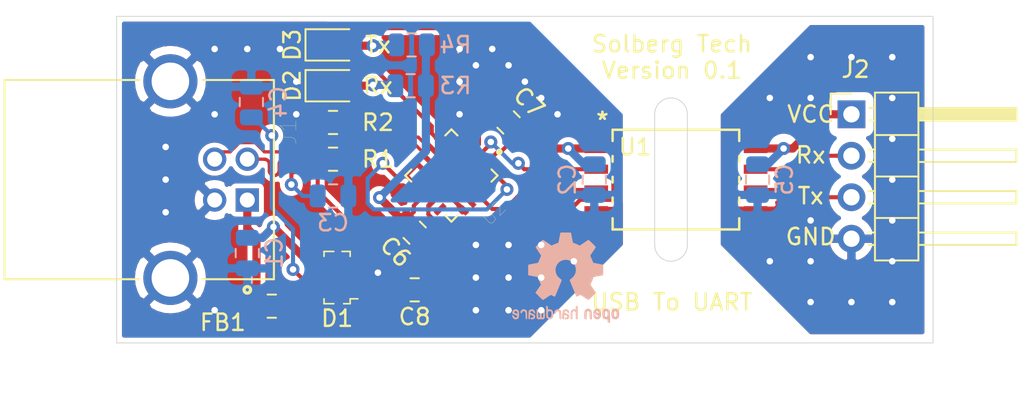
<source format=kicad_pcb>
(kicad_pcb (version 20171130) (host pcbnew "(5.1.6)-1")

  (general
    (thickness 1.6)
    (drawings 16)
    (tracks 266)
    (zones 0)
    (modules 21)
    (nets 23)
  )

  (page A4)
  (layers
    (0 F.Cu signal)
    (31 B.Cu signal)
    (32 B.Adhes user)
    (33 F.Adhes user)
    (34 B.Paste user)
    (35 F.Paste user)
    (36 B.SilkS user)
    (37 F.SilkS user)
    (38 B.Mask user)
    (39 F.Mask user)
    (40 Dwgs.User user hide)
    (41 Cmts.User user)
    (42 Eco1.User user)
    (43 Eco2.User user)
    (44 Edge.Cuts user)
    (45 Margin user)
    (46 B.CrtYd user)
    (47 F.CrtYd user)
    (48 B.Fab user hide)
    (49 F.Fab user hide)
  )

  (setup
    (last_trace_width 0.25)
    (user_trace_width 0.5)
    (user_trace_width 0.75)
    (user_trace_width 1)
    (trace_clearance 0.2)
    (zone_clearance 0.3)
    (zone_45_only yes)
    (trace_min 0.2)
    (via_size 0.8)
    (via_drill 0.4)
    (via_min_size 0.4)
    (via_min_drill 0.3)
    (uvia_size 0.3)
    (uvia_drill 0.1)
    (uvias_allowed no)
    (uvia_min_size 0.2)
    (uvia_min_drill 0.1)
    (edge_width 0.05)
    (segment_width 0.2)
    (pcb_text_width 0.3)
    (pcb_text_size 1.5 1.5)
    (mod_edge_width 0.12)
    (mod_text_size 1 1)
    (mod_text_width 0.15)
    (pad_size 1.524 1.524)
    (pad_drill 0.762)
    (pad_to_mask_clearance 0.05)
    (aux_axis_origin 0 0)
    (visible_elements 7FFFFFFF)
    (pcbplotparams
      (layerselection 0x010fc_ffffffff)
      (usegerberextensions true)
      (usegerberattributes false)
      (usegerberadvancedattributes true)
      (creategerberjobfile false)
      (excludeedgelayer true)
      (linewidth 0.100000)
      (plotframeref false)
      (viasonmask false)
      (mode 1)
      (useauxorigin false)
      (hpglpennumber 1)
      (hpglpenspeed 20)
      (hpglpendiameter 15.000000)
      (psnegative false)
      (psa4output false)
      (plotreference true)
      (plotvalue true)
      (plotinvisibletext false)
      (padsonsilk false)
      (subtractmaskfromsilk false)
      (outputformat 1)
      (mirror false)
      (drillshape 0)
      (scaleselection 1)
      (outputdirectory "../Gerbers/"))
  )

  (net 0 "")
  (net 1 "Net-(C1-Pad2)")
  (net 2 GND1)
  (net 3 VCCio)
  (net 4 D-)
  (net 5 D+)
  (net 6 "Net-(C5-Pad2)")
  (net 7 GND2)
  (net 8 VCCusb)
  (net 9 "Net-(D2-Pad2)")
  (net 10 TXLED)
  (net 11 "Net-(D3-Pad2)")
  (net 12 RXLED)
  (net 13 ISOTX)
  (net 14 ISORX)
  (net 15 TX)
  (net 16 RX)
  (net 17 "Net-(U2-Pad16)")
  (net 18 "Net-(U2-Pad14)")
  (net 19 "Net-(U2-Pad12)")
  (net 20 "Net-(U2-Pad4)")
  (net 21 U+)
  (net 22 U-)

  (net_class Default "This is the default net class."
    (clearance 0.2)
    (trace_width 0.25)
    (via_dia 0.8)
    (via_drill 0.4)
    (uvia_dia 0.3)
    (uvia_drill 0.1)
    (add_net D+)
    (add_net D-)
    (add_net GND1)
    (add_net GND2)
    (add_net ISORX)
    (add_net ISOTX)
    (add_net "Net-(C1-Pad2)")
    (add_net "Net-(C5-Pad2)")
    (add_net "Net-(D2-Pad2)")
    (add_net "Net-(D3-Pad2)")
    (add_net "Net-(U2-Pad12)")
    (add_net "Net-(U2-Pad14)")
    (add_net "Net-(U2-Pad16)")
    (add_net "Net-(U2-Pad4)")
    (add_net RX)
    (add_net RXLED)
    (add_net TX)
    (add_net TXLED)
    (add_net U+)
    (add_net U-)
    (add_net VCCio)
    (add_net VCCusb)
  )

  (module Symbol:OSHW-Logo2_7.3x6mm_SilkScreen (layer B.Cu) (tedit 0) (tstamp 5F4EF770)
    (at 132.5 71 180)
    (descr "Open Source Hardware Symbol")
    (tags "Logo Symbol OSHW")
    (attr virtual)
    (fp_text reference REF** (at 0 0) (layer B.SilkS) hide
      (effects (font (size 1 1) (thickness 0.15)) (justify mirror))
    )
    (fp_text value OSHW-Logo2_7.3x6mm_SilkScreen (at 0.75 0) (layer B.Fab) hide
      (effects (font (size 1 1) (thickness 0.15)) (justify mirror))
    )
    (fp_poly (pts (xy -2.400256 -1.919918) (xy -2.344799 -1.947568) (xy -2.295852 -1.99848) (xy -2.282371 -2.017338)
      (xy -2.267686 -2.042015) (xy -2.258158 -2.068816) (xy -2.252707 -2.104587) (xy -2.250253 -2.156169)
      (xy -2.249714 -2.224267) (xy -2.252148 -2.317588) (xy -2.260606 -2.387657) (xy -2.276826 -2.439931)
      (xy -2.302546 -2.479869) (xy -2.339503 -2.512929) (xy -2.342218 -2.514886) (xy -2.37864 -2.534908)
      (xy -2.422498 -2.544815) (xy -2.478276 -2.547257) (xy -2.568952 -2.547257) (xy -2.56899 -2.635283)
      (xy -2.569834 -2.684308) (xy -2.574976 -2.713065) (xy -2.588413 -2.730311) (xy -2.614142 -2.744808)
      (xy -2.620321 -2.747769) (xy -2.649236 -2.761648) (xy -2.671624 -2.770414) (xy -2.688271 -2.771171)
      (xy -2.699964 -2.761023) (xy -2.70749 -2.737073) (xy -2.711634 -2.696426) (xy -2.713185 -2.636186)
      (xy -2.712929 -2.553455) (xy -2.711651 -2.445339) (xy -2.711252 -2.413) (xy -2.709815 -2.301524)
      (xy -2.708528 -2.228603) (xy -2.569029 -2.228603) (xy -2.568245 -2.290499) (xy -2.56476 -2.330997)
      (xy -2.556876 -2.357708) (xy -2.542895 -2.378244) (xy -2.533403 -2.38826) (xy -2.494596 -2.417567)
      (xy -2.460237 -2.419952) (xy -2.424784 -2.39575) (xy -2.423886 -2.394857) (xy -2.409461 -2.376153)
      (xy -2.400687 -2.350732) (xy -2.396261 -2.311584) (xy -2.394882 -2.251697) (xy -2.394857 -2.23843)
      (xy -2.398188 -2.155901) (xy -2.409031 -2.098691) (xy -2.42866 -2.063766) (xy -2.45835 -2.048094)
      (xy -2.475509 -2.046514) (xy -2.516234 -2.053926) (xy -2.544168 -2.07833) (xy -2.560983 -2.12298)
      (xy -2.56835 -2.19113) (xy -2.569029 -2.228603) (xy -2.708528 -2.228603) (xy -2.708292 -2.215245)
      (xy -2.706323 -2.150333) (xy -2.70355 -2.102958) (xy -2.699612 -2.06929) (xy -2.694151 -2.045498)
      (xy -2.686808 -2.027753) (xy -2.677223 -2.012224) (xy -2.673113 -2.006381) (xy -2.618595 -1.951185)
      (xy -2.549664 -1.91989) (xy -2.469928 -1.911165) (xy -2.400256 -1.919918)) (layer B.SilkS) (width 0.01))
    (fp_poly (pts (xy -1.283907 -1.92778) (xy -1.237328 -1.954723) (xy -1.204943 -1.981466) (xy -1.181258 -2.009484)
      (xy -1.164941 -2.043748) (xy -1.154661 -2.089227) (xy -1.149086 -2.150892) (xy -1.146884 -2.233711)
      (xy -1.146629 -2.293246) (xy -1.146629 -2.512391) (xy -1.208314 -2.540044) (xy -1.27 -2.567697)
      (xy -1.277257 -2.32767) (xy -1.280256 -2.238028) (xy -1.283402 -2.172962) (xy -1.287299 -2.128026)
      (xy -1.292553 -2.09877) (xy -1.299769 -2.080748) (xy -1.30955 -2.069511) (xy -1.312688 -2.067079)
      (xy -1.360239 -2.048083) (xy -1.408303 -2.0556) (xy -1.436914 -2.075543) (xy -1.448553 -2.089675)
      (xy -1.456609 -2.10822) (xy -1.461729 -2.136334) (xy -1.464559 -2.179173) (xy -1.465744 -2.241895)
      (xy -1.465943 -2.307261) (xy -1.465982 -2.389268) (xy -1.467386 -2.447316) (xy -1.472086 -2.486465)
      (xy -1.482013 -2.51178) (xy -1.499097 -2.528323) (xy -1.525268 -2.541156) (xy -1.560225 -2.554491)
      (xy -1.598404 -2.569007) (xy -1.593859 -2.311389) (xy -1.592029 -2.218519) (xy -1.589888 -2.149889)
      (xy -1.586819 -2.100711) (xy -1.582206 -2.066198) (xy -1.575432 -2.041562) (xy -1.565881 -2.022016)
      (xy -1.554366 -2.00477) (xy -1.49881 -1.94968) (xy -1.43102 -1.917822) (xy -1.357287 -1.910191)
      (xy -1.283907 -1.92778)) (layer B.SilkS) (width 0.01))
    (fp_poly (pts (xy -2.958885 -1.921962) (xy -2.890855 -1.957733) (xy -2.840649 -2.015301) (xy -2.822815 -2.052312)
      (xy -2.808937 -2.107882) (xy -2.801833 -2.178096) (xy -2.80116 -2.254727) (xy -2.806573 -2.329552)
      (xy -2.81773 -2.394342) (xy -2.834286 -2.440873) (xy -2.839374 -2.448887) (xy -2.899645 -2.508707)
      (xy -2.971231 -2.544535) (xy -3.048908 -2.55502) (xy -3.127452 -2.53881) (xy -3.149311 -2.529092)
      (xy -3.191878 -2.499143) (xy -3.229237 -2.459433) (xy -3.232768 -2.454397) (xy -3.247119 -2.430124)
      (xy -3.256606 -2.404178) (xy -3.26221 -2.370022) (xy -3.264914 -2.321119) (xy -3.265701 -2.250935)
      (xy -3.265714 -2.2352) (xy -3.265678 -2.230192) (xy -3.120571 -2.230192) (xy -3.119727 -2.29643)
      (xy -3.116404 -2.340386) (xy -3.109417 -2.368779) (xy -3.097584 -2.388325) (xy -3.091543 -2.394857)
      (xy -3.056814 -2.41968) (xy -3.023097 -2.418548) (xy -2.989005 -2.397016) (xy -2.968671 -2.374029)
      (xy -2.956629 -2.340478) (xy -2.949866 -2.287569) (xy -2.949402 -2.281399) (xy -2.948248 -2.185513)
      (xy -2.960312 -2.114299) (xy -2.98543 -2.068194) (xy -3.02344 -2.047635) (xy -3.037008 -2.046514)
      (xy -3.072636 -2.052152) (xy -3.097006 -2.071686) (xy -3.111907 -2.109042) (xy -3.119125 -2.16815)
      (xy -3.120571 -2.230192) (xy -3.265678 -2.230192) (xy -3.265174 -2.160413) (xy -3.262904 -2.108159)
      (xy -3.257932 -2.071949) (xy -3.249287 -2.045299) (xy -3.235995 -2.021722) (xy -3.233057 -2.017338)
      (xy -3.183687 -1.958249) (xy -3.129891 -1.923947) (xy -3.064398 -1.910331) (xy -3.042158 -1.909665)
      (xy -2.958885 -1.921962)) (layer B.SilkS) (width 0.01))
    (fp_poly (pts (xy -1.831697 -1.931239) (xy -1.774473 -1.969735) (xy -1.730251 -2.025335) (xy -1.703833 -2.096086)
      (xy -1.69849 -2.148162) (xy -1.699097 -2.169893) (xy -1.704178 -2.186531) (xy -1.718145 -2.201437)
      (xy -1.745411 -2.217973) (xy -1.790388 -2.239498) (xy -1.857489 -2.269374) (xy -1.857829 -2.269524)
      (xy -1.919593 -2.297813) (xy -1.970241 -2.322933) (xy -2.004596 -2.342179) (xy -2.017482 -2.352848)
      (xy -2.017486 -2.352934) (xy -2.006128 -2.376166) (xy -1.979569 -2.401774) (xy -1.949077 -2.420221)
      (xy -1.93363 -2.423886) (xy -1.891485 -2.411212) (xy -1.855192 -2.379471) (xy -1.837483 -2.344572)
      (xy -1.820448 -2.318845) (xy -1.787078 -2.289546) (xy -1.747851 -2.264235) (xy -1.713244 -2.250471)
      (xy -1.706007 -2.249714) (xy -1.697861 -2.26216) (xy -1.69737 -2.293972) (xy -1.703357 -2.336866)
      (xy -1.714643 -2.382558) (xy -1.73005 -2.422761) (xy -1.730829 -2.424322) (xy -1.777196 -2.489062)
      (xy -1.837289 -2.533097) (xy -1.905535 -2.554711) (xy -1.976362 -2.552185) (xy -2.044196 -2.523804)
      (xy -2.047212 -2.521808) (xy -2.100573 -2.473448) (xy -2.13566 -2.410352) (xy -2.155078 -2.327387)
      (xy -2.157684 -2.304078) (xy -2.162299 -2.194055) (xy -2.156767 -2.142748) (xy -2.017486 -2.142748)
      (xy -2.015676 -2.174753) (xy -2.005778 -2.184093) (xy -1.981102 -2.177105) (xy -1.942205 -2.160587)
      (xy -1.898725 -2.139881) (xy -1.897644 -2.139333) (xy -1.860791 -2.119949) (xy -1.846 -2.107013)
      (xy -1.849647 -2.093451) (xy -1.865005 -2.075632) (xy -1.904077 -2.049845) (xy -1.946154 -2.04795)
      (xy -1.983897 -2.066717) (xy -2.009966 -2.102915) (xy -2.017486 -2.142748) (xy -2.156767 -2.142748)
      (xy -2.152806 -2.106027) (xy -2.12845 -2.036212) (xy -2.094544 -1.987302) (xy -2.033347 -1.937878)
      (xy -1.965937 -1.913359) (xy -1.89712 -1.911797) (xy -1.831697 -1.931239)) (layer B.SilkS) (width 0.01))
    (fp_poly (pts (xy -0.624114 -1.851289) (xy -0.619861 -1.910613) (xy -0.614975 -1.945572) (xy -0.608205 -1.96082)
      (xy -0.598298 -1.961015) (xy -0.595086 -1.959195) (xy -0.552356 -1.946015) (xy -0.496773 -1.946785)
      (xy -0.440263 -1.960333) (xy -0.404918 -1.977861) (xy -0.368679 -2.005861) (xy -0.342187 -2.037549)
      (xy -0.324001 -2.077813) (xy -0.312678 -2.131543) (xy -0.306778 -2.203626) (xy -0.304857 -2.298951)
      (xy -0.304823 -2.317237) (xy -0.3048 -2.522646) (xy -0.350509 -2.53858) (xy -0.382973 -2.54942)
      (xy -0.400785 -2.554468) (xy -0.401309 -2.554514) (xy -0.403063 -2.540828) (xy -0.404556 -2.503076)
      (xy -0.405674 -2.446224) (xy -0.406303 -2.375234) (xy -0.4064 -2.332073) (xy -0.406602 -2.246973)
      (xy -0.407642 -2.185981) (xy -0.410169 -2.144177) (xy -0.414836 -2.116642) (xy -0.422293 -2.098456)
      (xy -0.433189 -2.084698) (xy -0.439993 -2.078073) (xy -0.486728 -2.051375) (xy -0.537728 -2.049375)
      (xy -0.583999 -2.071955) (xy -0.592556 -2.080107) (xy -0.605107 -2.095436) (xy -0.613812 -2.113618)
      (xy -0.619369 -2.139909) (xy -0.622474 -2.179562) (xy -0.623824 -2.237832) (xy -0.624114 -2.318173)
      (xy -0.624114 -2.522646) (xy -0.669823 -2.53858) (xy -0.702287 -2.54942) (xy -0.720099 -2.554468)
      (xy -0.720623 -2.554514) (xy -0.721963 -2.540623) (xy -0.723172 -2.501439) (xy -0.724199 -2.4407)
      (xy -0.724998 -2.362141) (xy -0.725519 -2.269498) (xy -0.725714 -2.166509) (xy -0.725714 -1.769342)
      (xy -0.678543 -1.749444) (xy -0.631371 -1.729547) (xy -0.624114 -1.851289)) (layer B.SilkS) (width 0.01))
    (fp_poly (pts (xy 0.039744 -1.950968) (xy 0.096616 -1.972087) (xy 0.097267 -1.972493) (xy 0.13244 -1.99838)
      (xy 0.158407 -2.028633) (xy 0.17667 -2.068058) (xy 0.188732 -2.121462) (xy 0.196096 -2.193651)
      (xy 0.200264 -2.289432) (xy 0.200629 -2.303078) (xy 0.205876 -2.508842) (xy 0.161716 -2.531678)
      (xy 0.129763 -2.54711) (xy 0.11047 -2.554423) (xy 0.109578 -2.554514) (xy 0.106239 -2.541022)
      (xy 0.103587 -2.504626) (xy 0.101956 -2.451452) (xy 0.1016 -2.408393) (xy 0.101592 -2.338641)
      (xy 0.098403 -2.294837) (xy 0.087288 -2.273944) (xy 0.063501 -2.272925) (xy 0.022296 -2.288741)
      (xy -0.039914 -2.317815) (xy -0.085659 -2.341963) (xy -0.109187 -2.362913) (xy -0.116104 -2.385747)
      (xy -0.116114 -2.386877) (xy -0.104701 -2.426212) (xy -0.070908 -2.447462) (xy -0.019191 -2.450539)
      (xy 0.018061 -2.450006) (xy 0.037703 -2.460735) (xy 0.049952 -2.486505) (xy 0.057002 -2.519337)
      (xy 0.046842 -2.537966) (xy 0.043017 -2.540632) (xy 0.007001 -2.55134) (xy -0.043434 -2.552856)
      (xy -0.095374 -2.545759) (xy -0.132178 -2.532788) (xy -0.183062 -2.489585) (xy -0.211986 -2.429446)
      (xy -0.217714 -2.382462) (xy -0.213343 -2.340082) (xy -0.197525 -2.305488) (xy -0.166203 -2.274763)
      (xy -0.115322 -2.24399) (xy -0.040824 -2.209252) (xy -0.036286 -2.207288) (xy 0.030821 -2.176287)
      (xy 0.072232 -2.150862) (xy 0.089981 -2.128014) (xy 0.086107 -2.104745) (xy 0.062643 -2.078056)
      (xy 0.055627 -2.071914) (xy 0.00863 -2.0481) (xy -0.040067 -2.049103) (xy -0.082478 -2.072451)
      (xy -0.110616 -2.115675) (xy -0.113231 -2.12416) (xy -0.138692 -2.165308) (xy -0.170999 -2.185128)
      (xy -0.217714 -2.20477) (xy -0.217714 -2.15395) (xy -0.203504 -2.080082) (xy -0.161325 -2.012327)
      (xy -0.139376 -1.989661) (xy -0.089483 -1.960569) (xy -0.026033 -1.9474) (xy 0.039744 -1.950968)) (layer B.SilkS) (width 0.01))
    (fp_poly (pts (xy 0.529926 -1.949755) (xy 0.595858 -1.974084) (xy 0.649273 -2.017117) (xy 0.670164 -2.047409)
      (xy 0.692939 -2.102994) (xy 0.692466 -2.143186) (xy 0.668562 -2.170217) (xy 0.659717 -2.174813)
      (xy 0.62153 -2.189144) (xy 0.602028 -2.185472) (xy 0.595422 -2.161407) (xy 0.595086 -2.148114)
      (xy 0.582992 -2.09921) (xy 0.551471 -2.064999) (xy 0.507659 -2.048476) (xy 0.458695 -2.052634)
      (xy 0.418894 -2.074227) (xy 0.40545 -2.086544) (xy 0.395921 -2.101487) (xy 0.389485 -2.124075)
      (xy 0.385317 -2.159328) (xy 0.382597 -2.212266) (xy 0.380502 -2.287907) (xy 0.37996 -2.311857)
      (xy 0.377981 -2.39379) (xy 0.375731 -2.451455) (xy 0.372357 -2.489608) (xy 0.367006 -2.513004)
      (xy 0.358824 -2.526398) (xy 0.346959 -2.534545) (xy 0.339362 -2.538144) (xy 0.307102 -2.550452)
      (xy 0.288111 -2.554514) (xy 0.281836 -2.540948) (xy 0.278006 -2.499934) (xy 0.2766 -2.430999)
      (xy 0.277598 -2.333669) (xy 0.277908 -2.318657) (xy 0.280101 -2.229859) (xy 0.282693 -2.165019)
      (xy 0.286382 -2.119067) (xy 0.291864 -2.086935) (xy 0.299835 -2.063553) (xy 0.310993 -2.043852)
      (xy 0.31683 -2.03541) (xy 0.350296 -1.998057) (xy 0.387727 -1.969003) (xy 0.392309 -1.966467)
      (xy 0.459426 -1.946443) (xy 0.529926 -1.949755)) (layer B.SilkS) (width 0.01))
    (fp_poly (pts (xy 1.190117 -2.065358) (xy 1.189933 -2.173837) (xy 1.189219 -2.257287) (xy 1.187675 -2.319704)
      (xy 1.185001 -2.365085) (xy 1.180894 -2.397429) (xy 1.175055 -2.420733) (xy 1.167182 -2.438995)
      (xy 1.161221 -2.449418) (xy 1.111855 -2.505945) (xy 1.049264 -2.541377) (xy 0.980013 -2.55409)
      (xy 0.910668 -2.542463) (xy 0.869375 -2.521568) (xy 0.826025 -2.485422) (xy 0.796481 -2.441276)
      (xy 0.778655 -2.383462) (xy 0.770463 -2.306313) (xy 0.769302 -2.249714) (xy 0.769458 -2.245647)
      (xy 0.870857 -2.245647) (xy 0.871476 -2.31055) (xy 0.874314 -2.353514) (xy 0.88084 -2.381622)
      (xy 0.892523 -2.401953) (xy 0.906483 -2.417288) (xy 0.953365 -2.44689) (xy 1.003701 -2.449419)
      (xy 1.051276 -2.424705) (xy 1.054979 -2.421356) (xy 1.070783 -2.403935) (xy 1.080693 -2.383209)
      (xy 1.086058 -2.352362) (xy 1.088228 -2.304577) (xy 1.088571 -2.251748) (xy 1.087827 -2.185381)
      (xy 1.084748 -2.141106) (xy 1.078061 -2.112009) (xy 1.066496 -2.091173) (xy 1.057013 -2.080107)
      (xy 1.01296 -2.052198) (xy 0.962224 -2.048843) (xy 0.913796 -2.070159) (xy 0.90445 -2.078073)
      (xy 0.88854 -2.095647) (xy 0.87861 -2.116587) (xy 0.873278 -2.147782) (xy 0.871163 -2.196122)
      (xy 0.870857 -2.245647) (xy 0.769458 -2.245647) (xy 0.77281 -2.158568) (xy 0.784726 -2.090086)
      (xy 0.807135 -2.0386) (xy 0.842124 -1.998443) (xy 0.869375 -1.977861) (xy 0.918907 -1.955625)
      (xy 0.976316 -1.945304) (xy 1.029682 -1.948067) (xy 1.059543 -1.959212) (xy 1.071261 -1.962383)
      (xy 1.079037 -1.950557) (xy 1.084465 -1.918866) (xy 1.088571 -1.870593) (xy 1.093067 -1.816829)
      (xy 1.099313 -1.784482) (xy 1.110676 -1.765985) (xy 1.130528 -1.75377) (xy 1.143 -1.748362)
      (xy 1.190171 -1.728601) (xy 1.190117 -2.065358)) (layer B.SilkS) (width 0.01))
    (fp_poly (pts (xy 1.779833 -1.958663) (xy 1.782048 -1.99685) (xy 1.783784 -2.054886) (xy 1.784899 -2.12818)
      (xy 1.785257 -2.205055) (xy 1.785257 -2.465196) (xy 1.739326 -2.511127) (xy 1.707675 -2.539429)
      (xy 1.67989 -2.550893) (xy 1.641915 -2.550168) (xy 1.62684 -2.548321) (xy 1.579726 -2.542948)
      (xy 1.540756 -2.539869) (xy 1.531257 -2.539585) (xy 1.499233 -2.541445) (xy 1.453432 -2.546114)
      (xy 1.435674 -2.548321) (xy 1.392057 -2.551735) (xy 1.362745 -2.54432) (xy 1.33368 -2.521427)
      (xy 1.323188 -2.511127) (xy 1.277257 -2.465196) (xy 1.277257 -1.978602) (xy 1.314226 -1.961758)
      (xy 1.346059 -1.949282) (xy 1.364683 -1.944914) (xy 1.369458 -1.958718) (xy 1.373921 -1.997286)
      (xy 1.377775 -2.056356) (xy 1.380722 -2.131663) (xy 1.382143 -2.195286) (xy 1.386114 -2.445657)
      (xy 1.420759 -2.450556) (xy 1.452268 -2.447131) (xy 1.467708 -2.436041) (xy 1.472023 -2.415308)
      (xy 1.475708 -2.371145) (xy 1.478469 -2.309146) (xy 1.480012 -2.234909) (xy 1.480235 -2.196706)
      (xy 1.480457 -1.976783) (xy 1.526166 -1.960849) (xy 1.558518 -1.950015) (xy 1.576115 -1.944962)
      (xy 1.576623 -1.944914) (xy 1.578388 -1.958648) (xy 1.580329 -1.99673) (xy 1.582282 -2.054482)
      (xy 1.584084 -2.127227) (xy 1.585343 -2.195286) (xy 1.589314 -2.445657) (xy 1.6764 -2.445657)
      (xy 1.680396 -2.21724) (xy 1.684392 -1.988822) (xy 1.726847 -1.966868) (xy 1.758192 -1.951793)
      (xy 1.776744 -1.944951) (xy 1.777279 -1.944914) (xy 1.779833 -1.958663)) (layer B.SilkS) (width 0.01))
    (fp_poly (pts (xy 2.144876 -1.956335) (xy 2.186667 -1.975344) (xy 2.219469 -1.998378) (xy 2.243503 -2.024133)
      (xy 2.260097 -2.057358) (xy 2.270577 -2.1028) (xy 2.276271 -2.165207) (xy 2.278507 -2.249327)
      (xy 2.278743 -2.304721) (xy 2.278743 -2.520826) (xy 2.241774 -2.53767) (xy 2.212656 -2.549981)
      (xy 2.198231 -2.554514) (xy 2.195472 -2.541025) (xy 2.193282 -2.504653) (xy 2.191942 -2.451542)
      (xy 2.191657 -2.409372) (xy 2.190434 -2.348447) (xy 2.187136 -2.300115) (xy 2.182321 -2.270518)
      (xy 2.178496 -2.264229) (xy 2.152783 -2.270652) (xy 2.112418 -2.287125) (xy 2.065679 -2.309458)
      (xy 2.020845 -2.333457) (xy 1.986193 -2.35493) (xy 1.970002 -2.369685) (xy 1.969938 -2.369845)
      (xy 1.97133 -2.397152) (xy 1.983818 -2.423219) (xy 2.005743 -2.444392) (xy 2.037743 -2.451474)
      (xy 2.065092 -2.450649) (xy 2.103826 -2.450042) (xy 2.124158 -2.459116) (xy 2.136369 -2.483092)
      (xy 2.137909 -2.487613) (xy 2.143203 -2.521806) (xy 2.129047 -2.542568) (xy 2.092148 -2.552462)
      (xy 2.052289 -2.554292) (xy 1.980562 -2.540727) (xy 1.943432 -2.521355) (xy 1.897576 -2.475845)
      (xy 1.873256 -2.419983) (xy 1.871073 -2.360957) (xy 1.891629 -2.305953) (xy 1.922549 -2.271486)
      (xy 1.95342 -2.252189) (xy 2.001942 -2.227759) (xy 2.058485 -2.202985) (xy 2.06791 -2.199199)
      (xy 2.130019 -2.171791) (xy 2.165822 -2.147634) (xy 2.177337 -2.123619) (xy 2.16658 -2.096635)
      (xy 2.148114 -2.075543) (xy 2.104469 -2.049572) (xy 2.056446 -2.047624) (xy 2.012406 -2.067637)
      (xy 1.980709 -2.107551) (xy 1.976549 -2.117848) (xy 1.952327 -2.155724) (xy 1.916965 -2.183842)
      (xy 1.872343 -2.206917) (xy 1.872343 -2.141485) (xy 1.874969 -2.101506) (xy 1.88623 -2.069997)
      (xy 1.911199 -2.036378) (xy 1.935169 -2.010484) (xy 1.972441 -1.973817) (xy 2.001401 -1.954121)
      (xy 2.032505 -1.94622) (xy 2.067713 -1.944914) (xy 2.144876 -1.956335)) (layer B.SilkS) (width 0.01))
    (fp_poly (pts (xy 2.6526 -1.958752) (xy 2.669948 -1.966334) (xy 2.711356 -1.999128) (xy 2.746765 -2.046547)
      (xy 2.768664 -2.097151) (xy 2.772229 -2.122098) (xy 2.760279 -2.156927) (xy 2.734067 -2.175357)
      (xy 2.705964 -2.186516) (xy 2.693095 -2.188572) (xy 2.686829 -2.173649) (xy 2.674456 -2.141175)
      (xy 2.669028 -2.126502) (xy 2.63859 -2.075744) (xy 2.59452 -2.050427) (xy 2.53801 -2.051206)
      (xy 2.533825 -2.052203) (xy 2.503655 -2.066507) (xy 2.481476 -2.094393) (xy 2.466327 -2.139287)
      (xy 2.45725 -2.204615) (xy 2.453286 -2.293804) (xy 2.452914 -2.341261) (xy 2.45273 -2.416071)
      (xy 2.451522 -2.467069) (xy 2.448309 -2.499471) (xy 2.442109 -2.518495) (xy 2.43194 -2.529356)
      (xy 2.416819 -2.537272) (xy 2.415946 -2.53767) (xy 2.386828 -2.549981) (xy 2.372403 -2.554514)
      (xy 2.370186 -2.540809) (xy 2.368289 -2.502925) (xy 2.366847 -2.445715) (xy 2.365998 -2.374027)
      (xy 2.365829 -2.321565) (xy 2.366692 -2.220047) (xy 2.37007 -2.143032) (xy 2.377142 -2.086023)
      (xy 2.389088 -2.044526) (xy 2.40709 -2.014043) (xy 2.432327 -1.99008) (xy 2.457247 -1.973355)
      (xy 2.517171 -1.951097) (xy 2.586911 -1.946076) (xy 2.6526 -1.958752)) (layer B.SilkS) (width 0.01))
    (fp_poly (pts (xy 3.153595 -1.966966) (xy 3.211021 -2.004497) (xy 3.238719 -2.038096) (xy 3.260662 -2.099064)
      (xy 3.262405 -2.147308) (xy 3.258457 -2.211816) (xy 3.109686 -2.276934) (xy 3.037349 -2.310202)
      (xy 2.990084 -2.336964) (xy 2.965507 -2.360144) (xy 2.961237 -2.382667) (xy 2.974889 -2.407455)
      (xy 2.989943 -2.423886) (xy 3.033746 -2.450235) (xy 3.081389 -2.452081) (xy 3.125145 -2.431546)
      (xy 3.157289 -2.390752) (xy 3.163038 -2.376347) (xy 3.190576 -2.331356) (xy 3.222258 -2.312182)
      (xy 3.265714 -2.295779) (xy 3.265714 -2.357966) (xy 3.261872 -2.400283) (xy 3.246823 -2.435969)
      (xy 3.21528 -2.476943) (xy 3.210592 -2.482267) (xy 3.175506 -2.51872) (xy 3.145347 -2.538283)
      (xy 3.107615 -2.547283) (xy 3.076335 -2.55023) (xy 3.020385 -2.550965) (xy 2.980555 -2.54166)
      (xy 2.955708 -2.527846) (xy 2.916656 -2.497467) (xy 2.889625 -2.464613) (xy 2.872517 -2.423294)
      (xy 2.863238 -2.367521) (xy 2.859693 -2.291305) (xy 2.85941 -2.252622) (xy 2.860372 -2.206247)
      (xy 2.948007 -2.206247) (xy 2.949023 -2.231126) (xy 2.951556 -2.2352) (xy 2.968274 -2.229665)
      (xy 3.004249 -2.215017) (xy 3.052331 -2.19419) (xy 3.062386 -2.189714) (xy 3.123152 -2.158814)
      (xy 3.156632 -2.131657) (xy 3.16399 -2.10622) (xy 3.146391 -2.080481) (xy 3.131856 -2.069109)
      (xy 3.07941 -2.046364) (xy 3.030322 -2.050122) (xy 2.989227 -2.077884) (xy 2.960758 -2.127152)
      (xy 2.951631 -2.166257) (xy 2.948007 -2.206247) (xy 2.860372 -2.206247) (xy 2.861285 -2.162249)
      (xy 2.868196 -2.095384) (xy 2.881884 -2.046695) (xy 2.904096 -2.010849) (xy 2.936574 -1.982513)
      (xy 2.950733 -1.973355) (xy 3.015053 -1.949507) (xy 3.085473 -1.948006) (xy 3.153595 -1.966966)) (layer B.SilkS) (width 0.01))
    (fp_poly (pts (xy 0.10391 2.757652) (xy 0.182454 2.757222) (xy 0.239298 2.756058) (xy 0.278105 2.753793)
      (xy 0.302538 2.75006) (xy 0.316262 2.744494) (xy 0.32294 2.736727) (xy 0.326236 2.726395)
      (xy 0.326556 2.725057) (xy 0.331562 2.700921) (xy 0.340829 2.653299) (xy 0.353392 2.587259)
      (xy 0.368287 2.507872) (xy 0.384551 2.420204) (xy 0.385119 2.417125) (xy 0.40141 2.331211)
      (xy 0.416652 2.255304) (xy 0.429861 2.193955) (xy 0.440054 2.151718) (xy 0.446248 2.133145)
      (xy 0.446543 2.132816) (xy 0.464788 2.123747) (xy 0.502405 2.108633) (xy 0.551271 2.090738)
      (xy 0.551543 2.090642) (xy 0.613093 2.067507) (xy 0.685657 2.038035) (xy 0.754057 2.008403)
      (xy 0.757294 2.006938) (xy 0.868702 1.956374) (xy 1.115399 2.12484) (xy 1.191077 2.176197)
      (xy 1.259631 2.222111) (xy 1.317088 2.25997) (xy 1.359476 2.287163) (xy 1.382825 2.301079)
      (xy 1.385042 2.302111) (xy 1.40201 2.297516) (xy 1.433701 2.275345) (xy 1.481352 2.234553)
      (xy 1.546198 2.174095) (xy 1.612397 2.109773) (xy 1.676214 2.046388) (xy 1.733329 1.988549)
      (xy 1.780305 1.939825) (xy 1.813703 1.90379) (xy 1.830085 1.884016) (xy 1.830694 1.882998)
      (xy 1.832505 1.869428) (xy 1.825683 1.847267) (xy 1.80854 1.813522) (xy 1.779393 1.7652)
      (xy 1.736555 1.699308) (xy 1.679448 1.614483) (xy 1.628766 1.539823) (xy 1.583461 1.47286)
      (xy 1.54615 1.417484) (xy 1.519452 1.37758) (xy 1.505985 1.357038) (xy 1.505137 1.355644)
      (xy 1.506781 1.335962) (xy 1.519245 1.297707) (xy 1.540048 1.248111) (xy 1.547462 1.232272)
      (xy 1.579814 1.16171) (xy 1.614328 1.081647) (xy 1.642365 1.012371) (xy 1.662568 0.960955)
      (xy 1.678615 0.921881) (xy 1.687888 0.901459) (xy 1.689041 0.899886) (xy 1.706096 0.897279)
      (xy 1.746298 0.890137) (xy 1.804302 0.879477) (xy 1.874763 0.866315) (xy 1.952335 0.851667)
      (xy 2.031672 0.836551) (xy 2.107431 0.821982) (xy 2.174264 0.808978) (xy 2.226828 0.798555)
      (xy 2.259776 0.79173) (xy 2.267857 0.789801) (xy 2.276205 0.785038) (xy 2.282506 0.774282)
      (xy 2.287045 0.753902) (xy 2.290104 0.720266) (xy 2.291967 0.669745) (xy 2.292918 0.598708)
      (xy 2.29324 0.503524) (xy 2.293257 0.464508) (xy 2.293257 0.147201) (xy 2.217057 0.132161)
      (xy 2.174663 0.124005) (xy 2.1114 0.112101) (xy 2.034962 0.097884) (xy 1.953043 0.08279)
      (xy 1.9304 0.078645) (xy 1.854806 0.063947) (xy 1.788953 0.049495) (xy 1.738366 0.036625)
      (xy 1.708574 0.026678) (xy 1.703612 0.023713) (xy 1.691426 0.002717) (xy 1.673953 -0.037967)
      (xy 1.654577 -0.090322) (xy 1.650734 -0.1016) (xy 1.625339 -0.171523) (xy 1.593817 -0.250418)
      (xy 1.562969 -0.321266) (xy 1.562817 -0.321595) (xy 1.511447 -0.432733) (xy 1.680399 -0.681253)
      (xy 1.849352 -0.929772) (xy 1.632429 -1.147058) (xy 1.566819 -1.211726) (xy 1.506979 -1.268733)
      (xy 1.456267 -1.315033) (xy 1.418046 -1.347584) (xy 1.395675 -1.363343) (xy 1.392466 -1.364343)
      (xy 1.373626 -1.356469) (xy 1.33518 -1.334578) (xy 1.28133 -1.301267) (xy 1.216276 -1.259131)
      (xy 1.14594 -1.211943) (xy 1.074555 -1.16381) (xy 1.010908 -1.121928) (xy 0.959041 -1.088871)
      (xy 0.922995 -1.067218) (xy 0.906867 -1.059543) (xy 0.887189 -1.066037) (xy 0.849875 -1.08315)
      (xy 0.802621 -1.107326) (xy 0.797612 -1.110013) (xy 0.733977 -1.141927) (xy 0.690341 -1.157579)
      (xy 0.663202 -1.157745) (xy 0.649057 -1.143204) (xy 0.648975 -1.143) (xy 0.641905 -1.125779)
      (xy 0.625042 -1.084899) (xy 0.599695 -1.023525) (xy 0.567171 -0.944819) (xy 0.528778 -0.851947)
      (xy 0.485822 -0.748072) (xy 0.444222 -0.647502) (xy 0.398504 -0.536516) (xy 0.356526 -0.433703)
      (xy 0.319548 -0.342215) (xy 0.288827 -0.265201) (xy 0.265622 -0.205815) (xy 0.25119 -0.167209)
      (xy 0.246743 -0.1528) (xy 0.257896 -0.136272) (xy 0.287069 -0.10993) (xy 0.325971 -0.080887)
      (xy 0.436757 0.010961) (xy 0.523351 0.116241) (xy 0.584716 0.232734) (xy 0.619815 0.358224)
      (xy 0.627608 0.490493) (xy 0.621943 0.551543) (xy 0.591078 0.678205) (xy 0.53792 0.790059)
      (xy 0.465767 0.885999) (xy 0.377917 0.964924) (xy 0.277665 1.02573) (xy 0.16831 1.067313)
      (xy 0.053147 1.088572) (xy -0.064525 1.088401) (xy -0.18141 1.065699) (xy -0.294211 1.019362)
      (xy -0.399631 0.948287) (xy -0.443632 0.908089) (xy -0.528021 0.804871) (xy -0.586778 0.692075)
      (xy -0.620296 0.57299) (xy -0.628965 0.450905) (xy -0.613177 0.329107) (xy -0.573322 0.210884)
      (xy -0.509793 0.099525) (xy -0.422979 -0.001684) (xy -0.325971 -0.080887) (xy -0.285563 -0.111162)
      (xy -0.257018 -0.137219) (xy -0.246743 -0.152825) (xy -0.252123 -0.169843) (xy -0.267425 -0.2105)
      (xy -0.291388 -0.271642) (xy -0.322756 -0.350119) (xy -0.360268 -0.44278) (xy -0.402667 -0.546472)
      (xy -0.444337 -0.647526) (xy -0.49031 -0.758607) (xy -0.532893 -0.861541) (xy -0.570779 -0.953165)
      (xy -0.60266 -1.030316) (xy -0.627229 -1.089831) (xy -0.64318 -1.128544) (xy -0.64909 -1.143)
      (xy -0.663052 -1.157685) (xy -0.69006 -1.157642) (xy -0.733587 -1.142099) (xy -0.79711 -1.110284)
      (xy -0.797612 -1.110013) (xy -0.84544 -1.085323) (xy -0.884103 -1.067338) (xy -0.905905 -1.059614)
      (xy -0.906867 -1.059543) (xy -0.923279 -1.067378) (xy -0.959513 -1.089165) (xy -1.011526 -1.122328)
      (xy -1.075275 -1.164291) (xy -1.14594 -1.211943) (xy -1.217884 -1.260191) (xy -1.282726 -1.302151)
      (xy -1.336265 -1.335227) (xy -1.374303 -1.356821) (xy -1.392467 -1.364343) (xy -1.409192 -1.354457)
      (xy -1.44282 -1.326826) (xy -1.48999 -1.284495) (xy -1.547342 -1.230505) (xy -1.611516 -1.167899)
      (xy -1.632503 -1.146983) (xy -1.849501 -0.929623) (xy -1.684332 -0.68722) (xy -1.634136 -0.612781)
      (xy -1.590081 -0.545972) (xy -1.554638 -0.490665) (xy -1.530281 -0.450729) (xy -1.519478 -0.430036)
      (xy -1.519162 -0.428563) (xy -1.524857 -0.409058) (xy -1.540174 -0.369822) (xy -1.562463 -0.31743)
      (xy -1.578107 -0.282355) (xy -1.607359 -0.215201) (xy -1.634906 -0.147358) (xy -1.656263 -0.090034)
      (xy -1.662065 -0.072572) (xy -1.678548 -0.025938) (xy -1.69466 0.010095) (xy -1.70351 0.023713)
      (xy -1.72304 0.032048) (xy -1.765666 0.043863) (xy -1.825855 0.057819) (xy -1.898078 0.072578)
      (xy -1.9304 0.078645) (xy -2.012478 0.093727) (xy -2.091205 0.108331) (xy -2.158891 0.12102)
      (xy -2.20784 0.130358) (xy -2.217057 0.132161) (xy -2.293257 0.147201) (xy -2.293257 0.464508)
      (xy -2.293086 0.568846) (xy -2.292384 0.647787) (xy -2.290866 0.704962) (xy -2.288251 0.744001)
      (xy -2.284254 0.768535) (xy -2.278591 0.782195) (xy -2.27098 0.788611) (xy -2.267857 0.789801)
      (xy -2.249022 0.79402) (xy -2.207412 0.802438) (xy -2.14837 0.814039) (xy -2.077243 0.827805)
      (xy -1.999375 0.84272) (xy -1.920113 0.857768) (xy -1.844802 0.871931) (xy -1.778787 0.884194)
      (xy -1.727413 0.893539) (xy -1.696025 0.89895) (xy -1.689041 0.899886) (xy -1.682715 0.912404)
      (xy -1.66871 0.945754) (xy -1.649645 0.993623) (xy -1.642366 1.012371) (xy -1.613004 1.084805)
      (xy -1.578429 1.16483) (xy -1.547463 1.232272) (xy -1.524677 1.283841) (xy -1.509518 1.326215)
      (xy -1.504458 1.352166) (xy -1.505264 1.355644) (xy -1.515959 1.372064) (xy -1.54038 1.408583)
      (xy -1.575905 1.461313) (xy -1.619913 1.526365) (xy -1.669783 1.599849) (xy -1.679644 1.614355)
      (xy -1.737508 1.700296) (xy -1.780044 1.765739) (xy -1.808946 1.813696) (xy -1.82591 1.84718)
      (xy -1.832633 1.869205) (xy -1.83081 1.882783) (xy -1.830764 1.882869) (xy -1.816414 1.900703)
      (xy -1.784677 1.935183) (xy -1.73899 1.982732) (xy -1.682796 2.039778) (xy -1.619532 2.102745)
      (xy -1.612398 2.109773) (xy -1.53267 2.18698) (xy -1.471143 2.24367) (xy -1.426579 2.28089)
      (xy -1.397743 2.299685) (xy -1.385042 2.302111) (xy -1.366506 2.291529) (xy -1.328039 2.267084)
      (xy -1.273614 2.231388) (xy -1.207202 2.187053) (xy -1.132775 2.136689) (xy -1.115399 2.12484)
      (xy -0.868703 1.956374) (xy -0.757294 2.006938) (xy -0.689543 2.036405) (xy -0.616817 2.066041)
      (xy -0.554297 2.08967) (xy -0.551543 2.090642) (xy -0.50264 2.108543) (xy -0.464943 2.12368)
      (xy -0.446575 2.13279) (xy -0.446544 2.132816) (xy -0.440715 2.149283) (xy -0.430808 2.189781)
      (xy -0.417805 2.249758) (xy -0.402691 2.32466) (xy -0.386448 2.409936) (xy -0.385119 2.417125)
      (xy -0.368825 2.504986) (xy -0.353867 2.58474) (xy -0.341209 2.651319) (xy -0.331814 2.699653)
      (xy -0.326646 2.724675) (xy -0.326556 2.725057) (xy -0.323411 2.735701) (xy -0.317296 2.743738)
      (xy -0.304547 2.749533) (xy -0.2815 2.753453) (xy -0.244491 2.755865) (xy -0.189856 2.757135)
      (xy -0.113933 2.757629) (xy -0.013056 2.757714) (xy 0 2.757714) (xy 0.10391 2.757652)) (layer B.SilkS) (width 0.01))
  )

  (module FT230XQ-R:QFN65P400X400X80-17N (layer F.Cu) (tedit 5F4D4AD8) (tstamp 5F4E51AA)
    (at 125.5 64.75 225)
    (descr "<b>QFN 16</b><p>body 4x4mm, pitch 0.65mm")
    (path /5F4D4C3F)
    (fp_text reference U2 (at -0.21808 -3.46754 45) (layer F.SilkS)
      (effects (font (size 0.8 0.8) (thickness 0.015)))
    )
    (fp_text value FT230XQ-R (at 7.25218 3.30338 45) (layer F.Fab)
      (effects (font (size 0.8 0.8) (thickness 0.015)))
    )
    (fp_line (start -2 -2) (end 2 -2) (layer F.Fab) (width 0.127))
    (fp_line (start 2 -2) (end 2 2) (layer F.Fab) (width 0.127))
    (fp_line (start 2 2) (end -2 2) (layer F.Fab) (width 0.127))
    (fp_line (start -2 2) (end -2 -2) (layer F.Fab) (width 0.127))
    (fp_line (start -2 -1.47) (end -2 -2) (layer F.SilkS) (width 0.127))
    (fp_line (start -2 -2) (end -1.47 -2) (layer F.SilkS) (width 0.127))
    (fp_line (start 1.47 -2) (end 2 -2) (layer F.SilkS) (width 0.127))
    (fp_line (start 2 -2) (end 2 -1.47) (layer F.SilkS) (width 0.127))
    (fp_line (start 2 1.47) (end 2 2) (layer F.SilkS) (width 0.127))
    (fp_line (start 2 2) (end 1.47 2) (layer F.SilkS) (width 0.127))
    (fp_line (start -1.47 2) (end -2 2) (layer F.SilkS) (width 0.127))
    (fp_line (start -2 2) (end -2 1.47) (layer F.SilkS) (width 0.127))
    (fp_line (start -2.61 -2.61) (end 2.61 -2.61) (layer F.CrtYd) (width 0.05))
    (fp_line (start 2.61 -2.61) (end 2.61 2.61) (layer F.CrtYd) (width 0.05))
    (fp_line (start 2.61 2.61) (end -2.61 2.61) (layer F.CrtYd) (width 0.05))
    (fp_line (start -2.61 2.61) (end -2.61 -2.61) (layer F.CrtYd) (width 0.05))
    (fp_circle (center -3.1 -1.05) (end -3 -1.05) (layer F.SilkS) (width 0.2))
    (fp_circle (center -3.1 -1.05) (end -3 -1.05) (layer F.Fab) (width 0.2))
    (fp_poly (pts (xy -0.79 -0.79) (xy -0.13 -0.79) (xy -0.13 -0.13) (xy -0.79 -0.13)) (layer F.Paste) (width 0.01))
    (fp_poly (pts (xy 0.13 -0.79) (xy 0.79 -0.79) (xy 0.79 -0.13) (xy 0.13 -0.13)) (layer F.Paste) (width 0.01))
    (fp_poly (pts (xy 0.13 0.13) (xy 0.79 0.13) (xy 0.79 0.79) (xy 0.13 0.79)) (layer F.Paste) (width 0.01))
    (fp_poly (pts (xy -0.79 0.13) (xy -0.13 0.13) (xy -0.13 0.79) (xy -0.79 0.79)) (layer F.Paste) (width 0.01))
    (pad 17 smd rect (at 0 0 225) (size 2.1 2.1) (layers F.Cu F.Mask)
      (net 2 GND1))
    (pad 16 smd rect (at -0.975 -1.95 225) (size 0.32 0.81) (layers F.Cu F.Paste F.Mask)
      (net 17 "Net-(U2-Pad16)"))
    (pad 15 smd rect (at -0.325 -1.95 225) (size 0.32 0.81) (layers F.Cu F.Paste F.Mask)
      (net 15 TX))
    (pad 14 smd rect (at 0.325 -1.95 225) (size 0.32 0.81) (layers F.Cu F.Paste F.Mask)
      (net 18 "Net-(U2-Pad14)"))
    (pad 13 smd rect (at 0.975 -1.95 225) (size 0.32 0.81) (layers F.Cu F.Paste F.Mask)
      (net 2 GND1))
    (pad 12 smd rect (at 1.95 -0.975 225) (size 0.81 0.32) (layers F.Cu F.Paste F.Mask)
      (net 19 "Net-(U2-Pad12)"))
    (pad 11 smd rect (at 1.95 -0.325 225) (size 0.81 0.32) (layers F.Cu F.Paste F.Mask)
      (net 12 RXLED))
    (pad 10 smd rect (at 1.95 0.325 225) (size 0.81 0.32) (layers F.Cu F.Paste F.Mask)
      (net 8 VCCusb))
    (pad 9 smd rect (at 1.95 0.975 225) (size 0.81 0.32) (layers F.Cu F.Paste F.Mask)
      (net 3 VCCio))
    (pad 8 smd rect (at 0.975 1.95 225) (size 0.32 0.81) (layers F.Cu F.Paste F.Mask)
      (net 3 VCCio))
    (pad 7 smd rect (at 0.325 1.95 225) (size 0.32 0.81) (layers F.Cu F.Paste F.Mask)
      (net 21 U+))
    (pad 6 smd rect (at -0.325 1.95 225) (size 0.32 0.81) (layers F.Cu F.Paste F.Mask)
      (net 22 U-))
    (pad 5 smd rect (at -0.975 1.95 225) (size 0.32 0.81) (layers F.Cu F.Paste F.Mask)
      (net 10 TXLED))
    (pad 4 smd rect (at -1.95 0.975 225) (size 0.81 0.32) (layers F.Cu F.Paste F.Mask)
      (net 20 "Net-(U2-Pad4)"))
    (pad 3 smd rect (at -1.95 0.325 225) (size 0.81 0.32) (layers F.Cu F.Paste F.Mask)
      (net 2 GND1))
    (pad 2 smd rect (at -1.95 -0.325 225) (size 0.81 0.32) (layers F.Cu F.Paste F.Mask)
      (net 16 RX))
    (pad 1 smd rect (at -1.95 -0.975 225) (size 0.81 0.32) (layers F.Cu F.Paste F.Mask)
      (net 3 VCCio))
    (model "C:/Users/bosol/Documents/KiCAD/Tindie/USB to UART/Components/FT230XQ-R/qfn-16-1.snapshot.2/QFN-16 (3x3).stp"
      (at (xyz 0 0 0))
      (scale (xyz 1.3 1.3 1.3))
      (rotate (xyz 0 0 90))
    )
  )

  (module ADUM226:ADUM226N0BRIZ (layer F.Cu) (tedit 0) (tstamp 5F4E517F)
    (at 139.25 65)
    (path /5F4F7C51)
    (fp_text reference U1 (at -2.5 -2) (layer F.SilkS)
      (effects (font (size 1 1) (thickness 0.15)))
    )
    (fp_text value ADUM226N0BRIZ (at 0 0) (layer F.SilkS) hide
      (effects (font (size 1 1) (thickness 0.15)))
    )
    (fp_line (start -3.75 -1.65) (end -3.75 -2.16) (layer F.Fab) (width 0.1524))
    (fp_line (start -3.75 -2.16) (end -5.255 -2.16) (layer F.Fab) (width 0.1524))
    (fp_line (start -5.255 -2.16) (end -5.255 -1.65) (layer F.Fab) (width 0.1524))
    (fp_line (start -5.255 -1.65) (end -3.75 -1.65) (layer F.Fab) (width 0.1524))
    (fp_line (start -3.75 -0.38) (end -3.75 -0.89) (layer F.Fab) (width 0.1524))
    (fp_line (start -3.75 -0.89) (end -5.255 -0.89) (layer F.Fab) (width 0.1524))
    (fp_line (start -5.255 -0.89) (end -5.255 -0.38) (layer F.Fab) (width 0.1524))
    (fp_line (start -5.255 -0.38) (end -3.75 -0.38) (layer F.Fab) (width 0.1524))
    (fp_line (start -3.75 0.89) (end -3.75 0.38) (layer F.Fab) (width 0.1524))
    (fp_line (start -3.75 0.38) (end -5.255 0.38) (layer F.Fab) (width 0.1524))
    (fp_line (start -5.255 0.38) (end -5.255 0.89) (layer F.Fab) (width 0.1524))
    (fp_line (start -5.255 0.89) (end -3.75 0.89) (layer F.Fab) (width 0.1524))
    (fp_line (start -3.75 2.16) (end -3.75 1.65) (layer F.Fab) (width 0.1524))
    (fp_line (start -3.75 1.65) (end -5.255 1.65) (layer F.Fab) (width 0.1524))
    (fp_line (start -5.255 1.65) (end -5.255 2.16) (layer F.Fab) (width 0.1524))
    (fp_line (start -5.255 2.16) (end -3.75 2.16) (layer F.Fab) (width 0.1524))
    (fp_line (start 3.75 1.65) (end 3.75 2.16) (layer F.Fab) (width 0.1524))
    (fp_line (start 3.75 2.16) (end 5.255 2.16) (layer F.Fab) (width 0.1524))
    (fp_line (start 5.255 2.16) (end 5.255 1.65) (layer F.Fab) (width 0.1524))
    (fp_line (start 5.255 1.65) (end 3.75 1.65) (layer F.Fab) (width 0.1524))
    (fp_line (start 3.75 0.38) (end 3.75 0.89) (layer F.Fab) (width 0.1524))
    (fp_line (start 3.75 0.89) (end 5.255 0.89) (layer F.Fab) (width 0.1524))
    (fp_line (start 5.255 0.89) (end 5.255 0.38) (layer F.Fab) (width 0.1524))
    (fp_line (start 5.255 0.38) (end 3.75 0.38) (layer F.Fab) (width 0.1524))
    (fp_line (start 3.75 -0.89) (end 3.75 -0.38) (layer F.Fab) (width 0.1524))
    (fp_line (start 3.75 -0.38) (end 5.255 -0.38) (layer F.Fab) (width 0.1524))
    (fp_line (start 5.255 -0.38) (end 5.255 -0.89) (layer F.Fab) (width 0.1524))
    (fp_line (start 5.255 -0.89) (end 3.75 -0.89) (layer F.Fab) (width 0.1524))
    (fp_line (start 3.75 -2.16) (end 3.75 -1.65) (layer F.Fab) (width 0.1524))
    (fp_line (start 3.75 -1.65) (end 5.255 -1.65) (layer F.Fab) (width 0.1524))
    (fp_line (start 5.255 -1.65) (end 5.255 -2.16) (layer F.Fab) (width 0.1524))
    (fp_line (start 5.255 -2.16) (end 3.75 -2.16) (layer F.Fab) (width 0.1524))
    (fp_line (start -3.877 3.052001) (end 3.877 3.052001) (layer F.SilkS) (width 0.1524))
    (fp_line (start 3.877 3.052001) (end 3.877 2.367842) (layer F.SilkS) (width 0.1524))
    (fp_line (start 3.877 -3.052001) (end -3.877 -3.052001) (layer F.SilkS) (width 0.1524))
    (fp_line (start -3.877 -3.052001) (end -3.877 -2.367842) (layer F.SilkS) (width 0.1524))
    (fp_line (start -3.75 2.925001) (end 3.75 2.925001) (layer F.Fab) (width 0.1524))
    (fp_line (start 3.75 2.925001) (end 3.75 -2.925001) (layer F.Fab) (width 0.1524))
    (fp_line (start 3.75 -2.925001) (end -3.75 -2.925001) (layer F.Fab) (width 0.1524))
    (fp_line (start -3.75 -2.925001) (end -3.75 2.925001) (layer F.Fab) (width 0.1524))
    (fp_line (start -3.877 -1.442158) (end -3.877 -1.097842) (layer F.SilkS) (width 0.1524))
    (fp_line (start -3.877 -0.172158) (end -3.877 0.172158) (layer F.SilkS) (width 0.1524))
    (fp_line (start -3.877 1.097842) (end -3.877 1.442158) (layer F.SilkS) (width 0.1524))
    (fp_line (start -3.877 2.367842) (end -3.877 3.052001) (layer F.SilkS) (width 0.1524))
    (fp_line (start 3.877 1.442158) (end 3.877 1.097842) (layer F.SilkS) (width 0.1524))
    (fp_line (start 3.877 0.172158) (end 3.877 -0.172158) (layer F.SilkS) (width 0.1524))
    (fp_line (start 3.877 -1.097842) (end 3.877 -1.442158) (layer F.SilkS) (width 0.1524))
    (fp_line (start 3.877 -2.367842) (end 3.877 -3.052001) (layer F.SilkS) (width 0.1524))
    (fp_line (start -5.859 2.439) (end -5.859 -2.439) (layer F.CrtYd) (width 0.1524))
    (fp_line (start -5.859 -2.439) (end -4.004 -2.439) (layer F.CrtYd) (width 0.1524))
    (fp_line (start -4.004 -2.439) (end -4.004 -3.179001) (layer F.CrtYd) (width 0.1524))
    (fp_line (start -4.004 -3.179001) (end 4.004 -3.179001) (layer F.CrtYd) (width 0.1524))
    (fp_line (start 4.004 -3.179001) (end 4.004 -2.439) (layer F.CrtYd) (width 0.1524))
    (fp_line (start 4.004 -2.439) (end 5.859 -2.439) (layer F.CrtYd) (width 0.1524))
    (fp_line (start 5.859 -2.439) (end 5.859 2.439) (layer F.CrtYd) (width 0.1524))
    (fp_line (start 5.859 2.439) (end 4.004 2.439) (layer F.CrtYd) (width 0.1524))
    (fp_line (start 4.004 2.439) (end 4.004 3.179001) (layer F.CrtYd) (width 0.1524))
    (fp_line (start 4.004 3.179001) (end -4.004 3.179001) (layer F.CrtYd) (width 0.1524))
    (fp_line (start -4.004 3.179001) (end -4.004 2.439) (layer F.CrtYd) (width 0.1524))
    (fp_line (start -4.004 2.439) (end -5.859 2.439) (layer F.CrtYd) (width 0.1524))
    (fp_arc (start 0 -2.925001) (end 0.3048 -2.925001) (angle 180) (layer F.Fab) (width 0.1524))
    (fp_text user * (at -3.369 -2.848801) (layer F.Fab)
      (effects (font (size 1 1) (thickness 0.15)))
    )
    (fp_text user * (at -4.5 -3.608) (layer F.SilkS)
      (effects (font (size 1 1) (thickness 0.15)))
    )
    (fp_text user 0.057in/1.45mm (at -4.880001 5.338001) (layer Dwgs.User)
      (effects (font (size 1 1) (thickness 0.15)))
    )
    (fp_text user 0.384in/9.76mm (at 0 -5.338001) (layer Dwgs.User)
      (effects (font (size 1 1) (thickness 0.15)))
    )
    (fp_text user 0.022in/0.56mm (at 7.928001 -1.905) (layer Dwgs.User)
      (effects (font (size 1 1) (thickness 0.15)))
    )
    (fp_text user 0.05in/1.27mm (at -7.928001 -1.27) (layer Dwgs.User)
      (effects (font (size 1 1) (thickness 0.15)))
    )
    (fp_text user * (at -3.369 -2.848801) (layer F.Fab)
      (effects (font (size 1 1) (thickness 0.15)))
    )
    (fp_text user * (at -4.5 -3.608) (layer F.SilkS)
      (effects (font (size 1 1) (thickness 0.15)))
    )
    (fp_text user "Copyright 2016 Accelerated Designs. All rights reserved." (at 0 0) (layer Cmts.User)
      (effects (font (size 0.127 0.127) (thickness 0.002)))
    )
    (pad 8 smd rect (at 4.88 -1.905) (size 1.449999 0.56) (layers F.Cu F.Paste F.Mask)
      (net 6 "Net-(C5-Pad2)"))
    (pad 7 smd rect (at 4.88 -0.635) (size 1.449999 0.56) (layers F.Cu F.Paste F.Mask)
      (net 14 ISORX))
    (pad 6 smd rect (at 4.88 0.635) (size 1.449999 0.56) (layers F.Cu F.Paste F.Mask)
      (net 13 ISOTX))
    (pad 5 smd rect (at 4.88 1.905) (size 1.449999 0.56) (layers F.Cu F.Paste F.Mask)
      (net 7 GND2))
    (pad 4 smd rect (at -4.88 1.905) (size 1.449999 0.56) (layers F.Cu F.Paste F.Mask)
      (net 2 GND1))
    (pad 3 smd rect (at -4.88 0.635) (size 1.449999 0.56) (layers F.Cu F.Paste F.Mask)
      (net 15 TX))
    (pad 2 smd rect (at -4.88 -0.635) (size 1.449999 0.56) (layers F.Cu F.Paste F.Mask)
      (net 16 RX))
    (pad 1 smd rect (at -4.88 -1.905) (size 1.449999 0.56) (layers F.Cu F.Paste F.Mask)
      (net 3 VCCio))
    (model "C:/Users/bosol/Documents/KiCAD/Tindie/USB to UART/Components/ul_ADUM226N0BRIZ/2020-08-31_19-36-18/STEP/RI_8_1_ADI.step"
      (at (xyz 0 0 0))
      (scale (xyz 1 1 1))
      (rotate (xyz 0 0 0))
    )
  )

  (module Resistor_SMD:R_0805_2012Metric (layer B.Cu) (tedit 5B36C52B) (tstamp 5F4E512D)
    (at 123.0625 56.75)
    (descr "Resistor SMD 0805 (2012 Metric), square (rectangular) end terminal, IPC_7351 nominal, (Body size source: https://docs.google.com/spreadsheets/d/1BsfQQcO9C6DZCsRaXUlFlo91Tg2WpOkGARC1WS5S8t0/edit?usp=sharing), generated with kicad-footprint-generator")
    (tags resistor)
    (path /5F521B34)
    (attr smd)
    (fp_text reference R4 (at 2.6875 0) (layer B.SilkS)
      (effects (font (size 1 1) (thickness 0.15)) (justify mirror))
    )
    (fp_text value 680 (at 0 -1.65) (layer B.Fab)
      (effects (font (size 1 1) (thickness 0.15)) (justify mirror))
    )
    (fp_line (start -1 -0.6) (end -1 0.6) (layer B.Fab) (width 0.1))
    (fp_line (start -1 0.6) (end 1 0.6) (layer B.Fab) (width 0.1))
    (fp_line (start 1 0.6) (end 1 -0.6) (layer B.Fab) (width 0.1))
    (fp_line (start 1 -0.6) (end -1 -0.6) (layer B.Fab) (width 0.1))
    (fp_line (start -0.258578 0.71) (end 0.258578 0.71) (layer B.SilkS) (width 0.12))
    (fp_line (start -0.258578 -0.71) (end 0.258578 -0.71) (layer B.SilkS) (width 0.12))
    (fp_line (start -1.68 -0.95) (end -1.68 0.95) (layer B.CrtYd) (width 0.05))
    (fp_line (start -1.68 0.95) (end 1.68 0.95) (layer B.CrtYd) (width 0.05))
    (fp_line (start 1.68 0.95) (end 1.68 -0.95) (layer B.CrtYd) (width 0.05))
    (fp_line (start 1.68 -0.95) (end -1.68 -0.95) (layer B.CrtYd) (width 0.05))
    (fp_text user %R (at 0 0) (layer B.Fab)
      (effects (font (size 0.5 0.5) (thickness 0.08)) (justify mirror))
    )
    (pad 2 smd roundrect (at 0.9375 0) (size 0.975 1.4) (layers B.Cu B.Paste B.Mask) (roundrect_rratio 0.25)
      (net 8 VCCusb))
    (pad 1 smd roundrect (at -0.9375 0) (size 0.975 1.4) (layers B.Cu B.Paste B.Mask) (roundrect_rratio 0.25)
      (net 11 "Net-(D3-Pad2)"))
    (model ${KISYS3DMOD}/Resistor_SMD.3dshapes/R_0805_2012Metric.wrl
      (at (xyz 0 0 0))
      (scale (xyz 1 1 1))
      (rotate (xyz 0 0 0))
    )
  )

  (module Resistor_SMD:R_0805_2012Metric (layer B.Cu) (tedit 5B36C52B) (tstamp 5F4E511C)
    (at 123 59.25)
    (descr "Resistor SMD 0805 (2012 Metric), square (rectangular) end terminal, IPC_7351 nominal, (Body size source: https://docs.google.com/spreadsheets/d/1BsfQQcO9C6DZCsRaXUlFlo91Tg2WpOkGARC1WS5S8t0/edit?usp=sharing), generated with kicad-footprint-generator")
    (tags resistor)
    (path /5F52153C)
    (attr smd)
    (fp_text reference R3 (at 2.75 0) (layer B.SilkS)
      (effects (font (size 1 1) (thickness 0.15)) (justify mirror))
    )
    (fp_text value 560 (at 0 -1.65) (layer B.Fab)
      (effects (font (size 1 1) (thickness 0.15)) (justify mirror))
    )
    (fp_line (start -1 -0.6) (end -1 0.6) (layer B.Fab) (width 0.1))
    (fp_line (start -1 0.6) (end 1 0.6) (layer B.Fab) (width 0.1))
    (fp_line (start 1 0.6) (end 1 -0.6) (layer B.Fab) (width 0.1))
    (fp_line (start 1 -0.6) (end -1 -0.6) (layer B.Fab) (width 0.1))
    (fp_line (start -0.258578 0.71) (end 0.258578 0.71) (layer B.SilkS) (width 0.12))
    (fp_line (start -0.258578 -0.71) (end 0.258578 -0.71) (layer B.SilkS) (width 0.12))
    (fp_line (start -1.68 -0.95) (end -1.68 0.95) (layer B.CrtYd) (width 0.05))
    (fp_line (start -1.68 0.95) (end 1.68 0.95) (layer B.CrtYd) (width 0.05))
    (fp_line (start 1.68 0.95) (end 1.68 -0.95) (layer B.CrtYd) (width 0.05))
    (fp_line (start 1.68 -0.95) (end -1.68 -0.95) (layer B.CrtYd) (width 0.05))
    (fp_text user %R (at 0 0) (layer B.Fab)
      (effects (font (size 0.5 0.5) (thickness 0.08)) (justify mirror))
    )
    (pad 2 smd roundrect (at 0.9375 0) (size 0.975 1.4) (layers B.Cu B.Paste B.Mask) (roundrect_rratio 0.25)
      (net 8 VCCusb))
    (pad 1 smd roundrect (at -0.9375 0) (size 0.975 1.4) (layers B.Cu B.Paste B.Mask) (roundrect_rratio 0.25)
      (net 9 "Net-(D2-Pad2)"))
    (model ${KISYS3DMOD}/Resistor_SMD.3dshapes/R_0805_2012Metric.wrl
      (at (xyz 0 0 0))
      (scale (xyz 1 1 1))
      (rotate (xyz 0 0 0))
    )
  )

  (module Resistor_SMD:R_0805_2012Metric (layer F.Cu) (tedit 5B36C52B) (tstamp 5F4E510B)
    (at 118.25 61.5)
    (descr "Resistor SMD 0805 (2012 Metric), square (rectangular) end terminal, IPC_7351 nominal, (Body size source: https://docs.google.com/spreadsheets/d/1BsfQQcO9C6DZCsRaXUlFlo91Tg2WpOkGARC1WS5S8t0/edit?usp=sharing), generated with kicad-footprint-generator")
    (tags resistor)
    (path /5F4E2513)
    (attr smd)
    (fp_text reference R2 (at 2.75 0) (layer F.SilkS)
      (effects (font (size 1 1) (thickness 0.15)))
    )
    (fp_text value 27 (at 0 1.65) (layer F.Fab)
      (effects (font (size 1 1) (thickness 0.15)))
    )
    (fp_line (start -1 0.6) (end -1 -0.6) (layer F.Fab) (width 0.1))
    (fp_line (start -1 -0.6) (end 1 -0.6) (layer F.Fab) (width 0.1))
    (fp_line (start 1 -0.6) (end 1 0.6) (layer F.Fab) (width 0.1))
    (fp_line (start 1 0.6) (end -1 0.6) (layer F.Fab) (width 0.1))
    (fp_line (start -0.258578 -0.71) (end 0.258578 -0.71) (layer F.SilkS) (width 0.12))
    (fp_line (start -0.258578 0.71) (end 0.258578 0.71) (layer F.SilkS) (width 0.12))
    (fp_line (start -1.68 0.95) (end -1.68 -0.95) (layer F.CrtYd) (width 0.05))
    (fp_line (start -1.68 -0.95) (end 1.68 -0.95) (layer F.CrtYd) (width 0.05))
    (fp_line (start 1.68 -0.95) (end 1.68 0.95) (layer F.CrtYd) (width 0.05))
    (fp_line (start 1.68 0.95) (end -1.68 0.95) (layer F.CrtYd) (width 0.05))
    (fp_text user %R (at 0 0) (layer F.Fab)
      (effects (font (size 0.5 0.5) (thickness 0.08)))
    )
    (pad 2 smd roundrect (at 0.9375 0) (size 0.975 1.4) (layers F.Cu F.Paste F.Mask) (roundrect_rratio 0.25)
      (net 22 U-))
    (pad 1 smd roundrect (at -0.9375 0) (size 0.975 1.4) (layers F.Cu F.Paste F.Mask) (roundrect_rratio 0.25)
      (net 5 D+))
    (model ${KISYS3DMOD}/Resistor_SMD.3dshapes/R_0805_2012Metric.wrl
      (at (xyz 0 0 0))
      (scale (xyz 1 1 1))
      (rotate (xyz 0 0 0))
    )
  )

  (module Resistor_SMD:R_0805_2012Metric (layer F.Cu) (tedit 5B36C52B) (tstamp 5F4E50FA)
    (at 118.25 63.75 180)
    (descr "Resistor SMD 0805 (2012 Metric), square (rectangular) end terminal, IPC_7351 nominal, (Body size source: https://docs.google.com/spreadsheets/d/1BsfQQcO9C6DZCsRaXUlFlo91Tg2WpOkGARC1WS5S8t0/edit?usp=sharing), generated with kicad-footprint-generator")
    (tags resistor)
    (path /5F4DDF52)
    (attr smd)
    (fp_text reference R1 (at -2.75 0) (layer F.SilkS)
      (effects (font (size 1 1) (thickness 0.15)))
    )
    (fp_text value 27 (at 0 1.65) (layer F.Fab)
      (effects (font (size 1 1) (thickness 0.15)))
    )
    (fp_line (start -1 0.6) (end -1 -0.6) (layer F.Fab) (width 0.1))
    (fp_line (start -1 -0.6) (end 1 -0.6) (layer F.Fab) (width 0.1))
    (fp_line (start 1 -0.6) (end 1 0.6) (layer F.Fab) (width 0.1))
    (fp_line (start 1 0.6) (end -1 0.6) (layer F.Fab) (width 0.1))
    (fp_line (start -0.258578 -0.71) (end 0.258578 -0.71) (layer F.SilkS) (width 0.12))
    (fp_line (start -0.258578 0.71) (end 0.258578 0.71) (layer F.SilkS) (width 0.12))
    (fp_line (start -1.68 0.95) (end -1.68 -0.95) (layer F.CrtYd) (width 0.05))
    (fp_line (start -1.68 -0.95) (end 1.68 -0.95) (layer F.CrtYd) (width 0.05))
    (fp_line (start 1.68 -0.95) (end 1.68 0.95) (layer F.CrtYd) (width 0.05))
    (fp_line (start 1.68 0.95) (end -1.68 0.95) (layer F.CrtYd) (width 0.05))
    (fp_text user %R (at 0 0) (layer F.Fab)
      (effects (font (size 0.5 0.5) (thickness 0.08)))
    )
    (pad 2 smd roundrect (at 0.9375 0 180) (size 0.975 1.4) (layers F.Cu F.Paste F.Mask) (roundrect_rratio 0.25)
      (net 4 D-))
    (pad 1 smd roundrect (at -0.9375 0 180) (size 0.975 1.4) (layers F.Cu F.Paste F.Mask) (roundrect_rratio 0.25)
      (net 21 U+))
    (model ${KISYS3DMOD}/Resistor_SMD.3dshapes/R_0805_2012Metric.wrl
      (at (xyz 0 0 0))
      (scale (xyz 1 1 1))
      (rotate (xyz 0 0 0))
    )
  )

  (module Connector_PinHeader_2.54mm:PinHeader_1x04_P2.54mm_Horizontal (layer F.Cu) (tedit 59FED5CB) (tstamp 5F4E50E9)
    (at 150 61)
    (descr "Through hole angled pin header, 1x04, 2.54mm pitch, 6mm pin length, single row")
    (tags "Through hole angled pin header THT 1x04 2.54mm single row")
    (path /5F50BEE8)
    (fp_text reference J2 (at 0.25 -2.75) (layer F.SilkS)
      (effects (font (size 1 1) (thickness 0.15)))
    )
    (fp_text value Conn_01x04 (at 4.385 9.89) (layer F.Fab)
      (effects (font (size 1 1) (thickness 0.15)))
    )
    (fp_line (start 2.135 -1.27) (end 4.04 -1.27) (layer F.Fab) (width 0.1))
    (fp_line (start 4.04 -1.27) (end 4.04 8.89) (layer F.Fab) (width 0.1))
    (fp_line (start 4.04 8.89) (end 1.5 8.89) (layer F.Fab) (width 0.1))
    (fp_line (start 1.5 8.89) (end 1.5 -0.635) (layer F.Fab) (width 0.1))
    (fp_line (start 1.5 -0.635) (end 2.135 -1.27) (layer F.Fab) (width 0.1))
    (fp_line (start -0.32 -0.32) (end 1.5 -0.32) (layer F.Fab) (width 0.1))
    (fp_line (start -0.32 -0.32) (end -0.32 0.32) (layer F.Fab) (width 0.1))
    (fp_line (start -0.32 0.32) (end 1.5 0.32) (layer F.Fab) (width 0.1))
    (fp_line (start 4.04 -0.32) (end 10.04 -0.32) (layer F.Fab) (width 0.1))
    (fp_line (start 10.04 -0.32) (end 10.04 0.32) (layer F.Fab) (width 0.1))
    (fp_line (start 4.04 0.32) (end 10.04 0.32) (layer F.Fab) (width 0.1))
    (fp_line (start -0.32 2.22) (end 1.5 2.22) (layer F.Fab) (width 0.1))
    (fp_line (start -0.32 2.22) (end -0.32 2.86) (layer F.Fab) (width 0.1))
    (fp_line (start -0.32 2.86) (end 1.5 2.86) (layer F.Fab) (width 0.1))
    (fp_line (start 4.04 2.22) (end 10.04 2.22) (layer F.Fab) (width 0.1))
    (fp_line (start 10.04 2.22) (end 10.04 2.86) (layer F.Fab) (width 0.1))
    (fp_line (start 4.04 2.86) (end 10.04 2.86) (layer F.Fab) (width 0.1))
    (fp_line (start -0.32 4.76) (end 1.5 4.76) (layer F.Fab) (width 0.1))
    (fp_line (start -0.32 4.76) (end -0.32 5.4) (layer F.Fab) (width 0.1))
    (fp_line (start -0.32 5.4) (end 1.5 5.4) (layer F.Fab) (width 0.1))
    (fp_line (start 4.04 4.76) (end 10.04 4.76) (layer F.Fab) (width 0.1))
    (fp_line (start 10.04 4.76) (end 10.04 5.4) (layer F.Fab) (width 0.1))
    (fp_line (start 4.04 5.4) (end 10.04 5.4) (layer F.Fab) (width 0.1))
    (fp_line (start -0.32 7.3) (end 1.5 7.3) (layer F.Fab) (width 0.1))
    (fp_line (start -0.32 7.3) (end -0.32 7.94) (layer F.Fab) (width 0.1))
    (fp_line (start -0.32 7.94) (end 1.5 7.94) (layer F.Fab) (width 0.1))
    (fp_line (start 4.04 7.3) (end 10.04 7.3) (layer F.Fab) (width 0.1))
    (fp_line (start 10.04 7.3) (end 10.04 7.94) (layer F.Fab) (width 0.1))
    (fp_line (start 4.04 7.94) (end 10.04 7.94) (layer F.Fab) (width 0.1))
    (fp_line (start 1.44 -1.33) (end 1.44 8.95) (layer F.SilkS) (width 0.12))
    (fp_line (start 1.44 8.95) (end 4.1 8.95) (layer F.SilkS) (width 0.12))
    (fp_line (start 4.1 8.95) (end 4.1 -1.33) (layer F.SilkS) (width 0.12))
    (fp_line (start 4.1 -1.33) (end 1.44 -1.33) (layer F.SilkS) (width 0.12))
    (fp_line (start 4.1 -0.38) (end 10.1 -0.38) (layer F.SilkS) (width 0.12))
    (fp_line (start 10.1 -0.38) (end 10.1 0.38) (layer F.SilkS) (width 0.12))
    (fp_line (start 10.1 0.38) (end 4.1 0.38) (layer F.SilkS) (width 0.12))
    (fp_line (start 4.1 -0.32) (end 10.1 -0.32) (layer F.SilkS) (width 0.12))
    (fp_line (start 4.1 -0.2) (end 10.1 -0.2) (layer F.SilkS) (width 0.12))
    (fp_line (start 4.1 -0.08) (end 10.1 -0.08) (layer F.SilkS) (width 0.12))
    (fp_line (start 4.1 0.04) (end 10.1 0.04) (layer F.SilkS) (width 0.12))
    (fp_line (start 4.1 0.16) (end 10.1 0.16) (layer F.SilkS) (width 0.12))
    (fp_line (start 4.1 0.28) (end 10.1 0.28) (layer F.SilkS) (width 0.12))
    (fp_line (start 1.11 -0.38) (end 1.44 -0.38) (layer F.SilkS) (width 0.12))
    (fp_line (start 1.11 0.38) (end 1.44 0.38) (layer F.SilkS) (width 0.12))
    (fp_line (start 1.44 1.27) (end 4.1 1.27) (layer F.SilkS) (width 0.12))
    (fp_line (start 4.1 2.16) (end 10.1 2.16) (layer F.SilkS) (width 0.12))
    (fp_line (start 10.1 2.16) (end 10.1 2.92) (layer F.SilkS) (width 0.12))
    (fp_line (start 10.1 2.92) (end 4.1 2.92) (layer F.SilkS) (width 0.12))
    (fp_line (start 1.042929 2.16) (end 1.44 2.16) (layer F.SilkS) (width 0.12))
    (fp_line (start 1.042929 2.92) (end 1.44 2.92) (layer F.SilkS) (width 0.12))
    (fp_line (start 1.44 3.81) (end 4.1 3.81) (layer F.SilkS) (width 0.12))
    (fp_line (start 4.1 4.7) (end 10.1 4.7) (layer F.SilkS) (width 0.12))
    (fp_line (start 10.1 4.7) (end 10.1 5.46) (layer F.SilkS) (width 0.12))
    (fp_line (start 10.1 5.46) (end 4.1 5.46) (layer F.SilkS) (width 0.12))
    (fp_line (start 1.042929 4.7) (end 1.44 4.7) (layer F.SilkS) (width 0.12))
    (fp_line (start 1.042929 5.46) (end 1.44 5.46) (layer F.SilkS) (width 0.12))
    (fp_line (start 1.44 6.35) (end 4.1 6.35) (layer F.SilkS) (width 0.12))
    (fp_line (start 4.1 7.24) (end 10.1 7.24) (layer F.SilkS) (width 0.12))
    (fp_line (start 10.1 7.24) (end 10.1 8) (layer F.SilkS) (width 0.12))
    (fp_line (start 10.1 8) (end 4.1 8) (layer F.SilkS) (width 0.12))
    (fp_line (start 1.042929 7.24) (end 1.44 7.24) (layer F.SilkS) (width 0.12))
    (fp_line (start 1.042929 8) (end 1.44 8) (layer F.SilkS) (width 0.12))
    (fp_line (start -1.27 0) (end -1.27 -1.27) (layer F.SilkS) (width 0.12))
    (fp_line (start -1.27 -1.27) (end 0 -1.27) (layer F.SilkS) (width 0.12))
    (fp_line (start -1.8 -1.8) (end -1.8 9.4) (layer F.CrtYd) (width 0.05))
    (fp_line (start -1.8 9.4) (end 10.55 9.4) (layer F.CrtYd) (width 0.05))
    (fp_line (start 10.55 9.4) (end 10.55 -1.8) (layer F.CrtYd) (width 0.05))
    (fp_line (start 10.55 -1.8) (end -1.8 -1.8) (layer F.CrtYd) (width 0.05))
    (fp_text user %R (at 2.77 3.81 90) (layer F.Fab)
      (effects (font (size 1 1) (thickness 0.15)))
    )
    (pad 4 thru_hole oval (at 0 7.62) (size 1.7 1.7) (drill 1) (layers *.Cu *.Mask)
      (net 7 GND2))
    (pad 3 thru_hole oval (at 0 5.08) (size 1.7 1.7) (drill 1) (layers *.Cu *.Mask)
      (net 13 ISOTX))
    (pad 2 thru_hole oval (at 0 2.54) (size 1.7 1.7) (drill 1) (layers *.Cu *.Mask)
      (net 14 ISORX))
    (pad 1 thru_hole rect (at 0 0) (size 1.7 1.7) (drill 1) (layers *.Cu *.Mask)
      (net 6 "Net-(C5-Pad2)"))
    (model ${KISYS3DMOD}/Connector_PinHeader_2.54mm.3dshapes/PinHeader_1x04_P2.54mm_Horizontal.wrl
      (at (xyz 0 0 0))
      (scale (xyz 1 1 1))
      (rotate (xyz 0 0 0))
    )
  )

  (module UJ2-BH-1-TH:CUI_UJ2-BH-1-TH (layer F.Cu) (tedit 5F4D5BF8) (tstamp 5F4E509C)
    (at 113 66.25 270)
    (path /5F4D58BE)
    (fp_text reference J1 (at -4.17751 -2.51651 90) (layer F.SilkS)
      (effects (font (size 1.000598 1.000598) (thickness 0.015)))
    )
    (fp_text value USB_B (at 2.176245 15.694035 90) (layer F.Fab)
      (effects (font (size 1.000575 1.000575) (thickness 0.015)))
    )
    (fp_line (start -7.6 2.74) (end -7.6 -1.88) (layer F.CrtYd) (width 0.05))
    (fp_line (start -9.17 2.74) (end -7.6 2.74) (layer F.CrtYd) (width 0.05))
    (fp_line (start -9.17 6.61) (end -9.17 2.74) (layer F.CrtYd) (width 0.05))
    (fp_line (start -7.6 6.61) (end -9.17 6.61) (layer F.CrtYd) (width 0.05))
    (fp_line (start -7.6 15.12) (end -7.6 6.61) (layer F.CrtYd) (width 0.05))
    (fp_line (start 5.1 15.12) (end -7.6 15.12) (layer F.CrtYd) (width 0.05))
    (fp_line (start 5.1 6.62) (end 5.1 15.12) (layer F.CrtYd) (width 0.05))
    (fp_line (start 6.67 6.62) (end 5.1 6.62) (layer F.CrtYd) (width 0.05))
    (fp_line (start 6.67 2.74) (end 6.67 6.62) (layer F.CrtYd) (width 0.05))
    (fp_line (start 5.1 2.74) (end 6.67 2.74) (layer F.CrtYd) (width 0.05))
    (fp_line (start 5.1 -1.88) (end 5.1 2.74) (layer F.CrtYd) (width 0.05))
    (fp_line (start -7.6 -1.88) (end 5.1 -1.88) (layer F.CrtYd) (width 0.05))
    (fp_line (start 4.85 14.99) (end 11.75 14.99) (layer F.Fab) (width 0.127))
    (fp_line (start 4.85 14.87) (end 4.85 14.99) (layer F.Fab) (width 0.127))
    (fp_circle (center 5.5 0) (end 5.7 0) (layer F.SilkS) (width 0.2))
    (fp_line (start 4.85 14.87) (end 4.85 6.61) (layer F.SilkS) (width 0.127))
    (fp_line (start -7.35 14.87) (end 4.85 14.87) (layer F.SilkS) (width 0.127))
    (fp_line (start -7.35 6.61) (end -7.35 14.87) (layer F.SilkS) (width 0.127))
    (fp_line (start 4.85 -1.63) (end 4.85 2.74) (layer F.SilkS) (width 0.127))
    (fp_line (start -7.35 -1.63) (end 4.85 -1.63) (layer F.SilkS) (width 0.127))
    (fp_line (start -7.35 2.74) (end -7.35 -1.63) (layer F.SilkS) (width 0.127))
    (fp_circle (center 0 0) (end 0.2 0) (layer F.Fab) (width 0.4))
    (fp_line (start -7.35 14.87) (end -7.35 -1.63) (layer F.Fab) (width 0.127))
    (fp_line (start 4.85 14.87) (end -7.35 14.87) (layer F.Fab) (width 0.127))
    (fp_line (start 4.85 -1.63) (end 4.85 14.87) (layer F.Fab) (width 0.127))
    (fp_line (start -7.35 -1.63) (end 4.85 -1.63) (layer F.Fab) (width 0.127))
    (fp_text user PCB~EDGE (at 5.04991 14.6888 90) (layer F.Fab)
      (effects (font (size 0.63116 0.63116) (thickness 0.015)))
    )
    (pad 5 thru_hole circle (at 4.77 4.71 270) (size 3.316 3.316) (drill 2.3) (layers *.Cu *.Mask)
      (net 2 GND1))
    (pad 5 thru_hole circle (at -7.27 4.71 270) (size 3.316 3.316) (drill 2.3) (layers *.Cu *.Mask)
      (net 2 GND1))
    (pad 4 thru_hole circle (at 0 2 270) (size 1.428 1.428) (drill 0.92) (layers *.Cu *.Mask)
      (net 2 GND1))
    (pad 3 thru_hole circle (at -2.5 2 270) (size 1.428 1.428) (drill 0.92) (layers *.Cu *.Mask)
      (net 5 D+))
    (pad 1 thru_hole rect (at 0 0 270) (size 1.428 1.428) (drill 0.92) (layers *.Cu *.Mask)
      (net 1 "Net-(C1-Pad2)"))
    (pad 2 thru_hole circle (at -2.5 0 270) (size 1.428 1.428) (drill 0.92) (layers *.Cu *.Mask)
      (net 4 D-))
    (model "C:/Users/bosol/Documents/KiCAD/Tindie/USB to UART/Components/UJ2-BH-1-TH/CUI_DEVICES_UJ2-BH-1-TH/CUI_DEVICES_UJ2-BH-1-TH.step"
      (offset (xyz -1.3 -14.6 0.7))
      (scale (xyz 1 1 1))
      (rotate (xyz -90 0 0))
    )
  )

  (module Resistor_SMD:R_0805_2012Metric (layer F.Cu) (tedit 5B36C52B) (tstamp 5F4E5077)
    (at 114.5 72.75 180)
    (descr "Resistor SMD 0805 (2012 Metric), square (rectangular) end terminal, IPC_7351 nominal, (Body size source: https://docs.google.com/spreadsheets/d/1BsfQQcO9C6DZCsRaXUlFlo91Tg2WpOkGARC1WS5S8t0/edit?usp=sharing), generated with kicad-footprint-generator")
    (tags resistor)
    (path /5F4D641D)
    (attr smd)
    (fp_text reference FB1 (at 3 -1) (layer F.SilkS)
      (effects (font (size 1 1) (thickness 0.15)))
    )
    (fp_text value Ferrite_Bead_Small (at 0 1.65) (layer F.Fab)
      (effects (font (size 1 1) (thickness 0.15)))
    )
    (fp_line (start -1 0.6) (end -1 -0.6) (layer F.Fab) (width 0.1))
    (fp_line (start -1 -0.6) (end 1 -0.6) (layer F.Fab) (width 0.1))
    (fp_line (start 1 -0.6) (end 1 0.6) (layer F.Fab) (width 0.1))
    (fp_line (start 1 0.6) (end -1 0.6) (layer F.Fab) (width 0.1))
    (fp_line (start -0.258578 -0.71) (end 0.258578 -0.71) (layer F.SilkS) (width 0.12))
    (fp_line (start -0.258578 0.71) (end 0.258578 0.71) (layer F.SilkS) (width 0.12))
    (fp_line (start -1.68 0.95) (end -1.68 -0.95) (layer F.CrtYd) (width 0.05))
    (fp_line (start -1.68 -0.95) (end 1.68 -0.95) (layer F.CrtYd) (width 0.05))
    (fp_line (start 1.68 -0.95) (end 1.68 0.95) (layer F.CrtYd) (width 0.05))
    (fp_line (start 1.68 0.95) (end -1.68 0.95) (layer F.CrtYd) (width 0.05))
    (fp_text user %R (at 0 0) (layer F.Fab)
      (effects (font (size 0.5 0.5) (thickness 0.08)))
    )
    (pad 2 smd roundrect (at 0.9375 0 180) (size 0.975 1.4) (layers F.Cu F.Paste F.Mask) (roundrect_rratio 0.25)
      (net 1 "Net-(C1-Pad2)"))
    (pad 1 smd roundrect (at -0.9375 0 180) (size 0.975 1.4) (layers F.Cu F.Paste F.Mask) (roundrect_rratio 0.25)
      (net 8 VCCusb))
    (model ${KISYS3DMOD}/Resistor_SMD.3dshapes/R_0805_2012Metric.wrl
      (at (xyz 0 0 0))
      (scale (xyz 1 1 1))
      (rotate (xyz 0 0 0))
    )
  )

  (module Diode_SMD:D_0805_2012Metric (layer F.Cu) (tedit 5B36C52B) (tstamp 5F4E5066)
    (at 118.25 56.75)
    (descr "Diode SMD 0805 (2012 Metric), square (rectangular) end terminal, IPC_7351 nominal, (Body size source: https://docs.google.com/spreadsheets/d/1BsfQQcO9C6DZCsRaXUlFlo91Tg2WpOkGARC1WS5S8t0/edit?usp=sharing), generated with kicad-footprint-generator")
    (tags diode)
    (path /5F520EB3)
    (attr smd)
    (fp_text reference D3 (at -2.5 0 90) (layer F.SilkS)
      (effects (font (size 1 1) (thickness 0.15)))
    )
    (fp_text value LED_Red (at 0 1.65) (layer F.Fab)
      (effects (font (size 1 1) (thickness 0.15)))
    )
    (fp_line (start 1 -0.6) (end -0.7 -0.6) (layer F.Fab) (width 0.1))
    (fp_line (start -0.7 -0.6) (end -1 -0.3) (layer F.Fab) (width 0.1))
    (fp_line (start -1 -0.3) (end -1 0.6) (layer F.Fab) (width 0.1))
    (fp_line (start -1 0.6) (end 1 0.6) (layer F.Fab) (width 0.1))
    (fp_line (start 1 0.6) (end 1 -0.6) (layer F.Fab) (width 0.1))
    (fp_line (start 1 -0.96) (end -1.685 -0.96) (layer F.SilkS) (width 0.12))
    (fp_line (start -1.685 -0.96) (end -1.685 0.96) (layer F.SilkS) (width 0.12))
    (fp_line (start -1.685 0.96) (end 1 0.96) (layer F.SilkS) (width 0.12))
    (fp_line (start -1.68 0.95) (end -1.68 -0.95) (layer F.CrtYd) (width 0.05))
    (fp_line (start -1.68 -0.95) (end 1.68 -0.95) (layer F.CrtYd) (width 0.05))
    (fp_line (start 1.68 -0.95) (end 1.68 0.95) (layer F.CrtYd) (width 0.05))
    (fp_line (start 1.68 0.95) (end -1.68 0.95) (layer F.CrtYd) (width 0.05))
    (fp_text user %R (at 0 0) (layer F.Fab)
      (effects (font (size 0.5 0.5) (thickness 0.08)))
    )
    (pad 2 smd roundrect (at 0.9375 0) (size 0.975 1.4) (layers F.Cu F.Paste F.Mask) (roundrect_rratio 0.25)
      (net 11 "Net-(D3-Pad2)"))
    (pad 1 smd roundrect (at -0.9375 0) (size 0.975 1.4) (layers F.Cu F.Paste F.Mask) (roundrect_rratio 0.25)
      (net 12 RXLED))
    (model ${KISYS3DMOD}/Diode_SMD.3dshapes/D_0805_2012Metric.wrl
      (at (xyz 0 0 0))
      (scale (xyz 1 1 1))
      (rotate (xyz 0 0 0))
    )
  )

  (module Diode_SMD:D_0805_2012Metric (layer F.Cu) (tedit 5B36C52B) (tstamp 5F4E5053)
    (at 118.25 59.25)
    (descr "Diode SMD 0805 (2012 Metric), square (rectangular) end terminal, IPC_7351 nominal, (Body size source: https://docs.google.com/spreadsheets/d/1BsfQQcO9C6DZCsRaXUlFlo91Tg2WpOkGARC1WS5S8t0/edit?usp=sharing), generated with kicad-footprint-generator")
    (tags diode)
    (path /5F51FD33)
    (attr smd)
    (fp_text reference D2 (at -2.5 0 90) (layer F.SilkS)
      (effects (font (size 1 1) (thickness 0.15)))
    )
    (fp_text value LED_Green (at 0 1.65) (layer F.Fab)
      (effects (font (size 1 1) (thickness 0.15)))
    )
    (fp_line (start 1 -0.6) (end -0.7 -0.6) (layer F.Fab) (width 0.1))
    (fp_line (start -0.7 -0.6) (end -1 -0.3) (layer F.Fab) (width 0.1))
    (fp_line (start -1 -0.3) (end -1 0.6) (layer F.Fab) (width 0.1))
    (fp_line (start -1 0.6) (end 1 0.6) (layer F.Fab) (width 0.1))
    (fp_line (start 1 0.6) (end 1 -0.6) (layer F.Fab) (width 0.1))
    (fp_line (start 1 -0.96) (end -1.685 -0.96) (layer F.SilkS) (width 0.12))
    (fp_line (start -1.685 -0.96) (end -1.685 0.96) (layer F.SilkS) (width 0.12))
    (fp_line (start -1.685 0.96) (end 1 0.96) (layer F.SilkS) (width 0.12))
    (fp_line (start -1.68 0.95) (end -1.68 -0.95) (layer F.CrtYd) (width 0.05))
    (fp_line (start -1.68 -0.95) (end 1.68 -0.95) (layer F.CrtYd) (width 0.05))
    (fp_line (start 1.68 -0.95) (end 1.68 0.95) (layer F.CrtYd) (width 0.05))
    (fp_line (start 1.68 0.95) (end -1.68 0.95) (layer F.CrtYd) (width 0.05))
    (fp_text user %R (at 0 0) (layer F.Fab)
      (effects (font (size 0.5 0.5) (thickness 0.08)))
    )
    (pad 2 smd roundrect (at 0.9375 0) (size 0.975 1.4) (layers F.Cu F.Paste F.Mask) (roundrect_rratio 0.25)
      (net 9 "Net-(D2-Pad2)"))
    (pad 1 smd roundrect (at -0.9375 0) (size 0.975 1.4) (layers F.Cu F.Paste F.Mask) (roundrect_rratio 0.25)
      (net 10 TXLED))
    (model ${KISYS3DMOD}/Diode_SMD.3dshapes/D_0805_2012Metric.wrl
      (at (xyz 0 0 0))
      (scale (xyz 1 1 1))
      (rotate (xyz 0 0 0))
    )
  )

  (module digikey-footprints:SOT-143-4 (layer F.Cu) (tedit 5D28A606) (tstamp 5F4E5040)
    (at 118.5 71 90)
    (descr http://datasheets.maximintegrated.com/en/ds/MAX6816-MAX6818.pdf)
    (path /5F4D9F99)
    (attr smd)
    (fp_text reference D1 (at -2.5 0 180) (layer F.SilkS)
      (effects (font (size 1 1) (thickness 0.15)))
    )
    (fp_text value SP0503BAHTG (at 0 3 90) (layer F.Fab)
      (effects (font (size 1 1) (thickness 0.15)))
    )
    (fp_line (start -1.75 -2) (end -1.75 2) (layer F.CrtYd) (width 0.05))
    (fp_line (start 1.75 -2) (end -1.75 -2) (layer F.CrtYd) (width 0.05))
    (fp_line (start 1.75 -2) (end 1.75 2) (layer F.CrtYd) (width 0.05))
    (fp_line (start 1.75 2) (end -1.75 2) (layer F.CrtYd) (width 0.05))
    (fp_line (start -1.3 0.8) (end -1.6 0.8) (layer F.SilkS) (width 0.1))
    (fp_line (start -1.6 0.8) (end -1.6 0.4) (layer F.SilkS) (width 0.1))
    (fp_line (start 1.3 0.8) (end 1.6 0.8) (layer F.SilkS) (width 0.1))
    (fp_line (start 1.6 0.8) (end 1.6 0.3) (layer F.SilkS) (width 0.1))
    (fp_line (start 1.3 -0.8) (end 1.6 -0.8) (layer F.SilkS) (width 0.1))
    (fp_line (start 1.6 -0.8) (end 1.6 -0.2) (layer F.SilkS) (width 0.1))
    (fp_line (start -1.3 -0.8) (end -1.6 -0.8) (layer F.SilkS) (width 0.1))
    (fp_line (start -1.6 -0.8) (end -1.6 -0.2) (layer F.SilkS) (width 0.1))
    (fp_line (start -1.46 0.65) (end -1.46 -0.65) (layer F.Fab) (width 0.1))
    (fp_line (start 1.46 -0.65) (end -1.46 -0.65) (layer F.Fab) (width 0.1))
    (fp_line (start 1.46 -0.65) (end 1.46 0.65) (layer F.Fab) (width 0.1))
    (fp_line (start -1.46 0.65) (end 1.46 0.65) (layer F.Fab) (width 0.1))
    (fp_line (start -1.3 0.8) (end -1.3 1.27) (layer F.SilkS) (width 0.1))
    (pad 3 smd rect (at 0.96 -1 90) (size 0.55 1.31) (layers F.Cu F.Paste F.Mask)
      (net 1 "Net-(C1-Pad2)"))
    (pad 2 smd rect (at 0.96 1 90) (size 0.55 1.31) (layers F.Cu F.Paste F.Mask)
      (net 4 D-))
    (pad 1 smd rect (at -0.76 1 90) (size 0.94 1.31) (layers F.Cu F.Paste F.Mask)
      (net 2 GND1))
    (pad 4 smd rect (at -0.96 -1 90) (size 0.55 1.31) (layers F.Cu F.Paste F.Mask)
      (net 5 D+))
    (model "C:/Users/bosol/Documents/KiCAD/Tindie/USB to UART/Components/sot-143-1.snapshot.1/Assem1.STEP"
      (offset (xyz -1.2 2.2 -1.2))
      (scale (xyz 1 1 1))
      (rotate (xyz -90 0 0))
    )
  )

  (module Capacitor_SMD:C_0805_2012Metric (layer F.Cu) (tedit 5B36C52B) (tstamp 5F4E5027)
    (at 123.25 71.75 180)
    (descr "Capacitor SMD 0805 (2012 Metric), square (rectangular) end terminal, IPC_7351 nominal, (Body size source: https://docs.google.com/spreadsheets/d/1BsfQQcO9C6DZCsRaXUlFlo91Tg2WpOkGARC1WS5S8t0/edit?usp=sharing), generated with kicad-footprint-generator")
    (tags capacitor)
    (path /5F4F3883)
    (attr smd)
    (fp_text reference C8 (at 0 -1.65) (layer F.SilkS)
      (effects (font (size 1 1) (thickness 0.15)))
    )
    (fp_text value 4.7u (at 0 1.65) (layer F.Fab)
      (effects (font (size 1 1) (thickness 0.15)))
    )
    (fp_line (start -1 0.6) (end -1 -0.6) (layer F.Fab) (width 0.1))
    (fp_line (start -1 -0.6) (end 1 -0.6) (layer F.Fab) (width 0.1))
    (fp_line (start 1 -0.6) (end 1 0.6) (layer F.Fab) (width 0.1))
    (fp_line (start 1 0.6) (end -1 0.6) (layer F.Fab) (width 0.1))
    (fp_line (start -0.258578 -0.71) (end 0.258578 -0.71) (layer F.SilkS) (width 0.12))
    (fp_line (start -0.258578 0.71) (end 0.258578 0.71) (layer F.SilkS) (width 0.12))
    (fp_line (start -1.68 0.95) (end -1.68 -0.95) (layer F.CrtYd) (width 0.05))
    (fp_line (start -1.68 -0.95) (end 1.68 -0.95) (layer F.CrtYd) (width 0.05))
    (fp_line (start 1.68 -0.95) (end 1.68 0.95) (layer F.CrtYd) (width 0.05))
    (fp_line (start 1.68 0.95) (end -1.68 0.95) (layer F.CrtYd) (width 0.05))
    (fp_text user %R (at 0 0) (layer F.Fab)
      (effects (font (size 0.5 0.5) (thickness 0.08)))
    )
    (pad 2 smd roundrect (at 0.9375 0 180) (size 0.975 1.4) (layers F.Cu F.Paste F.Mask) (roundrect_rratio 0.25)
      (net 8 VCCusb))
    (pad 1 smd roundrect (at -0.9375 0 180) (size 0.975 1.4) (layers F.Cu F.Paste F.Mask) (roundrect_rratio 0.25)
      (net 2 GND1))
    (model ${KISYS3DMOD}/Capacitor_SMD.3dshapes/C_0805_2012Metric.wrl
      (at (xyz 0 0 0))
      (scale (xyz 1 1 1))
      (rotate (xyz 0 0 0))
    )
  )

  (module Capacitor_SMD:C_0805_2012Metric (layer F.Cu) (tedit 5B36C52B) (tstamp 5F4E5016)
    (at 129 61.5 135)
    (descr "Capacitor SMD 0805 (2012 Metric), square (rectangular) end terminal, IPC_7351 nominal, (Body size source: https://docs.google.com/spreadsheets/d/1BsfQQcO9C6DZCsRaXUlFlo91Tg2WpOkGARC1WS5S8t0/edit?usp=sharing), generated with kicad-footprint-generator")
    (tags capacitor)
    (path /5F4EDEEB)
    (attr smd)
    (fp_text reference C7 (at 0 1.767767 135) (layer F.SilkS)
      (effects (font (size 1 1) (thickness 0.15)))
    )
    (fp_text value 100n (at 0 1.65 135) (layer F.Fab)
      (effects (font (size 1 1) (thickness 0.15)))
    )
    (fp_line (start -1 0.6) (end -1 -0.6) (layer F.Fab) (width 0.1))
    (fp_line (start -1 -0.6) (end 1 -0.6) (layer F.Fab) (width 0.1))
    (fp_line (start 1 -0.6) (end 1 0.6) (layer F.Fab) (width 0.1))
    (fp_line (start 1 0.6) (end -1 0.6) (layer F.Fab) (width 0.1))
    (fp_line (start -0.258578 -0.71) (end 0.258578 -0.71) (layer F.SilkS) (width 0.12))
    (fp_line (start -0.258578 0.71) (end 0.258578 0.71) (layer F.SilkS) (width 0.12))
    (fp_line (start -1.68 0.95) (end -1.68 -0.95) (layer F.CrtYd) (width 0.05))
    (fp_line (start -1.68 -0.95) (end 1.68 -0.95) (layer F.CrtYd) (width 0.05))
    (fp_line (start 1.68 -0.95) (end 1.68 0.95) (layer F.CrtYd) (width 0.05))
    (fp_line (start 1.68 0.95) (end -1.68 0.95) (layer F.CrtYd) (width 0.05))
    (fp_text user %R (at 0 0 135) (layer F.Fab)
      (effects (font (size 0.5 0.5) (thickness 0.08)))
    )
    (pad 2 smd roundrect (at 0.9375 0 135) (size 0.975 1.4) (layers F.Cu F.Paste F.Mask) (roundrect_rratio 0.25)
      (net 2 GND1))
    (pad 1 smd roundrect (at -0.9375 0 135) (size 0.975 1.4) (layers F.Cu F.Paste F.Mask) (roundrect_rratio 0.25)
      (net 3 VCCio))
    (model ${KISYS3DMOD}/Capacitor_SMD.3dshapes/C_0805_2012Metric.wrl
      (at (xyz 0 0 0))
      (scale (xyz 1 1 1))
      (rotate (xyz 0 0 0))
    )
  )

  (module Capacitor_SMD:C_0805_2012Metric (layer F.Cu) (tedit 5B36C52B) (tstamp 5F4E5005)
    (at 123.25 68.25 135)
    (descr "Capacitor SMD 0805 (2012 Metric), square (rectangular) end terminal, IPC_7351 nominal, (Body size source: https://docs.google.com/spreadsheets/d/1BsfQQcO9C6DZCsRaXUlFlo91Tg2WpOkGARC1WS5S8t0/edit?usp=sharing), generated with kicad-footprint-generator")
    (tags capacitor)
    (path /5F4F31D1)
    (attr smd)
    (fp_text reference C6 (at 0 -1.65 135) (layer F.SilkS)
      (effects (font (size 1 1) (thickness 0.15)))
    )
    (fp_text value 100n (at 0 1.65 135) (layer F.Fab)
      (effects (font (size 1 1) (thickness 0.15)))
    )
    (fp_line (start -1 0.6) (end -1 -0.6) (layer F.Fab) (width 0.1))
    (fp_line (start -1 -0.6) (end 1 -0.6) (layer F.Fab) (width 0.1))
    (fp_line (start 1 -0.6) (end 1 0.6) (layer F.Fab) (width 0.1))
    (fp_line (start 1 0.6) (end -1 0.6) (layer F.Fab) (width 0.1))
    (fp_line (start -0.258578 -0.71) (end 0.258578 -0.71) (layer F.SilkS) (width 0.12))
    (fp_line (start -0.258578 0.71) (end 0.258578 0.71) (layer F.SilkS) (width 0.12))
    (fp_line (start -1.68 0.95) (end -1.68 -0.95) (layer F.CrtYd) (width 0.05))
    (fp_line (start -1.68 -0.95) (end 1.68 -0.95) (layer F.CrtYd) (width 0.05))
    (fp_line (start 1.68 -0.95) (end 1.68 0.95) (layer F.CrtYd) (width 0.05))
    (fp_line (start 1.68 0.95) (end -1.68 0.95) (layer F.CrtYd) (width 0.05))
    (fp_text user %R (at 0 0 135) (layer F.Fab)
      (effects (font (size 0.5 0.5) (thickness 0.08)))
    )
    (pad 2 smd roundrect (at 0.9375 0 135) (size 0.975 1.4) (layers F.Cu F.Paste F.Mask) (roundrect_rratio 0.25)
      (net 8 VCCusb))
    (pad 1 smd roundrect (at -0.9375 0 135) (size 0.975 1.4) (layers F.Cu F.Paste F.Mask) (roundrect_rratio 0.25)
      (net 2 GND1))
    (model ${KISYS3DMOD}/Capacitor_SMD.3dshapes/C_0805_2012Metric.wrl
      (at (xyz 0 0 0))
      (scale (xyz 1 1 1))
      (rotate (xyz 0 0 0))
    )
  )

  (module Capacitor_SMD:C_0805_2012Metric (layer B.Cu) (tedit 5B36C52B) (tstamp 5F4E4FF4)
    (at 144.25 65 90)
    (descr "Capacitor SMD 0805 (2012 Metric), square (rectangular) end terminal, IPC_7351 nominal, (Body size source: https://docs.google.com/spreadsheets/d/1BsfQQcO9C6DZCsRaXUlFlo91Tg2WpOkGARC1WS5S8t0/edit?usp=sharing), generated with kicad-footprint-generator")
    (tags capacitor)
    (path /5F501882)
    (attr smd)
    (fp_text reference C5 (at 0 1.65 90) (layer B.SilkS)
      (effects (font (size 1 1) (thickness 0.15)) (justify mirror))
    )
    (fp_text value 22n (at 0 -1.65 90) (layer B.Fab)
      (effects (font (size 1 1) (thickness 0.15)) (justify mirror))
    )
    (fp_line (start -1 -0.6) (end -1 0.6) (layer B.Fab) (width 0.1))
    (fp_line (start -1 0.6) (end 1 0.6) (layer B.Fab) (width 0.1))
    (fp_line (start 1 0.6) (end 1 -0.6) (layer B.Fab) (width 0.1))
    (fp_line (start 1 -0.6) (end -1 -0.6) (layer B.Fab) (width 0.1))
    (fp_line (start -0.258578 0.71) (end 0.258578 0.71) (layer B.SilkS) (width 0.12))
    (fp_line (start -0.258578 -0.71) (end 0.258578 -0.71) (layer B.SilkS) (width 0.12))
    (fp_line (start -1.68 -0.95) (end -1.68 0.95) (layer B.CrtYd) (width 0.05))
    (fp_line (start -1.68 0.95) (end 1.68 0.95) (layer B.CrtYd) (width 0.05))
    (fp_line (start 1.68 0.95) (end 1.68 -0.95) (layer B.CrtYd) (width 0.05))
    (fp_line (start 1.68 -0.95) (end -1.68 -0.95) (layer B.CrtYd) (width 0.05))
    (fp_text user %R (at 0 0 90) (layer B.Fab)
      (effects (font (size 0.5 0.5) (thickness 0.08)) (justify mirror))
    )
    (pad 2 smd roundrect (at 0.9375 0 90) (size 0.975 1.4) (layers B.Cu B.Paste B.Mask) (roundrect_rratio 0.25)
      (net 6 "Net-(C5-Pad2)"))
    (pad 1 smd roundrect (at -0.9375 0 90) (size 0.975 1.4) (layers B.Cu B.Paste B.Mask) (roundrect_rratio 0.25)
      (net 7 GND2))
    (model ${KISYS3DMOD}/Capacitor_SMD.3dshapes/C_0805_2012Metric.wrl
      (at (xyz 0 0 0))
      (scale (xyz 1 1 1))
      (rotate (xyz 0 0 0))
    )
  )

  (module Capacitor_SMD:C_0805_2012Metric (layer B.Cu) (tedit 5B36C52B) (tstamp 5F4E4FE3)
    (at 113.25 60.25 90)
    (descr "Capacitor SMD 0805 (2012 Metric), square (rectangular) end terminal, IPC_7351 nominal, (Body size source: https://docs.google.com/spreadsheets/d/1BsfQQcO9C6DZCsRaXUlFlo91Tg2WpOkGARC1WS5S8t0/edit?usp=sharing), generated with kicad-footprint-generator")
    (tags capacitor)
    (path /5F4E3A17)
    (attr smd)
    (fp_text reference C4 (at 0 1.65 90) (layer B.SilkS)
      (effects (font (size 1 1) (thickness 0.15)) (justify mirror))
    )
    (fp_text value 47p (at 0 -1.65 90) (layer B.Fab)
      (effects (font (size 1 1) (thickness 0.15)) (justify mirror))
    )
    (fp_line (start -1 -0.6) (end -1 0.6) (layer B.Fab) (width 0.1))
    (fp_line (start -1 0.6) (end 1 0.6) (layer B.Fab) (width 0.1))
    (fp_line (start 1 0.6) (end 1 -0.6) (layer B.Fab) (width 0.1))
    (fp_line (start 1 -0.6) (end -1 -0.6) (layer B.Fab) (width 0.1))
    (fp_line (start -0.258578 0.71) (end 0.258578 0.71) (layer B.SilkS) (width 0.12))
    (fp_line (start -0.258578 -0.71) (end 0.258578 -0.71) (layer B.SilkS) (width 0.12))
    (fp_line (start -1.68 -0.95) (end -1.68 0.95) (layer B.CrtYd) (width 0.05))
    (fp_line (start -1.68 0.95) (end 1.68 0.95) (layer B.CrtYd) (width 0.05))
    (fp_line (start 1.68 0.95) (end 1.68 -0.95) (layer B.CrtYd) (width 0.05))
    (fp_line (start 1.68 -0.95) (end -1.68 -0.95) (layer B.CrtYd) (width 0.05))
    (fp_text user %R (at 0 0 90) (layer B.Fab)
      (effects (font (size 0.5 0.5) (thickness 0.08)) (justify mirror))
    )
    (pad 2 smd roundrect (at 0.9375 0 90) (size 0.975 1.4) (layers B.Cu B.Paste B.Mask) (roundrect_rratio 0.25)
      (net 2 GND1))
    (pad 1 smd roundrect (at -0.9375 0 90) (size 0.975 1.4) (layers B.Cu B.Paste B.Mask) (roundrect_rratio 0.25)
      (net 5 D+))
    (model ${KISYS3DMOD}/Capacitor_SMD.3dshapes/C_0805_2012Metric.wrl
      (at (xyz 0 0 0))
      (scale (xyz 1 1 1))
      (rotate (xyz 0 0 0))
    )
  )

  (module Capacitor_SMD:C_0805_2012Metric (layer B.Cu) (tedit 5B36C52B) (tstamp 5F4E4FD2)
    (at 118.25 66)
    (descr "Capacitor SMD 0805 (2012 Metric), square (rectangular) end terminal, IPC_7351 nominal, (Body size source: https://docs.google.com/spreadsheets/d/1BsfQQcO9C6DZCsRaXUlFlo91Tg2WpOkGARC1WS5S8t0/edit?usp=sharing), generated with kicad-footprint-generator")
    (tags capacitor)
    (path /5F4E400B)
    (attr smd)
    (fp_text reference C3 (at 0 1.65) (layer B.SilkS)
      (effects (font (size 1 1) (thickness 0.15)) (justify mirror))
    )
    (fp_text value 47p (at 0 -1.65) (layer B.Fab)
      (effects (font (size 1 1) (thickness 0.15)) (justify mirror))
    )
    (fp_line (start -1 -0.6) (end -1 0.6) (layer B.Fab) (width 0.1))
    (fp_line (start -1 0.6) (end 1 0.6) (layer B.Fab) (width 0.1))
    (fp_line (start 1 0.6) (end 1 -0.6) (layer B.Fab) (width 0.1))
    (fp_line (start 1 -0.6) (end -1 -0.6) (layer B.Fab) (width 0.1))
    (fp_line (start -0.258578 0.71) (end 0.258578 0.71) (layer B.SilkS) (width 0.12))
    (fp_line (start -0.258578 -0.71) (end 0.258578 -0.71) (layer B.SilkS) (width 0.12))
    (fp_line (start -1.68 -0.95) (end -1.68 0.95) (layer B.CrtYd) (width 0.05))
    (fp_line (start -1.68 0.95) (end 1.68 0.95) (layer B.CrtYd) (width 0.05))
    (fp_line (start 1.68 0.95) (end 1.68 -0.95) (layer B.CrtYd) (width 0.05))
    (fp_line (start 1.68 -0.95) (end -1.68 -0.95) (layer B.CrtYd) (width 0.05))
    (fp_text user %R (at 0 0) (layer B.Fab)
      (effects (font (size 0.5 0.5) (thickness 0.08)) (justify mirror))
    )
    (pad 2 smd roundrect (at 0.9375 0) (size 0.975 1.4) (layers B.Cu B.Paste B.Mask) (roundrect_rratio 0.25)
      (net 2 GND1))
    (pad 1 smd roundrect (at -0.9375 0) (size 0.975 1.4) (layers B.Cu B.Paste B.Mask) (roundrect_rratio 0.25)
      (net 4 D-))
    (model ${KISYS3DMOD}/Capacitor_SMD.3dshapes/C_0805_2012Metric.wrl
      (at (xyz 0 0 0))
      (scale (xyz 1 1 1))
      (rotate (xyz 0 0 0))
    )
  )

  (module Capacitor_SMD:C_0805_2012Metric (layer B.Cu) (tedit 5B36C52B) (tstamp 5F4E4FC1)
    (at 134.25 65 270)
    (descr "Capacitor SMD 0805 (2012 Metric), square (rectangular) end terminal, IPC_7351 nominal, (Body size source: https://docs.google.com/spreadsheets/d/1BsfQQcO9C6DZCsRaXUlFlo91Tg2WpOkGARC1WS5S8t0/edit?usp=sharing), generated with kicad-footprint-generator")
    (tags capacitor)
    (path /5F500EC2)
    (attr smd)
    (fp_text reference C2 (at 0 1.65 90) (layer B.SilkS)
      (effects (font (size 1 1) (thickness 0.15)) (justify mirror))
    )
    (fp_text value 22n (at 0 -1.65 90) (layer B.Fab)
      (effects (font (size 1 1) (thickness 0.15)) (justify mirror))
    )
    (fp_line (start -1 -0.6) (end -1 0.6) (layer B.Fab) (width 0.1))
    (fp_line (start -1 0.6) (end 1 0.6) (layer B.Fab) (width 0.1))
    (fp_line (start 1 0.6) (end 1 -0.6) (layer B.Fab) (width 0.1))
    (fp_line (start 1 -0.6) (end -1 -0.6) (layer B.Fab) (width 0.1))
    (fp_line (start -0.258578 0.71) (end 0.258578 0.71) (layer B.SilkS) (width 0.12))
    (fp_line (start -0.258578 -0.71) (end 0.258578 -0.71) (layer B.SilkS) (width 0.12))
    (fp_line (start -1.68 -0.95) (end -1.68 0.95) (layer B.CrtYd) (width 0.05))
    (fp_line (start -1.68 0.95) (end 1.68 0.95) (layer B.CrtYd) (width 0.05))
    (fp_line (start 1.68 0.95) (end 1.68 -0.95) (layer B.CrtYd) (width 0.05))
    (fp_line (start 1.68 -0.95) (end -1.68 -0.95) (layer B.CrtYd) (width 0.05))
    (fp_text user %R (at 0 0 90) (layer B.Fab)
      (effects (font (size 0.5 0.5) (thickness 0.08)) (justify mirror))
    )
    (pad 2 smd roundrect (at 0.9375 0 270) (size 0.975 1.4) (layers B.Cu B.Paste B.Mask) (roundrect_rratio 0.25)
      (net 2 GND1))
    (pad 1 smd roundrect (at -0.9375 0 270) (size 0.975 1.4) (layers B.Cu B.Paste B.Mask) (roundrect_rratio 0.25)
      (net 3 VCCio))
    (model ${KISYS3DMOD}/Capacitor_SMD.3dshapes/C_0805_2012Metric.wrl
      (at (xyz 0 0 0))
      (scale (xyz 1 1 1))
      (rotate (xyz 0 0 0))
    )
  )

  (module Capacitor_SMD:C_0805_2012Metric (layer B.Cu) (tedit 5B36C52B) (tstamp 5F4E4FB0)
    (at 113 69.5 90)
    (descr "Capacitor SMD 0805 (2012 Metric), square (rectangular) end terminal, IPC_7351 nominal, (Body size source: https://docs.google.com/spreadsheets/d/1BsfQQcO9C6DZCsRaXUlFlo91Tg2WpOkGARC1WS5S8t0/edit?usp=sharing), generated with kicad-footprint-generator")
    (tags capacitor)
    (path /5F4E624F)
    (attr smd)
    (fp_text reference C1 (at 0 1.65 90) (layer B.SilkS)
      (effects (font (size 1 1) (thickness 0.15)) (justify mirror))
    )
    (fp_text value 10n (at 0 -1.65 90) (layer B.Fab)
      (effects (font (size 1 1) (thickness 0.15)) (justify mirror))
    )
    (fp_line (start -1 -0.6) (end -1 0.6) (layer B.Fab) (width 0.1))
    (fp_line (start -1 0.6) (end 1 0.6) (layer B.Fab) (width 0.1))
    (fp_line (start 1 0.6) (end 1 -0.6) (layer B.Fab) (width 0.1))
    (fp_line (start 1 -0.6) (end -1 -0.6) (layer B.Fab) (width 0.1))
    (fp_line (start -0.258578 0.71) (end 0.258578 0.71) (layer B.SilkS) (width 0.12))
    (fp_line (start -0.258578 -0.71) (end 0.258578 -0.71) (layer B.SilkS) (width 0.12))
    (fp_line (start -1.68 -0.95) (end -1.68 0.95) (layer B.CrtYd) (width 0.05))
    (fp_line (start -1.68 0.95) (end 1.68 0.95) (layer B.CrtYd) (width 0.05))
    (fp_line (start 1.68 0.95) (end 1.68 -0.95) (layer B.CrtYd) (width 0.05))
    (fp_line (start 1.68 -0.95) (end -1.68 -0.95) (layer B.CrtYd) (width 0.05))
    (fp_text user %R (at 0 0 90) (layer B.Fab)
      (effects (font (size 0.5 0.5) (thickness 0.08)) (justify mirror))
    )
    (pad 2 smd roundrect (at 0.9375 0 90) (size 0.975 1.4) (layers B.Cu B.Paste B.Mask) (roundrect_rratio 0.25)
      (net 1 "Net-(C1-Pad2)"))
    (pad 1 smd roundrect (at -0.9375 0 90) (size 0.975 1.4) (layers B.Cu B.Paste B.Mask) (roundrect_rratio 0.25)
      (net 2 GND1))
    (model ${KISYS3DMOD}/Capacitor_SMD.3dshapes/C_0805_2012Metric.wrl
      (at (xyz 0 0 0))
      (scale (xyz 1 1 1))
      (rotate (xyz 0 0 0))
    )
  )

  (gr_text "USB To UART" (at 139 72.5) (layer F.SilkS)
    (effects (font (size 1 1) (thickness 0.15)))
  )
  (gr_text GND (at 147.5 68.5) (layer F.SilkS)
    (effects (font (size 1 1) (thickness 0.15)))
  )
  (gr_text Tx (at 147.5 66) (layer F.SilkS)
    (effects (font (size 1 1) (thickness 0.15)))
  )
  (gr_text Rx (at 147.5 63.5) (layer F.SilkS)
    (effects (font (size 1 1) (thickness 0.15)))
  )
  (gr_text VCC (at 147.5 61) (layer F.SilkS)
    (effects (font (size 1 1) (thickness 0.15)))
  )
  (gr_text "Solberg Tech\nVersion 0.1" (at 139 57.5) (layer F.SilkS)
    (effects (font (size 1 1) (thickness 0.15)))
  )
  (gr_text Rx (at 121 59.25) (layer F.SilkS)
    (effects (font (size 1 1) (thickness 0.15)))
  )
  (gr_text Tx (at 121 56.75) (layer F.SilkS)
    (effects (font (size 1 1) (thickness 0.15)))
  )
  (gr_line (start 139.95 61) (end 139.95 69) (layer Edge.Cuts) (width 0.05) (tstamp 5F4E7037))
  (gr_line (start 137.95 69) (end 137.95 61) (layer Edge.Cuts) (width 0.05) (tstamp 5F4E7036))
  (gr_arc (start 138.95 69) (end 137.95 69) (angle -180) (layer Edge.Cuts) (width 0.05))
  (gr_arc (start 138.95 61) (end 139.95 61) (angle -180) (layer Edge.Cuts) (width 0.05))
  (gr_line (start 105 75) (end 105 55) (layer Edge.Cuts) (width 0.05) (tstamp 5F4E56BC))
  (gr_line (start 155 75) (end 105 75) (layer Edge.Cuts) (width 0.05))
  (gr_line (start 155 55) (end 155 75) (layer Edge.Cuts) (width 0.05))
  (gr_line (start 105 55) (end 155 55) (layer Edge.Cuts) (width 0.05))

  (segment (start 113.5625 72.75) (end 113.5625 68.5625) (width 0.5) (layer F.Cu) (net 1))
  (segment (start 113 68) (end 113 66.25) (width 0.5) (layer F.Cu) (net 1))
  (segment (start 113.5625 68.5625) (end 113 68) (width 0.5) (layer F.Cu) (net 1))
  (via (at 114.6 67.9) (size 0.8) (drill 0.4) (layers F.Cu B.Cu) (net 1))
  (segment (start 113 68.5625) (end 113.9375 68.5625) (width 0.5) (layer B.Cu) (net 1))
  (segment (start 113.9375 68.5625) (end 114.6 67.9) (width 0.5) (layer B.Cu) (net 1))
  (segment (start 113.9375 68.5625) (end 113.5625 68.5625) (width 0.5) (layer F.Cu) (net 1))
  (segment (start 114.6 67.9) (end 113.9375 68.5625) (width 0.5) (layer F.Cu) (net 1))
  (segment (start 116.74 70.04) (end 114.6 67.9) (width 0.5) (layer F.Cu) (net 1))
  (segment (start 117.5 70.04) (end 116.74 70.04) (width 0.5) (layer F.Cu) (net 1))
  (via (at 121 70.7) (size 0.8) (drill 0.4) (layers F.Cu B.Cu) (net 2))
  (segment (start 127.186923 61.987251) (end 128.337087 60.837087) (width 0.25) (layer F.Cu) (net 2))
  (segment (start 127.186923 62.829732) (end 127.186923 61.987251) (width 0.25) (layer F.Cu) (net 2))
  (segment (start 126.875323 63.141332) (end 127.186923 62.829732) (width 0.25) (layer F.Cu) (net 2))
  (segment (start 126.649049 63.141332) (end 126.875323 63.141332) (width 0.25) (layer F.Cu) (net 2))
  (segment (start 125.5 66.128858) (end 125.5 64.75) (width 0.25) (layer F.Cu) (net 2))
  (segment (start 126.189429 66.818287) (end 125.5 66.128858) (width 0.25) (layer F.Cu) (net 2))
  (segment (start 125.5 64.290381) (end 125.5 64.75) (width 0.25) (layer F.Cu) (net 2))
  (segment (start 126.649049 63.141332) (end 125.5 64.290381) (width 0.25) (layer F.Cu) (net 2))
  (via (at 132 61) (size 0.8) (drill 0.4) (layers F.Cu B.Cu) (net 2))
  (via (at 131 60) (size 0.8) (drill 0.4) (layers F.Cu B.Cu) (net 2))
  (via (at 130 59) (size 0.8) (drill 0.4) (layers F.Cu B.Cu) (net 2))
  (via (at 129 58) (size 0.8) (drill 0.4) (layers F.Cu B.Cu) (net 2))
  (via (at 128 57) (size 0.8) (drill 0.4) (layers F.Cu B.Cu) (net 2))
  (via (at 127 58) (size 0.8) (drill 0.4) (layers F.Cu B.Cu) (net 2))
  (via (at 126 59) (size 0.8) (drill 0.4) (layers F.Cu B.Cu) (net 2))
  (via (at 126 61) (size 0.8) (drill 0.4) (layers F.Cu B.Cu) (net 2))
  (via (at 126 57) (size 0.8) (drill 0.4) (layers F.Cu B.Cu) (net 2))
  (via (at 115 57) (size 0.8) (drill 0.4) (layers F.Cu B.Cu) (net 2))
  (via (at 113 57) (size 0.8) (drill 0.4) (layers F.Cu B.Cu) (net 2))
  (via (at 111 57) (size 0.8) (drill 0.4) (layers F.Cu B.Cu) (net 2))
  (via (at 111 61) (size 0.8) (drill 0.4) (layers F.Cu B.Cu) (net 2))
  (via (at 116 61) (size 0.8) (drill 0.4) (layers F.Cu B.Cu) (net 2))
  (via (at 116 59) (size 0.8) (drill 0.4) (layers F.Cu B.Cu) (net 2))
  (via (at 108 67) (size 0.8) (drill 0.4) (layers F.Cu B.Cu) (net 2))
  (via (at 108 65) (size 0.8) (drill 0.4) (layers F.Cu B.Cu) (net 2))
  (via (at 108 63) (size 0.8) (drill 0.4) (layers F.Cu B.Cu) (net 2))
  (via (at 111 73) (size 0.8) (drill 0.4) (layers F.Cu B.Cu) (net 2))
  (via (at 127 73) (size 0.8) (drill 0.4) (layers F.Cu B.Cu) (net 2))
  (via (at 127 71) (size 0.8) (drill 0.4) (layers F.Cu B.Cu) (net 2))
  (via (at 127 69) (size 0.8) (drill 0.4) (layers F.Cu B.Cu) (net 2))
  (via (at 129 69) (size 0.8) (drill 0.4) (layers F.Cu B.Cu) (net 2))
  (via (at 129 71) (size 0.8) (drill 0.4) (layers F.Cu B.Cu) (net 2))
  (via (at 129 73) (size 0.8) (drill 0.4) (layers F.Cu B.Cu) (net 2))
  (via (at 131 73) (size 0.8) (drill 0.4) (layers F.Cu B.Cu) (net 2))
  (via (at 131 71) (size 0.8) (drill 0.4) (layers F.Cu B.Cu) (net 2))
  (via (at 131 69) (size 0.8) (drill 0.4) (layers F.Cu B.Cu) (net 2))
  (via (at 133 70) (size 0.8) (drill 0.4) (layers F.Cu B.Cu) (net 2))
  (segment (start 130.595 63.095) (end 129.662913 62.162913) (width 0.5) (layer F.Cu) (net 3))
  (segment (start 134.25 64.0625) (end 133.6225 64.0625) (width 0.5) (layer B.Cu) (net 3))
  (segment (start 134.37 63.095) (end 132.655 63.095) (width 0.5) (layer F.Cu) (net 3))
  (via (at 132.655 63.095) (size 0.8) (drill 0.4) (layers F.Cu B.Cu) (net 3))
  (segment (start 133.6225 64.0625) (end 132.655 63.095) (width 0.5) (layer B.Cu) (net 3))
  (segment (start 132.655 63.095) (end 130.595 63.095) (width 0.5) (layer F.Cu) (net 3))
  (segment (start 129.662913 62.162913) (end 128.575826 63.25) (width 0.25) (layer F.Cu) (net 3))
  (segment (start 128.378858 63.25) (end 127.568287 64.060571) (width 0.25) (layer F.Cu) (net 3))
  (segment (start 128.575826 63.25) (end 128.378858 63.25) (width 0.25) (layer F.Cu) (net 3))
  (segment (start 123.431713 65.439429) (end 122.792284 64.8) (width 0.25) (layer F.Cu) (net 3))
  (segment (start 122.792284 64.7) (end 123.431713 64.060571) (width 0.25) (layer F.Cu) (net 3))
  (segment (start 122.792284 64.8) (end 122.792284 64.7) (width 0.25) (layer F.Cu) (net 3))
  (via (at 121.3 64) (size 0.8) (drill 0.4) (layers F.Cu B.Cu) (net 3))
  (segment (start 122.792284 64.8) (end 122.1 64.8) (width 0.25) (layer F.Cu) (net 3))
  (segment (start 122.1 64.8) (end 121.3 64) (width 0.25) (layer F.Cu) (net 3))
  (via (at 128.9 65.6) (size 0.8) (drill 0.4) (layers F.Cu B.Cu) (net 3))
  (segment (start 120.374999 64.925001) (end 120.374999 66.448001) (width 0.25) (layer B.Cu) (net 3))
  (segment (start 121.3 64) (end 120.374999 64.925001) (width 0.25) (layer B.Cu) (net 3))
  (segment (start 120.751999 66.825001) (end 127.674999 66.825001) (width 0.25) (layer B.Cu) (net 3))
  (segment (start 120.374999 66.448001) (end 120.751999 66.825001) (width 0.25) (layer B.Cu) (net 3))
  (segment (start 127.674999 66.825001) (end 128.9 65.6) (width 0.25) (layer B.Cu) (net 3))
  (segment (start 128.9 65.392284) (end 127.568287 64.060571) (width 0.25) (layer F.Cu) (net 3))
  (segment (start 128.9 65.6) (end 128.9 65.392284) (width 0.25) (layer F.Cu) (net 3))
  (segment (start 117.172636 63.75) (end 117.3125 63.75) (width 0.2) (layer F.Cu) (net 4))
  (segment (start 117.01063 63.75) (end 117.172636 63.75) (width 0.2) (layer F.Cu) (net 4))
  (segment (start 116.897546 63.72419) (end 116.952634 63.743466) (width 0.2) (layer F.Cu) (net 4))
  (segment (start 116.848129 63.693139) (end 116.897546 63.72419) (width 0.2) (layer F.Cu) (net 4))
  (segment (start 116.806861 63.651871) (end 116.848129 63.693139) (width 0.2) (layer F.Cu) (net 4))
  (segment (start 116.77581 63.602454) (end 116.806861 63.651871) (width 0.2) (layer F.Cu) (net 4))
  (segment (start 116.756534 63.547366) (end 116.77581 63.602454) (width 0.2) (layer F.Cu) (net 4))
  (segment (start 116.743465 63.431374) (end 116.756534 63.547366) (width 0.2) (layer F.Cu) (net 4))
  (segment (start 116.724189 63.376286) (end 116.743465 63.431374) (width 0.2) (layer F.Cu) (net 4))
  (segment (start 116.693138 63.326869) (end 116.724189 63.376286) (width 0.2) (layer F.Cu) (net 4))
  (segment (start 116.65187 63.285601) (end 116.693138 63.326869) (width 0.2) (layer F.Cu) (net 4))
  (segment (start 116.602453 63.25455) (end 116.65187 63.285601) (width 0.2) (layer F.Cu) (net 4))
  (segment (start 116.547365 63.235274) (end 116.602453 63.25455) (width 0.2) (layer F.Cu) (net 4))
  (segment (start 116.48937 63.228739) (end 116.547365 63.235274) (width 0.2) (layer F.Cu) (net 4))
  (segment (start 116.352634 63.235274) (end 116.41063 63.228739) (width 0.2) (layer F.Cu) (net 4))
  (segment (start 116.297546 63.25455) (end 116.352634 63.235274) (width 0.2) (layer F.Cu) (net 4))
  (segment (start 116.248129 63.285601) (end 116.297546 63.25455) (width 0.2) (layer F.Cu) (net 4))
  (segment (start 116.206861 63.326869) (end 116.248129 63.285601) (width 0.2) (layer F.Cu) (net 4))
  (segment (start 116.17581 63.376286) (end 116.206861 63.326869) (width 0.2) (layer F.Cu) (net 4))
  (segment (start 116.156534 63.431374) (end 116.17581 63.376286) (width 0.2) (layer F.Cu) (net 4))
  (segment (start 116.15 63.489369) (end 116.156534 63.431374) (width 0.2) (layer F.Cu) (net 4))
  (segment (start 116.15 64.271261) (end 116.15 63.489369) (width 0.2) (layer F.Cu) (net 4))
  (segment (start 116.142478 64.338017) (end 116.15 64.271261) (width 0.2) (layer F.Cu) (net 4))
  (segment (start 116.12029 64.401426) (end 116.142478 64.338017) (width 0.2) (layer F.Cu) (net 4))
  (segment (start 116.084549 64.458307) (end 116.12029 64.401426) (width 0.2) (layer F.Cu) (net 4))
  (segment (start 115.980165 64.541551) (end 116.037046 64.50581) (width 0.2) (layer F.Cu) (net 4))
  (segment (start 115.916756 64.563739) (end 115.980165 64.541551) (width 0.2) (layer F.Cu) (net 4))
  (segment (start 114.942478 64.516757) (end 114.95 64.45) (width 0.2) (layer F.Cu) (net 4))
  (segment (start 114.180165 63.77971) (end 114.237046 63.815451) (width 0.2) (layer F.Cu) (net 4))
  (segment (start 115.719834 64.541551) (end 115.783243 64.563739) (width 0.2) (layer F.Cu) (net 4))
  (segment (start 114.92029 64.580166) (end 114.942478 64.516757) (width 0.2) (layer F.Cu) (net 4))
  (segment (start 114.237046 63.815451) (end 114.284549 63.862954) (width 0.2) (layer F.Cu) (net 4))
  (segment (start 115.662953 64.50581) (end 115.719834 64.541551) (width 0.2) (layer F.Cu) (net 4))
  (segment (start 114.837046 64.68455) (end 114.884549 64.637047) (width 0.2) (layer F.Cu) (net 4))
  (segment (start 115.25 63.75) (end 115.316756 63.757521) (width 0.2) (layer F.Cu) (net 4))
  (segment (start 116.037046 64.50581) (end 116.084549 64.458307) (width 0.2) (layer F.Cu) (net 4))
  (segment (start 114.716756 64.742479) (end 114.780165 64.720291) (width 0.2) (layer F.Cu) (net 4))
  (segment (start 114.65 64.75) (end 114.716756 64.742479) (width 0.2) (layer F.Cu) (net 4))
  (segment (start 115.55 64.05) (end 115.55 64.271261) (width 0.2) (layer F.Cu) (net 4))
  (segment (start 114.583243 64.742479) (end 114.65 64.75) (width 0.2) (layer F.Cu) (net 4))
  (segment (start 115.380165 63.779709) (end 115.437046 63.81545) (width 0.2) (layer F.Cu) (net 4))
  (segment (start 114.519834 64.720291) (end 114.583243 64.742479) (width 0.2) (layer F.Cu) (net 4))
  (segment (start 114.116756 63.757522) (end 114.180165 63.77971) (width 0.2) (layer F.Cu) (net 4))
  (segment (start 115.542478 63.983243) (end 115.55 64.05) (width 0.2) (layer F.Cu) (net 4))
  (segment (start 114.462953 64.68455) (end 114.519834 64.720291) (width 0.2) (layer F.Cu) (net 4))
  (segment (start 114.342478 63.983244) (end 114.35 64.05) (width 0.2) (layer F.Cu) (net 4))
  (segment (start 115.52029 63.919834) (end 115.542478 63.983243) (width 0.2) (layer F.Cu) (net 4))
  (segment (start 114.41545 64.637047) (end 114.462953 64.68455) (width 0.2) (layer F.Cu) (net 4))
  (segment (start 113 63.75) (end 114.05 63.75) (width 0.2) (layer F.Cu) (net 4))
  (segment (start 115.55 64.271261) (end 115.557521 64.338017) (width 0.2) (layer F.Cu) (net 4))
  (segment (start 114.379709 64.580166) (end 114.41545 64.637047) (width 0.2) (layer F.Cu) (net 4))
  (segment (start 116.952634 63.743466) (end 117.01063 63.75) (width 0.2) (layer F.Cu) (net 4))
  (segment (start 114.35 64.05) (end 114.35 64.45) (width 0.2) (layer F.Cu) (net 4))
  (segment (start 114.884549 64.637047) (end 114.92029 64.580166) (width 0.2) (layer F.Cu) (net 4))
  (segment (start 115.437046 63.81545) (end 115.484549 63.862953) (width 0.2) (layer F.Cu) (net 4))
  (segment (start 114.284549 63.862954) (end 114.32029 63.919835) (width 0.2) (layer F.Cu) (net 4))
  (segment (start 114.979709 63.919835) (end 115.01545 63.862954) (width 0.2) (layer F.Cu) (net 4))
  (segment (start 114.35 64.45) (end 114.357521 64.516757) (width 0.2) (layer F.Cu) (net 4))
  (segment (start 115.557521 64.338017) (end 115.579709 64.401426) (width 0.2) (layer F.Cu) (net 4))
  (segment (start 114.32029 63.919835) (end 114.342478 63.983244) (width 0.2) (layer F.Cu) (net 4))
  (segment (start 115.01545 63.862954) (end 115.062953 63.815451) (width 0.2) (layer F.Cu) (net 4))
  (segment (start 115.579709 64.401426) (end 115.61545 64.458307) (width 0.2) (layer F.Cu) (net 4))
  (segment (start 115.85 64.571261) (end 115.916756 64.563739) (width 0.2) (layer F.Cu) (net 4))
  (segment (start 114.05 63.75) (end 114.116756 63.757522) (width 0.2) (layer F.Cu) (net 4))
  (segment (start 115.062953 63.815451) (end 115.119834 63.77971) (width 0.2) (layer F.Cu) (net 4))
  (segment (start 115.61545 64.458307) (end 115.662953 64.50581) (width 0.2) (layer F.Cu) (net 4))
  (segment (start 116.41063 63.228739) (end 116.48937 63.228739) (width 0.2) (layer F.Cu) (net 4))
  (segment (start 114.357521 64.516757) (end 114.379709 64.580166) (width 0.2) (layer F.Cu) (net 4))
  (segment (start 114.780165 64.720291) (end 114.837046 64.68455) (width 0.2) (layer F.Cu) (net 4))
  (segment (start 115.484549 63.862953) (end 115.52029 63.919834) (width 0.2) (layer F.Cu) (net 4))
  (segment (start 114.95 64.45) (end 114.95 64.05) (width 0.2) (layer F.Cu) (net 4))
  (segment (start 115.783243 64.563739) (end 115.85 64.571261) (width 0.2) (layer F.Cu) (net 4))
  (segment (start 114.95 64.05) (end 114.957521 63.983244) (width 0.2) (layer F.Cu) (net 4))
  (segment (start 115.316756 63.757521) (end 115.380165 63.779709) (width 0.2) (layer F.Cu) (net 4))
  (segment (start 114.957521 63.983244) (end 114.979709 63.919835) (width 0.2) (layer F.Cu) (net 4))
  (segment (start 115.119834 63.77971) (end 115.183243 63.757522) (width 0.2) (layer F.Cu) (net 4))
  (segment (start 115.183243 63.757522) (end 115.25 63.75) (width 0.2) (layer F.Cu) (net 4))
  (via (at 115.7 65.3) (size 0.8) (drill 0.4) (layers F.Cu B.Cu) (net 4))
  (segment (start 117.3125 66) (end 116.4 66) (width 0.25) (layer B.Cu) (net 4))
  (segment (start 116.4 66) (end 115.7 65.3) (width 0.25) (layer B.Cu) (net 4))
  (segment (start 115.7 64.561385) (end 115.719834 64.541551) (width 0.25) (layer F.Cu) (net 4))
  (segment (start 115.7 65.3) (end 115.7 64.561385) (width 0.25) (layer F.Cu) (net 4))
  (segment (start 119.5 70.04) (end 119.5 67.9) (width 0.25) (layer F.Cu) (net 4))
  (segment (start 117.3125 65.7125) (end 117.3125 63.75) (width 0.25) (layer F.Cu) (net 4))
  (segment (start 119.5 67.9) (end 117.3125 65.7125) (width 0.25) (layer F.Cu) (net 4))
  (segment (start 115.5125 63.3) (end 117.3125 61.5) (width 0.2) (layer F.Cu) (net 5))
  (segment (start 111.45 63.3) (end 111.949278 63.3) (width 0.2) (layer F.Cu) (net 5))
  (segment (start 111.949278 63.3) (end 112.513279 62.735999) (width 0.2) (layer F.Cu) (net 5))
  (segment (start 111 63.75) (end 111.45 63.3) (width 0.2) (layer F.Cu) (net 5))
  (segment (start 113.486721 62.735999) (end 114.050722 63.3) (width 0.2) (layer F.Cu) (net 5))
  (segment (start 112.513279 62.735999) (end 113.486721 62.735999) (width 0.2) (layer F.Cu) (net 5))
  (segment (start 113.25 61.1875) (end 113.3875 61.1875) (width 0.25) (layer B.Cu) (net 5))
  (via (at 114.5 62.3) (size 0.8) (drill 0.4) (layers F.Cu B.Cu) (net 5))
  (segment (start 113.3875 61.1875) (end 114.5 62.3) (width 0.25) (layer B.Cu) (net 5))
  (segment (start 114.5 62.3) (end 114.5 63.3) (width 0.25) (layer F.Cu) (net 5))
  (segment (start 114.050722 63.3) (end 114.5 63.3) (width 0.2) (layer F.Cu) (net 5))
  (segment (start 114.5 63.3) (end 115.5125 63.3) (width 0.2) (layer F.Cu) (net 5))
  (segment (start 117.5 71.96) (end 117.26 71.96) (width 0.25) (layer F.Cu) (net 5))
  (via (at 115.8 70.5) (size 0.8) (drill 0.4) (layers F.Cu B.Cu) (net 5))
  (segment (start 117.26 71.96) (end 115.8 70.5) (width 0.25) (layer F.Cu) (net 5))
  (segment (start 114.5 66.726998) (end 114.5 62.3) (width 0.25) (layer B.Cu) (net 5))
  (segment (start 115.8 68.026998) (end 114.5 66.726998) (width 0.25) (layer B.Cu) (net 5))
  (segment (start 115.8 70.5) (end 115.8 68.026998) (width 0.25) (layer B.Cu) (net 5))
  (segment (start 150 61) (end 148.5 61) (width 0.5) (layer F.Cu) (net 6))
  (segment (start 148.5 61) (end 146.405 63.095) (width 0.5) (layer F.Cu) (net 6))
  (segment (start 144.8775 64.0625) (end 145.845 63.095) (width 0.5) (layer B.Cu) (net 6))
  (via (at 145.845 63.095) (size 0.8) (drill 0.4) (layers F.Cu B.Cu) (net 6))
  (segment (start 144.25 64.0625) (end 144.8775 64.0625) (width 0.5) (layer B.Cu) (net 6))
  (segment (start 146.405 63.095) (end 145.845 63.095) (width 0.5) (layer F.Cu) (net 6))
  (segment (start 145.845 63.095) (end 144.13 63.095) (width 0.5) (layer F.Cu) (net 6))
  (via (at 152.5 72.5) (size 0.8) (drill 0.4) (layers F.Cu B.Cu) (net 7))
  (via (at 152.5 70) (size 0.8) (drill 0.4) (layers F.Cu B.Cu) (net 7))
  (via (at 152.5 67.5) (size 0.8) (drill 0.4) (layers F.Cu B.Cu) (net 7))
  (via (at 152.5 65) (size 0.8) (drill 0.4) (layers F.Cu B.Cu) (net 7))
  (via (at 152.5 62.5) (size 0.8) (drill 0.4) (layers F.Cu B.Cu) (net 7))
  (via (at 152.5 60) (size 0.8) (drill 0.4) (layers F.Cu B.Cu) (net 7))
  (via (at 152.5 57.5) (size 0.8) (drill 0.4) (layers F.Cu B.Cu) (net 7))
  (via (at 150 57.5) (size 0.8) (drill 0.4) (layers F.Cu B.Cu) (net 7))
  (via (at 147.5 57.5) (size 0.8) (drill 0.4) (layers F.Cu B.Cu) (net 7))
  (via (at 147.5 60) (size 0.8) (drill 0.4) (layers F.Cu B.Cu) (net 7))
  (via (at 145 60) (size 0.8) (drill 0.4) (layers F.Cu B.Cu) (net 7))
  (via (at 145 70) (size 0.8) (drill 0.4) (layers F.Cu B.Cu) (net 7))
  (via (at 147.5 70) (size 0.8) (drill 0.4) (layers F.Cu B.Cu) (net 7))
  (via (at 147.5 72.5) (size 0.8) (drill 0.4) (layers F.Cu B.Cu) (net 7))
  (via (at 150 72.5) (size 0.8) (drill 0.4) (layers F.Cu B.Cu) (net 7))
  (via (at 147.5 67.5) (size 0.8) (drill 0.4) (layers F.Cu B.Cu) (net 7))
  (segment (start 115.4375 72.75) (end 116.15 72.75) (width 0.5) (layer F.Cu) (net 8))
  (segment (start 116.15 72.75) (end 116.6 73.2) (width 0.5) (layer F.Cu) (net 8))
  (segment (start 120.8625 73.2) (end 122.3125 71.75) (width 0.5) (layer F.Cu) (net 8))
  (segment (start 116.6 73.2) (end 120.8625 73.2) (width 0.5) (layer F.Cu) (net 8))
  (segment (start 122.3125 71.75) (end 122.3125 70.2125) (width 0.5) (layer F.Cu) (net 8))
  (segment (start 122.3125 70.2125) (end 121.5 69.4) (width 0.5) (layer F.Cu) (net 8))
  (segment (start 121.5 68.674174) (end 122.587087 67.587087) (width 0.5) (layer F.Cu) (net 8))
  (segment (start 121.5 69.4) (end 121.5 68.674174) (width 0.5) (layer F.Cu) (net 8))
  (segment (start 122.587087 67.587087) (end 123.2 66.974174) (width 0.25) (layer F.Cu) (net 8))
  (segment (start 123.2 66.590381) (end 123.891332 65.899049) (width 0.25) (layer F.Cu) (net 8))
  (segment (start 123.2 66.974174) (end 123.2 66.590381) (width 0.25) (layer F.Cu) (net 8))
  (via (at 121.1 66.1) (size 0.8) (drill 0.4) (layers F.Cu B.Cu) (net 8))
  (segment (start 122.587087 67.587087) (end 121.1 66.1) (width 0.5) (layer F.Cu) (net 8))
  (segment (start 123.9375 63.2625) (end 123.9375 59.25) (width 0.5) (layer B.Cu) (net 8))
  (segment (start 121.1 66.1) (end 123.9375 63.2625) (width 0.5) (layer B.Cu) (net 8))
  (segment (start 123.9375 56.8125) (end 124 56.75) (width 0.5) (layer B.Cu) (net 8))
  (segment (start 123.9375 59.25) (end 123.9375 56.8125) (width 0.5) (layer B.Cu) (net 8))
  (via (at 120.7 59.2) (size 0.8) (drill 0.4) (layers F.Cu B.Cu) (net 9))
  (segment (start 119.1875 59.25) (end 120.65 59.25) (width 0.5) (layer F.Cu) (net 9))
  (segment (start 120.65 59.25) (end 120.7 59.2) (width 0.5) (layer F.Cu) (net 9))
  (segment (start 122.0125 59.2) (end 122.0625 59.25) (width 0.5) (layer B.Cu) (net 9))
  (segment (start 120.7 59.2) (end 122.0125 59.2) (width 0.5) (layer B.Cu) (net 9))
  (segment (start 120.797992 58.22499) (end 124.3 61.726998) (width 0.25) (layer F.Cu) (net 10))
  (segment (start 117.3125 59.25) (end 118.33751 58.22499) (width 0.25) (layer F.Cu) (net 10))
  (segment (start 118.33751 58.22499) (end 120.797992 58.22499) (width 0.25) (layer F.Cu) (net 10))
  (segment (start 124.3 62.171142) (end 124.810571 62.681713) (width 0.25) (layer F.Cu) (net 10))
  (segment (start 124.3 61.726998) (end 124.3 62.171142) (width 0.25) (layer F.Cu) (net 10))
  (via (at 120.7 56.8) (size 0.8) (drill 0.4) (layers F.Cu B.Cu) (net 11))
  (segment (start 122.125 56.75) (end 120.75 56.75) (width 0.5) (layer B.Cu) (net 11))
  (segment (start 120.75 56.75) (end 120.7 56.8) (width 0.5) (layer B.Cu) (net 11))
  (segment (start 119.2375 56.8) (end 119.1875 56.75) (width 0.5) (layer F.Cu) (net 11))
  (segment (start 120.7 56.8) (end 119.2375 56.8) (width 0.5) (layer F.Cu) (net 11))
  (segment (start 124.086046 66.623573) (end 124.350951 66.358668) (width 0.25) (layer F.Cu) (net 12))
  (segment (start 124.086046 67.126154) (end 124.086046 66.623573) (width 0.25) (layer F.Cu) (net 12))
  (segment (start 124.632308 67.672416) (end 124.086046 67.126154) (width 0.25) (layer F.Cu) (net 12))
  (segment (start 133.385 66.240001) (end 131.952585 67.672416) (width 0.25) (layer F.Cu) (net 12))
  (segment (start 135.420001 66.175001) (end 135.355001 66.240001) (width 0.25) (layer F.Cu) (net 12))
  (segment (start 135.420001 62.554999) (end 135.420001 66.175001) (width 0.25) (layer F.Cu) (net 12))
  (segment (start 128.589992 55.72499) (end 135.420001 62.554999) (width 0.25) (layer F.Cu) (net 12))
  (segment (start 135.355001 66.240001) (end 133.385 66.240001) (width 0.25) (layer F.Cu) (net 12))
  (segment (start 118.33751 55.72499) (end 128.589992 55.72499) (width 0.25) (layer F.Cu) (net 12))
  (segment (start 131.952585 67.672416) (end 124.632308 67.672416) (width 0.25) (layer F.Cu) (net 12))
  (segment (start 117.3125 56.75) (end 118.33751 55.72499) (width 0.25) (layer F.Cu) (net 12))
  (segment (start 150 66.08) (end 147.33 66.08) (width 0.25) (layer F.Cu) (net 13))
  (segment (start 146.885 65.635) (end 144.13 65.635) (width 0.25) (layer F.Cu) (net 13))
  (segment (start 147.33 66.08) (end 146.885 65.635) (width 0.25) (layer F.Cu) (net 13))
  (segment (start 150 63.54) (end 147.71 63.54) (width 0.25) (layer F.Cu) (net 14))
  (segment (start 146.885 64.365) (end 144.13 64.365) (width 0.25) (layer F.Cu) (net 14))
  (segment (start 147.71 63.54) (end 146.885 64.365) (width 0.25) (layer F.Cu) (net 14))
  (segment (start 134.37 65.635) (end 129.965 65.635) (width 0.25) (layer F.Cu) (net 15))
  (segment (start 129.965 65.635) (end 128.8 66.8) (width 0.25) (layer F.Cu) (net 15))
  (segment (start 128.009619 66.8) (end 127.108668 65.899049) (width 0.25) (layer F.Cu) (net 15))
  (segment (start 128.8 66.8) (end 128.009619 66.8) (width 0.25) (layer F.Cu) (net 15))
  (via (at 129.6 64) (size 0.8) (drill 0.4) (layers F.Cu B.Cu) (net 16))
  (segment (start 134.37 64.365) (end 129.965 64.365) (width 0.25) (layer F.Cu) (net 16))
  (segment (start 129.965 64.365) (end 129.6 64) (width 0.25) (layer F.Cu) (net 16))
  (via (at 127.911924 62.695385) (size 0.8) (drill 0.4) (layers F.Cu B.Cu) (net 16))
  (segment (start 129.6 64) (end 129.216539 64) (width 0.25) (layer B.Cu) (net 16))
  (segment (start 129.216539 64) (end 127.911924 62.695385) (width 0.25) (layer B.Cu) (net 16))
  (segment (start 127.911924 62.797695) (end 127.108668 63.600951) (width 0.25) (layer F.Cu) (net 16))
  (segment (start 127.911924 62.695385) (end 127.911924 62.797695) (width 0.25) (layer F.Cu) (net 16))
  (segment (start 120.0875 62.85) (end 123.281801 62.85) (width 0.2) (layer F.Cu) (net 21))
  (segment (start 123.281801 62.85) (end 123.891332 63.459531) (width 0.2) (layer F.Cu) (net 21))
  (segment (start 119.1875 63.75) (end 120.0875 62.85) (width 0.2) (layer F.Cu) (net 21))
  (segment (start 123.891332 63.459531) (end 123.891332 63.600951) (width 0.2) (layer F.Cu) (net 21))
  (segment (start 120.0875 62.4) (end 123.468199 62.4) (width 0.2) (layer F.Cu) (net 22))
  (segment (start 124.209531 63.141332) (end 124.350951 63.141332) (width 0.2) (layer F.Cu) (net 22))
  (segment (start 123.468199 62.4) (end 124.209531 63.141332) (width 0.2) (layer F.Cu) (net 22))
  (segment (start 119.1875 61.5) (end 120.0875 62.4) (width 0.2) (layer F.Cu) (net 22))

  (zone (net 7) (net_name GND2) (layer F.Cu) (tstamp 5F4EAEFD) (hatch edge 0.508)
    (connect_pads (clearance 0.508))
    (min_thickness 0.254)
    (fill yes (arc_segments 32) (thermal_gap 0.508) (thermal_bridge_width 0.508))
    (polygon
      (pts
        (xy 156 76) (xy 149 76) (xy 142 69) (xy 142 61) (xy 149 54)
        (xy 156 54)
      )
    )
    (filled_polygon
      (pts
        (xy 154.340001 74.34) (xy 147.519606 74.34) (xy 142.156496 68.97689) (xy 148.558524 68.97689) (xy 148.603175 69.124099)
        (xy 148.728359 69.38692) (xy 148.902412 69.620269) (xy 149.118645 69.815178) (xy 149.368748 69.964157) (xy 149.643109 70.061481)
        (xy 149.873 69.940814) (xy 149.873 68.747) (xy 150.127 68.747) (xy 150.127 69.940814) (xy 150.356891 70.061481)
        (xy 150.631252 69.964157) (xy 150.881355 69.815178) (xy 151.097588 69.620269) (xy 151.271641 69.38692) (xy 151.396825 69.124099)
        (xy 151.441476 68.97689) (xy 151.320155 68.747) (xy 150.127 68.747) (xy 149.873 68.747) (xy 148.679845 68.747)
        (xy 148.558524 68.97689) (xy 142.156496 68.97689) (xy 142.127 68.947394) (xy 142.127 67.19075) (xy 142.770001 67.19075)
        (xy 142.779535 67.311207) (xy 142.816175 67.430804) (xy 142.875443 67.540956) (xy 142.955062 67.637428) (xy 143.051972 67.716513)
        (xy 143.162448 67.775173) (xy 143.282246 67.811153) (xy 143.406761 67.82307) (xy 143.84425 67.82) (xy 144.003 67.66125)
        (xy 144.003 67.032) (xy 144.257 67.032) (xy 144.257 67.66125) (xy 144.41575 67.82) (xy 144.853239 67.82307)
        (xy 144.977754 67.811153) (xy 145.097552 67.775173) (xy 145.208028 67.716513) (xy 145.304938 67.637428) (xy 145.384557 67.540956)
        (xy 145.443825 67.430804) (xy 145.480465 67.311207) (xy 145.489999 67.19075) (xy 145.331249 67.032) (xy 144.257 67.032)
        (xy 144.003 67.032) (xy 142.928751 67.032) (xy 142.770001 67.19075) (xy 142.127 67.19075) (xy 142.127 62.815)
        (xy 142.766929 62.815) (xy 142.766929 63.375) (xy 142.779189 63.499482) (xy 142.815499 63.61918) (xy 142.874464 63.729494)
        (xy 142.874879 63.73) (xy 142.874464 63.730506) (xy 142.815499 63.84082) (xy 142.779189 63.960518) (xy 142.766929 64.085)
        (xy 142.766929 64.645) (xy 142.779189 64.769482) (xy 142.815499 64.88918) (xy 142.874464 64.999494) (xy 142.874879 65)
        (xy 142.874464 65.000506) (xy 142.815499 65.11082) (xy 142.779189 65.230518) (xy 142.766929 65.355) (xy 142.766929 65.915)
        (xy 142.779189 66.039482) (xy 142.815499 66.15918) (xy 142.874464 66.269494) (xy 142.874909 66.270036) (xy 142.816175 66.379196)
        (xy 142.779535 66.498793) (xy 142.770001 66.61925) (xy 142.928751 66.778) (xy 144.003 66.778) (xy 144.003 66.758)
        (xy 144.257 66.758) (xy 144.257 66.778) (xy 145.331249 66.778) (xy 145.489999 66.61925) (xy 145.480465 66.498793)
        (xy 145.448667 66.395) (xy 146.570199 66.395) (xy 146.766196 66.590997) (xy 146.789999 66.620001) (xy 146.863146 66.680031)
        (xy 146.905723 66.714974) (xy 147.023636 66.778) (xy 147.037753 66.785546) (xy 147.181014 66.829003) (xy 147.292667 66.84)
        (xy 147.292676 66.84) (xy 147.329999 66.843676) (xy 147.367322 66.84) (xy 148.721822 66.84) (xy 148.846525 67.026632)
        (xy 149.053368 67.233475) (xy 149.235534 67.355195) (xy 149.118645 67.424822) (xy 148.902412 67.619731) (xy 148.728359 67.85308)
        (xy 148.603175 68.115901) (xy 148.558524 68.26311) (xy 148.679845 68.493) (xy 149.873 68.493) (xy 149.873 68.473)
        (xy 150.127 68.473) (xy 150.127 68.493) (xy 151.320155 68.493) (xy 151.441476 68.26311) (xy 151.396825 68.115901)
        (xy 151.271641 67.85308) (xy 151.097588 67.619731) (xy 150.881355 67.424822) (xy 150.764466 67.355195) (xy 150.946632 67.233475)
        (xy 151.153475 67.026632) (xy 151.31599 66.783411) (xy 151.427932 66.513158) (xy 151.485 66.22626) (xy 151.485 65.93374)
        (xy 151.427932 65.646842) (xy 151.31599 65.376589) (xy 151.153475 65.133368) (xy 150.946632 64.926525) (xy 150.77224 64.81)
        (xy 150.946632 64.693475) (xy 151.153475 64.486632) (xy 151.31599 64.243411) (xy 151.427932 63.973158) (xy 151.485 63.68626)
        (xy 151.485 63.39374) (xy 151.427932 63.106842) (xy 151.31599 62.836589) (xy 151.153475 62.593368) (xy 151.02162 62.461513)
        (xy 151.09418 62.439502) (xy 151.204494 62.380537) (xy 151.301185 62.301185) (xy 151.380537 62.204494) (xy 151.439502 62.09418)
        (xy 151.475812 61.974482) (xy 151.488072 61.85) (xy 151.488072 60.15) (xy 151.475812 60.025518) (xy 151.439502 59.90582)
        (xy 151.380537 59.795506) (xy 151.301185 59.698815) (xy 151.204494 59.619463) (xy 151.09418 59.560498) (xy 150.974482 59.524188)
        (xy 150.85 59.511928) (xy 149.15 59.511928) (xy 149.025518 59.524188) (xy 148.90582 59.560498) (xy 148.795506 59.619463)
        (xy 148.698815 59.698815) (xy 148.619463 59.795506) (xy 148.560498 59.90582) (xy 148.524188 60.025518) (xy 148.515645 60.11226)
        (xy 148.499999 60.110719) (xy 148.456533 60.115) (xy 148.456523 60.115) (xy 148.32651 60.127805) (xy 148.159687 60.178411)
        (xy 148.005941 60.260589) (xy 148.005939 60.26059) (xy 148.00594 60.26059) (xy 147.904953 60.343468) (xy 147.904951 60.34347)
        (xy 147.871183 60.371183) (xy 147.84347 60.404951) (xy 146.148135 62.100287) (xy 146.146898 62.099774) (xy 145.946939 62.06)
        (xy 145.743061 62.06) (xy 145.543102 62.099774) (xy 145.354744 62.177795) (xy 145.306546 62.21) (xy 145.048089 62.21)
        (xy 144.979481 62.189188) (xy 144.854999 62.176928) (xy 143.405001 62.176928) (xy 143.280519 62.189188) (xy 143.160821 62.225498)
        (xy 143.050507 62.284463) (xy 142.953816 62.363815) (xy 142.874464 62.460506) (xy 142.815499 62.57082) (xy 142.779189 62.690518)
        (xy 142.766929 62.815) (xy 142.127 62.815) (xy 142.127 61.052606) (xy 147.519606 55.66) (xy 154.34 55.66)
      )
    )
  )
  (zone (net 7) (net_name GND2) (layer B.Cu) (tstamp 5F4EAEFA) (hatch edge 0.508)
    (connect_pads (clearance 0.508))
    (min_thickness 0.254)
    (fill yes (arc_segments 32) (thermal_gap 0.508) (thermal_bridge_width 0.508))
    (polygon
      (pts
        (xy 156 76) (xy 149 76) (xy 142 69) (xy 142 61) (xy 149 54)
        (xy 156 54)
      )
    )
    (filled_polygon
      (pts
        (xy 154.340001 74.34) (xy 147.519606 74.34) (xy 142.156496 68.97689) (xy 148.558524 68.97689) (xy 148.603175 69.124099)
        (xy 148.728359 69.38692) (xy 148.902412 69.620269) (xy 149.118645 69.815178) (xy 149.368748 69.964157) (xy 149.643109 70.061481)
        (xy 149.873 69.940814) (xy 149.873 68.747) (xy 150.127 68.747) (xy 150.127 69.940814) (xy 150.356891 70.061481)
        (xy 150.631252 69.964157) (xy 150.881355 69.815178) (xy 151.097588 69.620269) (xy 151.271641 69.38692) (xy 151.396825 69.124099)
        (xy 151.441476 68.97689) (xy 151.320155 68.747) (xy 150.127 68.747) (xy 149.873 68.747) (xy 148.679845 68.747)
        (xy 148.558524 68.97689) (xy 142.156496 68.97689) (xy 142.127 68.947394) (xy 142.127 66.425) (xy 142.911928 66.425)
        (xy 142.924188 66.549482) (xy 142.960498 66.66918) (xy 143.019463 66.779494) (xy 143.098815 66.876185) (xy 143.195506 66.955537)
        (xy 143.30582 67.014502) (xy 143.425518 67.050812) (xy 143.55 67.063072) (xy 143.96425 67.06) (xy 144.123 66.90125)
        (xy 144.123 66.0645) (xy 144.377 66.0645) (xy 144.377 66.90125) (xy 144.53575 67.06) (xy 144.95 67.063072)
        (xy 145.074482 67.050812) (xy 145.19418 67.014502) (xy 145.304494 66.955537) (xy 145.401185 66.876185) (xy 145.480537 66.779494)
        (xy 145.539502 66.66918) (xy 145.575812 66.549482) (xy 145.588072 66.425) (xy 145.585 66.22325) (xy 145.42625 66.0645)
        (xy 144.377 66.0645) (xy 144.123 66.0645) (xy 143.07375 66.0645) (xy 142.915 66.22325) (xy 142.911928 66.425)
        (xy 142.127 66.425) (xy 142.127 63.81875) (xy 142.911928 63.81875) (xy 142.911928 64.30625) (xy 142.928872 64.478285)
        (xy 142.979053 64.643709) (xy 143.060542 64.796164) (xy 143.170208 64.929792) (xy 143.176564 64.935008) (xy 143.098815 64.998815)
        (xy 143.019463 65.095506) (xy 142.960498 65.20582) (xy 142.924188 65.325518) (xy 142.911928 65.45) (xy 142.915 65.65175)
        (xy 143.07375 65.8105) (xy 144.123 65.8105) (xy 144.123 65.7905) (xy 144.377 65.7905) (xy 144.377 65.8105)
        (xy 145.42625 65.8105) (xy 145.585 65.65175) (xy 145.588072 65.45) (xy 145.575812 65.325518) (xy 145.539502 65.20582)
        (xy 145.480537 65.095506) (xy 145.401185 64.998815) (xy 145.323436 64.935008) (xy 145.329792 64.929792) (xy 145.439458 64.796164)
        (xy 145.487047 64.707132) (xy 145.506317 64.691317) (xy 145.534034 64.657544) (xy 146.090044 64.101535) (xy 146.146898 64.090226)
        (xy 146.335256 64.012205) (xy 146.504774 63.898937) (xy 146.648937 63.754774) (xy 146.762205 63.585256) (xy 146.840226 63.396898)
        (xy 146.88 63.196939) (xy 146.88 62.993061) (xy 146.840226 62.793102) (xy 146.762205 62.604744) (xy 146.648937 62.435226)
        (xy 146.504774 62.291063) (xy 146.335256 62.177795) (xy 146.146898 62.099774) (xy 145.946939 62.06) (xy 145.743061 62.06)
        (xy 145.543102 62.099774) (xy 145.354744 62.177795) (xy 145.185226 62.291063) (xy 145.041063 62.435226) (xy 144.927795 62.604744)
        (xy 144.849774 62.793102) (xy 144.838465 62.849956) (xy 144.747437 62.940985) (xy 144.70625 62.936928) (xy 143.79375 62.936928)
        (xy 143.621715 62.953872) (xy 143.456291 63.004053) (xy 143.303836 63.085542) (xy 143.170208 63.195208) (xy 143.060542 63.328836)
        (xy 142.979053 63.481291) (xy 142.928872 63.646715) (xy 142.911928 63.81875) (xy 142.127 63.81875) (xy 142.127 61.052606)
        (xy 143.029606 60.15) (xy 148.511928 60.15) (xy 148.511928 61.85) (xy 148.524188 61.974482) (xy 148.560498 62.09418)
        (xy 148.619463 62.204494) (xy 148.698815 62.301185) (xy 148.795506 62.380537) (xy 148.90582 62.439502) (xy 148.97838 62.461513)
        (xy 148.846525 62.593368) (xy 148.68401 62.836589) (xy 148.572068 63.106842) (xy 148.515 63.39374) (xy 148.515 63.68626)
        (xy 148.572068 63.973158) (xy 148.68401 64.243411) (xy 148.846525 64.486632) (xy 149.053368 64.693475) (xy 149.22776 64.81)
        (xy 149.053368 64.926525) (xy 148.846525 65.133368) (xy 148.68401 65.376589) (xy 148.572068 65.646842) (xy 148.515 65.93374)
        (xy 148.515 66.22626) (xy 148.572068 66.513158) (xy 148.68401 66.783411) (xy 148.846525 67.026632) (xy 149.053368 67.233475)
        (xy 149.235534 67.355195) (xy 149.118645 67.424822) (xy 148.902412 67.619731) (xy 148.728359 67.85308) (xy 148.603175 68.115901)
        (xy 148.558524 68.26311) (xy 148.679845 68.493) (xy 149.873 68.493) (xy 149.873 68.473) (xy 150.127 68.473)
        (xy 150.127 68.493) (xy 151.320155 68.493) (xy 151.441476 68.26311) (xy 151.396825 68.115901) (xy 151.271641 67.85308)
        (xy 151.097588 67.619731) (xy 150.881355 67.424822) (xy 150.764466 67.355195) (xy 150.946632 67.233475) (xy 151.153475 67.026632)
        (xy 151.31599 66.783411) (xy 151.427932 66.513158) (xy 151.485 66.22626) (xy 151.485 65.93374) (xy 151.427932 65.646842)
        (xy 151.31599 65.376589) (xy 151.153475 65.133368) (xy 150.946632 64.926525) (xy 150.77224 64.81) (xy 150.946632 64.693475)
        (xy 151.153475 64.486632) (xy 151.31599 64.243411) (xy 151.427932 63.973158) (xy 151.485 63.68626) (xy 151.485 63.39374)
        (xy 151.427932 63.106842) (xy 151.31599 62.836589) (xy 151.153475 62.593368) (xy 151.02162 62.461513) (xy 151.09418 62.439502)
        (xy 151.204494 62.380537) (xy 151.301185 62.301185) (xy 151.380537 62.204494) (xy 151.439502 62.09418) (xy 151.475812 61.974482)
        (xy 151.488072 61.85) (xy 151.488072 60.15) (xy 151.475812 60.025518) (xy 151.439502 59.90582) (xy 151.380537 59.795506)
        (xy 151.301185 59.698815) (xy 151.204494 59.619463) (xy 151.09418 59.560498) (xy 150.974482 59.524188) (xy 150.85 59.511928)
        (xy 149.15 59.511928) (xy 149.025518 59.524188) (xy 148.90582 59.560498) (xy 148.795506 59.619463) (xy 148.698815 59.698815)
        (xy 148.619463 59.795506) (xy 148.560498 59.90582) (xy 148.524188 60.025518) (xy 148.511928 60.15) (xy 143.029606 60.15)
        (xy 147.519606 55.66) (xy 154.34 55.66)
      )
    )
  )
  (zone (net 2) (net_name GND1) (layer F.Cu) (tstamp 5F4EAEF7) (hatch edge 0.508)
    (connect_pads (clearance 0.3))
    (min_thickness 0.254)
    (fill yes (arc_segments 32) (thermal_gap 0.508) (thermal_bridge_width 0.508))
    (polygon
      (pts
        (xy 136 61) (xy 136 69) (xy 129 76) (xy 104 76) (xy 104 54)
        (xy 129 54)
      )
    )
    (filled_polygon
      (pts
        (xy 117.651536 55.630319) (xy 117.55625 55.620934) (xy 117.06875 55.620934) (xy 116.93749 55.633862) (xy 116.811274 55.672149)
        (xy 116.694953 55.734324) (xy 116.592997 55.817997) (xy 116.509324 55.919953) (xy 116.447149 56.036274) (xy 116.408862 56.16249)
        (xy 116.395934 56.29375) (xy 116.395934 57.20625) (xy 116.408862 57.33751) (xy 116.447149 57.463726) (xy 116.509324 57.580047)
        (xy 116.592997 57.682003) (xy 116.694953 57.765676) (xy 116.811274 57.827851) (xy 116.93749 57.866138) (xy 117.06875 57.879066)
        (xy 117.55625 57.879066) (xy 117.68751 57.866138) (xy 117.813726 57.827851) (xy 117.930047 57.765676) (xy 118.032003 57.682003)
        (xy 118.115676 57.580047) (xy 118.177851 57.463726) (xy 118.216138 57.33751) (xy 118.229066 57.20625) (xy 118.229066 56.614079)
        (xy 118.270934 56.572211) (xy 118.270934 57.20625) (xy 118.283862 57.33751) (xy 118.322149 57.463726) (xy 118.384324 57.580047)
        (xy 118.4606 57.67299) (xy 118.364615 57.67299) (xy 118.337509 57.67032) (xy 118.310403 57.67299) (xy 118.310401 57.67299)
        (xy 118.229299 57.680978) (xy 118.125247 57.712542) (xy 118.029352 57.763799) (xy 117.945299 57.832779) (xy 117.928018 57.853836)
        (xy 117.651536 58.130319) (xy 117.55625 58.120934) (xy 117.06875 58.120934) (xy 116.93749 58.133862) (xy 116.811274 58.172149)
        (xy 116.694953 58.234324) (xy 116.592997 58.317997) (xy 116.509324 58.419953) (xy 116.447149 58.536274) (xy 116.408862 58.66249)
        (xy 116.395934 58.79375) (xy 116.395934 59.70625) (xy 116.408862 59.83751) (xy 116.447149 59.963726) (xy 116.509324 60.080047)
        (xy 116.592997 60.182003) (xy 116.694953 60.265676) (xy 116.811274 60.327851) (xy 116.93749 60.366138) (xy 117.027467 60.375)
        (xy 116.93749 60.383862) (xy 116.811274 60.422149) (xy 116.694953 60.484324) (xy 116.592997 60.567997) (xy 116.509324 60.669953)
        (xy 116.447149 60.786274) (xy 116.408862 60.91249) (xy 116.395934 61.04375) (xy 116.395934 61.671276) (xy 115.294211 62.773)
        (xy 115.178575 62.773) (xy 115.232877 62.691731) (xy 115.295218 62.541227) (xy 115.327 62.381452) (xy 115.327 62.218548)
        (xy 115.295218 62.058773) (xy 115.232877 61.908269) (xy 115.142372 61.772819) (xy 115.027181 61.657628) (xy 114.891731 61.567123)
        (xy 114.741227 61.504782) (xy 114.581452 61.473) (xy 114.418548 61.473) (xy 114.258773 61.504782) (xy 114.108269 61.567123)
        (xy 113.972819 61.657628) (xy 113.857628 61.772819) (xy 113.767123 61.908269) (xy 113.704782 62.058773) (xy 113.673 62.218548)
        (xy 113.673 62.241794) (xy 113.590031 62.216625) (xy 113.512602 62.208999) (xy 113.486721 62.20645) (xy 113.46084 62.208999)
        (xy 112.53916 62.208999) (xy 112.513279 62.20645) (xy 112.487398 62.208999) (xy 112.409969 62.216625) (xy 112.310629 62.24676)
        (xy 112.219077 62.295695) (xy 112.138831 62.361551) (xy 112.122332 62.381655) (xy 111.730988 62.773) (xy 111.591562 62.773)
        (xy 111.540466 62.738859) (xy 111.332817 62.652848) (xy 111.112379 62.609) (xy 110.887621 62.609) (xy 110.667183 62.652848)
        (xy 110.459534 62.738859) (xy 110.272655 62.863727) (xy 110.113727 63.022655) (xy 109.988859 63.209534) (xy 109.902848 63.417183)
        (xy 109.859 63.637621) (xy 109.859 63.862379) (xy 109.902848 64.082817) (xy 109.988859 64.290466) (xy 110.113727 64.477345)
        (xy 110.272655 64.636273) (xy 110.459534 64.761141) (xy 110.667183 64.847152) (xy 110.887621 64.891) (xy 111.112379 64.891)
        (xy 111.332817 64.847152) (xy 111.540466 64.761141) (xy 111.727345 64.636273) (xy 111.886273 64.477345) (xy 112 64.30714)
        (xy 112.113727 64.477345) (xy 112.272655 64.636273) (xy 112.459534 64.761141) (xy 112.667183 64.847152) (xy 112.887621 64.891)
        (xy 113.112379 64.891) (xy 113.332817 64.847152) (xy 113.540466 64.761141) (xy 113.727345 64.636273) (xy 113.828805 64.534813)
        (xy 113.830627 64.55331) (xy 113.831707 64.556869) (xy 113.831767 64.557403) (xy 113.833172 64.590784) (xy 113.843685 64.634038)
        (xy 113.852979 64.677563) (xy 113.866195 64.708245) (xy 113.87618 64.73678) (xy 113.884979 64.769016) (xy 113.904861 64.808861)
        (xy 113.923603 64.849218) (xy 113.943316 64.87619) (xy 113.959396 64.901781) (xy 113.975146 64.931248) (xy 114.00339 64.965663)
        (xy 114.03065 65.000847) (xy 114.055871 65.022757) (xy 114.077243 65.044129) (xy 114.099153 65.06935) (xy 114.134346 65.096617)
        (xy 114.168752 65.124853) (xy 114.198212 65.1406) (xy 114.22381 65.156684) (xy 114.250782 65.176397) (xy 114.291139 65.195139)
        (xy 114.330984 65.215021) (xy 114.363217 65.223819) (xy 114.391758 65.233807) (xy 114.422437 65.247021) (xy 114.465952 65.256313)
        (xy 114.509216 65.266828) (xy 114.542595 65.268233) (xy 114.572644 65.271619) (xy 114.605487 65.277674) (xy 114.65 65.27705)
        (xy 114.694514 65.277674) (xy 114.727354 65.271619) (xy 114.757404 65.268233) (xy 114.790783 65.266828) (xy 114.834029 65.256317)
        (xy 114.873 65.247995) (xy 114.873 65.381452) (xy 114.904782 65.541227) (xy 114.967123 65.691731) (xy 115.057628 65.827181)
        (xy 115.172819 65.942372) (xy 115.308269 66.032877) (xy 115.458773 66.095218) (xy 115.618548 66.127) (xy 115.781452 66.127)
        (xy 115.941227 66.095218) (xy 116.091731 66.032877) (xy 116.227181 65.942372) (xy 116.342372 65.827181) (xy 116.432877 65.691731)
        (xy 116.495218 65.541227) (xy 116.527 65.381452) (xy 116.527 65.218548) (xy 116.495218 65.058773) (xy 116.432877 64.908269)
        (xy 116.412282 64.877446) (xy 116.422756 64.865389) (xy 116.444128 64.844017) (xy 116.469349 64.822107) (xy 116.496616 64.786914)
        (xy 116.524852 64.752508) (xy 116.540599 64.723048) (xy 116.556683 64.69745) (xy 116.576396 64.670478) (xy 116.578977 64.66492)
        (xy 116.592997 64.682003) (xy 116.694953 64.765676) (xy 116.7605 64.800712) (xy 116.7605 65.685394) (xy 116.75783 65.7125)
        (xy 116.7605 65.739606) (xy 116.7605 65.739608) (xy 116.768488 65.82071) (xy 116.800052 65.924762) (xy 116.851309 66.020658)
        (xy 116.920289 66.104711) (xy 116.941356 66.122) (xy 118.948001 68.128647) (xy 118.948 69.335934) (xy 118.845 69.335934)
        (xy 118.761293 69.344178) (xy 118.680804 69.368595) (xy 118.606624 69.408245) (xy 118.541605 69.461605) (xy 118.5 69.512301)
        (xy 118.458395 69.461605) (xy 118.393376 69.408245) (xy 118.319196 69.368595) (xy 118.238707 69.344178) (xy 118.155 69.335934)
        (xy 116.993356 69.335934) (xy 115.41484 67.757418) (xy 115.395218 67.658773) (xy 115.332877 67.508269) (xy 115.242372 67.372819)
        (xy 115.127181 67.257628) (xy 114.991731 67.167123) (xy 114.841227 67.104782) (xy 114.681452 67.073) (xy 114.518548 67.073)
        (xy 114.358773 67.104782) (xy 114.208269 67.167123) (xy 114.072819 67.257628) (xy 113.957628 67.372819) (xy 113.867123 67.508269)
        (xy 113.804782 67.658773) (xy 113.78516 67.757418) (xy 113.75 67.792578) (xy 113.677 67.719578) (xy 113.677 67.393066)
        (xy 113.714 67.393066) (xy 113.797707 67.384822) (xy 113.878196 67.360405) (xy 113.952376 67.320755) (xy 114.017395 67.267395)
        (xy 114.070755 67.202376) (xy 114.110405 67.128196) (xy 114.134822 67.047707) (xy 114.143066 66.964) (xy 114.143066 65.536)
        (xy 114.134822 65.452293) (xy 114.110405 65.371804) (xy 114.070755 65.297624) (xy 114.017395 65.232605) (xy 113.952376 65.179245)
        (xy 113.878196 65.139595) (xy 113.797707 65.115178) (xy 113.714 65.106934) (xy 112.286 65.106934) (xy 112.202293 65.115178)
        (xy 112.121804 65.139595) (xy 112.047624 65.179245) (xy 111.982605 65.232605) (xy 111.944803 65.278667) (xy 111.868264 65.202128)
        (xy 111.751667 65.318725) (xy 111.690509 65.08353) (xy 111.449674 64.971232) (xy 111.191559 64.908076) (xy 110.926081 64.896489)
        (xy 110.663445 64.936918) (xy 110.413742 65.027807) (xy 110.309491 65.08353) (xy 110.248332 65.318727) (xy 111 66.070395)
        (xy 111.014143 66.056253) (xy 111.193748 66.235858) (xy 111.179605 66.25) (xy 111.193748 66.264143) (xy 111.014143 66.443748)
        (xy 111 66.429605) (xy 110.248332 67.181273) (xy 110.309491 67.41647) (xy 110.550326 67.528768) (xy 110.808441 67.591924)
        (xy 111.073919 67.603511) (xy 111.336555 67.563082) (xy 111.586258 67.472193) (xy 111.690509 67.41647) (xy 111.751667 67.181275)
        (xy 111.868264 67.297872) (xy 111.944803 67.221333) (xy 111.982605 67.267395) (xy 112.047624 67.320755) (xy 112.121804 67.360405)
        (xy 112.202293 67.384822) (xy 112.286 67.393066) (xy 112.323 67.393066) (xy 112.323 67.966755) (xy 112.319726 68)
        (xy 112.323 68.033245) (xy 112.323 68.033251) (xy 112.329528 68.099535) (xy 112.332796 68.132714) (xy 112.371508 68.260329)
        (xy 112.434372 68.37794) (xy 112.463839 68.413845) (xy 112.518973 68.481026) (xy 112.5448 68.502222) (xy 112.885501 68.842923)
        (xy 112.8855 71.783116) (xy 112.842997 71.817997) (xy 112.759324 71.919953) (xy 112.697149 72.036274) (xy 112.658862 72.16249)
        (xy 112.645934 72.29375) (xy 112.645934 73.20625) (xy 112.658862 73.33751) (xy 112.697149 73.463726) (xy 112.759324 73.580047)
        (xy 112.842997 73.682003) (xy 112.944953 73.765676) (xy 113.061274 73.827851) (xy 113.18749 73.866138) (xy 113.31875 73.879066)
        (xy 113.80625 73.879066) (xy 113.93751 73.866138) (xy 114.063726 73.827851) (xy 114.180047 73.765676) (xy 114.282003 73.682003)
        (xy 114.365676 73.580047) (xy 114.427851 73.463726) (xy 114.466138 73.33751) (xy 114.479066 73.20625) (xy 114.479066 72.29375)
        (xy 114.466138 72.16249) (xy 114.427851 72.036274) (xy 114.365676 71.919953) (xy 114.282003 71.817997) (xy 114.2395 71.783116)
        (xy 114.2395 69.168719) (xy 114.315441 69.128128) (xy 114.418527 69.043527) (xy 114.439726 69.017696) (xy 114.6 68.857422)
        (xy 115.479992 69.737414) (xy 115.408269 69.767123) (xy 115.272819 69.857628) (xy 115.157628 69.972819) (xy 115.067123 70.108269)
        (xy 115.004782 70.258773) (xy 114.973 70.418548) (xy 114.973 70.581452) (xy 115.004782 70.741227) (xy 115.067123 70.891731)
        (xy 115.157628 71.027181) (xy 115.272819 71.142372) (xy 115.408269 71.232877) (xy 115.558773 71.295218) (xy 115.718548 71.327)
        (xy 115.846355 71.327) (xy 116.415934 71.896579) (xy 116.415934 72.124503) (xy 116.41033 72.121508) (xy 116.320434 72.094238)
        (xy 116.302851 72.036274) (xy 116.240676 71.919953) (xy 116.157003 71.817997) (xy 116.055047 71.734324) (xy 115.938726 71.672149)
        (xy 115.81251 71.633862) (xy 115.68125 71.620934) (xy 115.19375 71.620934) (xy 115.06249 71.633862) (xy 114.936274 71.672149)
        (xy 114.819953 71.734324) (xy 114.717997 71.817997) (xy 114.634324 71.919953) (xy 114.572149 72.036274) (xy 114.533862 72.16249)
        (xy 114.520934 72.29375) (xy 114.520934 73.20625) (xy 114.533862 73.33751) (xy 114.572149 73.463726) (xy 114.634324 73.580047)
        (xy 114.717997 73.682003) (xy 114.819953 73.765676) (xy 114.936274 73.827851) (xy 115.06249 73.866138) (xy 115.19375 73.879066)
        (xy 115.68125 73.879066) (xy 115.81251 73.866138) (xy 115.938726 73.827851) (xy 116.055047 73.765676) (xy 116.138583 73.69712)
        (xy 116.222059 73.765628) (xy 116.33967 73.828492) (xy 116.467285 73.867204) (xy 116.566748 73.877) (xy 116.566757 73.877)
        (xy 116.599999 73.880274) (xy 116.633241 73.877) (xy 120.829255 73.877) (xy 120.8625 73.880274) (xy 120.895745 73.877)
        (xy 120.895752 73.877) (xy 120.995215 73.867204) (xy 121.12283 73.828492) (xy 121.240441 73.765628) (xy 121.343527 73.681027)
        (xy 121.364726 73.655196) (xy 122.140857 72.879066) (xy 122.55625 72.879066) (xy 122.68751 72.866138) (xy 122.813726 72.827851)
        (xy 122.930047 72.765676) (xy 123.032003 72.682003) (xy 123.086617 72.615455) (xy 123.110498 72.69418) (xy 123.169463 72.804494)
        (xy 123.248815 72.901185) (xy 123.345506 72.980537) (xy 123.45582 73.039502) (xy 123.575518 73.075812) (xy 123.7 73.088072)
        (xy 123.90175 73.085) (xy 124.0605 72.92625) (xy 124.0605 71.877) (xy 124.3145 71.877) (xy 124.3145 72.92625)
        (xy 124.47325 73.085) (xy 124.675 73.088072) (xy 124.799482 73.075812) (xy 124.91918 73.039502) (xy 125.029494 72.980537)
        (xy 125.126185 72.901185) (xy 125.205537 72.804494) (xy 125.264502 72.69418) (xy 125.300812 72.574482) (xy 125.313072 72.45)
        (xy 125.31 72.03575) (xy 125.15125 71.877) (xy 124.3145 71.877) (xy 124.0605 71.877) (xy 124.0405 71.877)
        (xy 124.0405 71.623) (xy 124.0605 71.623) (xy 124.0605 70.57375) (xy 124.3145 70.57375) (xy 124.3145 71.623)
        (xy 125.15125 71.623) (xy 125.31 71.46425) (xy 125.313072 71.05) (xy 125.300812 70.925518) (xy 125.264502 70.80582)
        (xy 125.205537 70.695506) (xy 125.126185 70.598815) (xy 125.029494 70.519463) (xy 124.91918 70.460498) (xy 124.799482 70.424188)
        (xy 124.675 70.411928) (xy 124.47325 70.415) (xy 124.3145 70.57375) (xy 124.0605 70.57375) (xy 123.90175 70.415)
        (xy 123.7 70.411928) (xy 123.575518 70.424188) (xy 123.45582 70.460498) (xy 123.345506 70.519463) (xy 123.248815 70.598815)
        (xy 123.169463 70.695506) (xy 123.110498 70.80582) (xy 123.086617 70.884545) (xy 123.032003 70.817997) (xy 122.9895 70.783116)
        (xy 122.9895 70.245752) (xy 122.992775 70.2125) (xy 122.979704 70.079785) (xy 122.940992 69.95217) (xy 122.878128 69.834559)
        (xy 122.878039 69.83445) (xy 123.170981 69.83445) (xy 123.170981 70.058956) (xy 123.311468 70.203787) (xy 123.408159 70.28314)
        (xy 123.518473 70.342104) (xy 123.638172 70.378414) (xy 123.762653 70.390674) (xy 123.887134 70.378414) (xy 124.006832 70.342104)
        (xy 124.117147 70.28314) (xy 124.213838 70.203787) (xy 124.504585 69.908696) (xy 124.504585 69.68419) (xy 123.912913 69.092518)
        (xy 123.170981 69.83445) (xy 122.878039 69.83445) (xy 122.814724 69.757301) (xy 122.814722 69.757299) (xy 122.793527 69.731473)
        (xy 122.767701 69.710278) (xy 122.177 69.119578) (xy 122.177 68.954596) (xy 122.382107 68.749489) (xy 122.436827 68.754878)
        (xy 122.522503 68.74644) (xy 122.483722 68.818994) (xy 122.447412 68.938692) (xy 122.435152 69.063173) (xy 122.447412 69.187654)
        (xy 122.483722 69.307353) (xy 122.542686 69.417667) (xy 122.622039 69.514358) (xy 122.76687 69.654845) (xy 122.991376 69.654845)
        (xy 123.733308 68.912913) (xy 123.719166 68.898771) (xy 123.898771 68.719166) (xy 123.912913 68.733308) (xy 123.927056 68.719166)
        (xy 124.106661 68.898771) (xy 124.092518 68.912913) (xy 124.68419 69.504585) (xy 124.908696 69.504585) (xy 125.203787 69.213838)
        (xy 125.28314 69.117147) (xy 125.342104 69.006832) (xy 125.378414 68.887134) (xy 125.390674 68.762653) (xy 125.378414 68.638172)
        (xy 125.342104 68.518473) (xy 125.28314 68.408159) (xy 125.203787 68.311468) (xy 125.114043 68.224416) (xy 131.925479 68.224416)
        (xy 131.952585 68.227086) (xy 131.979691 68.224416) (xy 131.979694 68.224416) (xy 132.060796 68.216428) (xy 132.164848 68.184864)
        (xy 132.260743 68.133607) (xy 132.344796 68.064627) (xy 132.362085 68.04356) (xy 133.037101 67.368545) (xy 133.056175 67.430804)
        (xy 133.115443 67.540956) (xy 133.195062 67.637428) (xy 133.291972 67.716513) (xy 133.402448 67.775173) (xy 133.522246 67.811153)
        (xy 133.646761 67.82307) (xy 134.08425 67.82) (xy 134.243 67.66125) (xy 134.243 67.032) (xy 134.497 67.032)
        (xy 134.497 67.66125) (xy 134.65575 67.82) (xy 135.093239 67.82307) (xy 135.217754 67.811153) (xy 135.337552 67.775173)
        (xy 135.448028 67.716513) (xy 135.544938 67.637428) (xy 135.624557 67.540956) (xy 135.683825 67.430804) (xy 135.720465 67.311207)
        (xy 135.729999 67.19075) (xy 135.571249 67.032) (xy 134.497 67.032) (xy 134.243 67.032) (xy 134.223 67.032)
        (xy 134.223 66.792001) (xy 135.327895 66.792001) (xy 135.355001 66.794671) (xy 135.382107 66.792001) (xy 135.38211 66.792001)
        (xy 135.463212 66.784013) (xy 135.483034 66.778) (xy 135.571249 66.778) (xy 135.630716 66.718533) (xy 135.663159 66.701192)
        (xy 135.747212 66.632212) (xy 135.764502 66.611144) (xy 135.791144 66.584502) (xy 135.812212 66.567212) (xy 135.873 66.493141)
        (xy 135.873 68.947394) (xy 130.272394 74.548) (xy 105.452 74.548) (xy 105.452 72.62413) (xy 106.865475 72.62413)
        (xy 107.040491 72.955867) (xy 107.442168 73.162437) (xy 107.876428 73.286674) (xy 108.326581 73.323804) (xy 108.775328 73.2724)
        (xy 109.205424 73.134438) (xy 109.539509 72.955867) (xy 109.714525 72.62413) (xy 108.29 71.199605) (xy 106.865475 72.62413)
        (xy 105.452 72.62413) (xy 105.452 71.056581) (xy 105.986196 71.056581) (xy 106.0376 71.505328) (xy 106.175562 71.935424)
        (xy 106.354133 72.269509) (xy 106.68587 72.444525) (xy 108.110395 71.02) (xy 108.469605 71.02) (xy 109.89413 72.444525)
        (xy 110.225867 72.269509) (xy 110.432437 71.867832) (xy 110.556674 71.433572) (xy 110.593804 70.983419) (xy 110.5424 70.534672)
        (xy 110.404438 70.104576) (xy 110.225867 69.770491) (xy 109.89413 69.595475) (xy 108.469605 71.02) (xy 108.110395 71.02)
        (xy 106.68587 69.595475) (xy 106.354133 69.770491) (xy 106.147563 70.172168) (xy 106.023326 70.606428) (xy 105.986196 71.056581)
        (xy 105.452 71.056581) (xy 105.452 69.41587) (xy 106.865475 69.41587) (xy 108.29 70.840395) (xy 109.714525 69.41587)
        (xy 109.539509 69.084133) (xy 109.137832 68.877563) (xy 108.703572 68.753326) (xy 108.253419 68.716196) (xy 107.804672 68.7676)
        (xy 107.374576 68.905562) (xy 107.040491 69.084133) (xy 106.865475 69.41587) (xy 105.452 69.41587) (xy 105.452 66.323919)
        (xy 109.646489 66.323919) (xy 109.686918 66.586555) (xy 109.777807 66.836258) (xy 109.83353 66.940509) (xy 110.068727 67.001668)
        (xy 110.820395 66.25) (xy 110.068727 65.498332) (xy 109.83353 65.559491) (xy 109.721232 65.800326) (xy 109.658076 66.058441)
        (xy 109.646489 66.323919) (xy 105.452 66.323919) (xy 105.452 60.58413) (xy 106.865475 60.58413) (xy 107.040491 60.915867)
        (xy 107.442168 61.122437) (xy 107.876428 61.246674) (xy 108.326581 61.283804) (xy 108.775328 61.2324) (xy 109.205424 61.094438)
        (xy 109.539509 60.915867) (xy 109.714525 60.58413) (xy 108.29 59.159605) (xy 106.865475 60.58413) (xy 105.452 60.58413)
        (xy 105.452 59.016581) (xy 105.986196 59.016581) (xy 106.0376 59.465328) (xy 106.175562 59.895424) (xy 106.354133 60.229509)
        (xy 106.68587 60.404525) (xy 108.110395 58.98) (xy 108.469605 58.98) (xy 109.89413 60.404525) (xy 110.225867 60.229509)
        (xy 110.432437 59.827832) (xy 110.556674 59.393572) (xy 110.593804 58.943419) (xy 110.5424 58.494672) (xy 110.404438 58.064576)
        (xy 110.225867 57.730491) (xy 109.89413 57.555475) (xy 108.469605 58.98) (xy 108.110395 58.98) (xy 106.68587 57.555475)
        (xy 106.354133 57.730491) (xy 106.147563 58.132168) (xy 106.023326 58.566428) (xy 105.986196 59.016581) (xy 105.452 59.016581)
        (xy 105.452 57.37587) (xy 106.865475 57.37587) (xy 108.29 58.800395) (xy 109.714525 57.37587) (xy 109.539509 57.044133)
        (xy 109.137832 56.837563) (xy 108.703572 56.713326) (xy 108.253419 56.676196) (xy 107.804672 56.7276) (xy 107.374576 56.865562)
        (xy 107.040491 57.044133) (xy 106.865475 57.37587) (xy 105.452 57.37587) (xy 105.452 55.452) (xy 117.829854 55.452)
      )
    )
    (filled_polygon
      (pts
        (xy 118.270934 59.70625) (xy 118.283862 59.83751) (xy 118.322149 59.963726) (xy 118.384324 60.080047) (xy 118.467997 60.182003)
        (xy 118.569953 60.265676) (xy 118.686274 60.327851) (xy 118.81249 60.366138) (xy 118.902467 60.375) (xy 118.81249 60.383862)
        (xy 118.686274 60.422149) (xy 118.569953 60.484324) (xy 118.467997 60.567997) (xy 118.384324 60.669953) (xy 118.322149 60.786274)
        (xy 118.283862 60.91249) (xy 118.270934 61.04375) (xy 118.270934 61.95625) (xy 118.283862 62.08751) (xy 118.322149 62.213726)
        (xy 118.384324 62.330047) (xy 118.467997 62.432003) (xy 118.569953 62.515676) (xy 118.686274 62.577851) (xy 118.81249 62.616138)
        (xy 118.902467 62.625) (xy 118.81249 62.633862) (xy 118.686274 62.672149) (xy 118.569953 62.734324) (xy 118.467997 62.817997)
        (xy 118.384324 62.919953) (xy 118.322149 63.036274) (xy 118.283862 63.16249) (xy 118.270934 63.29375) (xy 118.270934 64.20625)
        (xy 118.283862 64.33751) (xy 118.322149 64.463726) (xy 118.384324 64.580047) (xy 118.467997 64.682003) (xy 118.569953 64.765676)
        (xy 118.686274 64.827851) (xy 118.81249 64.866138) (xy 118.94375 64.879066) (xy 119.43125 64.879066) (xy 119.56251 64.866138)
        (xy 119.688726 64.827851) (xy 119.805047 64.765676) (xy 119.907003 64.682003) (xy 119.990676 64.580047) (xy 120.052851 64.463726)
        (xy 120.091138 64.33751) (xy 120.104066 64.20625) (xy 120.104066 63.578724) (xy 120.30579 63.377) (xy 120.753447 63.377)
        (xy 120.657628 63.472819) (xy 120.567123 63.608269) (xy 120.504782 63.758773) (xy 120.473 63.918548) (xy 120.473 64.081452)
        (xy 120.504782 64.241227) (xy 120.567123 64.391731) (xy 120.657628 64.527181) (xy 120.772819 64.642372) (xy 120.908269 64.732877)
        (xy 121.058773 64.795218) (xy 121.218548 64.827) (xy 121.346355 64.827) (xy 121.690507 65.171153) (xy 121.707789 65.192211)
        (xy 121.728845 65.209491) (xy 121.728846 65.209492) (xy 121.791842 65.261191) (xy 121.887737 65.312448) (xy 121.991789 65.344012)
        (xy 122.1 65.35467) (xy 122.127108 65.352) (xy 122.563639 65.352) (xy 122.644264 65.432625) (xy 122.635793 65.448474)
        (xy 122.611376 65.528963) (xy 122.603132 65.61267) (xy 122.611376 65.696377) (xy 122.635793 65.776866) (xy 122.675443 65.851046)
        (xy 122.728803 65.916065) (xy 122.911237 66.098499) (xy 122.828851 66.180885) (xy 122.80779 66.19817) (xy 122.75724 66.259766)
        (xy 122.738809 66.282224) (xy 122.687552 66.378119) (xy 122.678552 66.407789) (xy 122.673143 66.42562) (xy 122.606087 66.432224)
        (xy 122.479871 66.470511) (xy 122.446025 66.488602) (xy 121.91484 65.957418) (xy 121.895218 65.858773) (xy 121.832877 65.708269)
        (xy 121.742372 65.572819) (xy 121.627181 65.457628) (xy 121.491731 65.367123) (xy 121.341227 65.304782) (xy 121.181452 65.273)
        (xy 121.018548 65.273) (xy 120.858773 65.304782) (xy 120.708269 65.367123) (xy 120.572819 65.457628) (xy 120.457628 65.572819)
        (xy 120.367123 65.708269) (xy 120.304782 65.858773) (xy 120.273 66.018548) (xy 120.273 66.181452) (xy 120.304782 66.341227)
        (xy 120.367123 66.491731) (xy 120.457628 66.627181) (xy 120.572819 66.742372) (xy 120.708269 66.832877) (xy 120.858773 66.895218)
        (xy 120.957418 66.91484) (xy 121.488602 67.446025) (xy 121.470511 67.479871) (xy 121.432224 67.606087) (xy 121.419296 67.737347)
        (xy 121.424685 67.792067) (xy 121.0448 68.171952) (xy 121.018974 68.193147) (xy 120.997779 68.218973) (xy 120.997776 68.218976)
        (xy 120.934372 68.296234) (xy 120.871508 68.413845) (xy 120.84454 68.502747) (xy 120.832796 68.541459) (xy 120.823 68.640922)
        (xy 120.823 68.640929) (xy 120.819726 68.674174) (xy 120.823 68.707419) (xy 120.823 69.366755) (xy 120.819726 69.4)
        (xy 120.823 69.433245) (xy 120.823 69.433251) (xy 120.832796 69.532714) (xy 120.871508 69.660329) (xy 120.934372 69.77794)
        (xy 121.018973 69.881026) (xy 121.0448 69.902222) (xy 121.635501 70.492924) (xy 121.635501 70.783115) (xy 121.592997 70.817997)
        (xy 121.509324 70.919953) (xy 121.447149 71.036274) (xy 121.408862 71.16249) (xy 121.395934 71.29375) (xy 121.395934 71.709143)
        (xy 120.784113 72.320965) (xy 120.793072 72.23) (xy 120.79 72.04575) (xy 120.63125 71.887) (xy 119.627 71.887)
        (xy 119.627 71.907) (xy 119.373 71.907) (xy 119.373 71.887) (xy 119.353 71.887) (xy 119.353 71.633)
        (xy 119.373 71.633) (xy 119.373 71.613) (xy 119.627 71.613) (xy 119.627 71.633) (xy 120.63125 71.633)
        (xy 120.79 71.47425) (xy 120.793072 71.29) (xy 120.780812 71.165518) (xy 120.744502 71.04582) (xy 120.685537 70.935506)
        (xy 120.606185 70.838815) (xy 120.509494 70.759463) (xy 120.39918 70.700498) (xy 120.361172 70.688968) (xy 120.393376 70.671755)
        (xy 120.458395 70.618395) (xy 120.511755 70.553376) (xy 120.551405 70.479196) (xy 120.575822 70.398707) (xy 120.584066 70.315)
        (xy 120.584066 69.765) (xy 120.575822 69.681293) (xy 120.551405 69.600804) (xy 120.511755 69.526624) (xy 120.458395 69.461605)
        (xy 120.393376 69.408245) (xy 120.319196 69.368595) (xy 120.238707 69.344178) (xy 120.155 69.335934) (xy 120.052 69.335934)
        (xy 120.052 67.927097) (xy 120.054669 67.899999) (xy 120.052 67.872901) (xy 120.052 67.872891) (xy 120.044012 67.791789)
        (xy 120.012448 67.687737) (xy 119.961191 67.591842) (xy 119.892211 67.507789) (xy 119.871154 67.490508) (xy 117.8645 65.483856)
        (xy 117.8645 64.800712) (xy 117.930047 64.765676) (xy 118.032003 64.682003) (xy 118.115676 64.580047) (xy 118.177851 64.463726)
        (xy 118.216138 64.33751) (xy 118.229066 64.20625) (xy 118.229066 63.29375) (xy 118.216138 63.16249) (xy 118.177851 63.036274)
        (xy 118.115676 62.919953) (xy 118.032003 62.817997) (xy 117.930047 62.734324) (xy 117.813726 62.672149) (xy 117.68751 62.633862)
        (xy 117.597533 62.625) (xy 117.68751 62.616138) (xy 117.813726 62.577851) (xy 117.930047 62.515676) (xy 118.032003 62.432003)
        (xy 118.115676 62.330047) (xy 118.177851 62.213726) (xy 118.216138 62.08751) (xy 118.229066 61.95625) (xy 118.229066 61.04375)
        (xy 118.216138 60.91249) (xy 118.177851 60.786274) (xy 118.115676 60.669953) (xy 118.032003 60.567997) (xy 117.930047 60.484324)
        (xy 117.813726 60.422149) (xy 117.68751 60.383862) (xy 117.597533 60.375) (xy 117.68751 60.366138) (xy 117.813726 60.327851)
        (xy 117.930047 60.265676) (xy 118.032003 60.182003) (xy 118.115676 60.080047) (xy 118.177851 59.963726) (xy 118.216138 59.83751)
        (xy 118.229066 59.70625) (xy 118.229066 59.114079) (xy 118.270934 59.072211)
      )
    )
    (filled_polygon
      (pts
        (xy 126.322319 66.865002) (xy 126.302566 66.884755) (xy 126.316709 66.898898) (xy 126.27004 66.945567) (xy 126.255897 66.931424)
        (xy 126.175287 67.012035) (xy 125.995682 66.83243) (xy 126.076292 66.751819) (xy 126.06215 66.737677) (xy 126.108819 66.691008)
        (xy 126.122961 66.70515) (xy 126.142714 66.685397)
      )
    )
    (filled_polygon
      (pts
        (xy 125.693748 64.735858) (xy 125.679605 64.75) (xy 125.693748 64.764143) (xy 125.514143 64.943748) (xy 125.5 64.929605)
        (xy 125.485858 64.943748) (xy 125.306253 64.764143) (xy 125.320395 64.75) (xy 125.306253 64.735858) (xy 125.485858 64.556253)
        (xy 125.5 64.570395) (xy 125.514143 64.556253)
      )
    )
    (filled_polygon
      (pts
        (xy 126.715517 63.028195) (xy 126.72966 63.014053) (xy 126.776329 63.060722) (xy 126.762186 63.074864) (xy 126.781939 63.094617)
        (xy 126.602334 63.274222) (xy 126.582581 63.254469) (xy 126.568439 63.268612) (xy 126.52177 63.221943) (xy 126.535912 63.2078)
        (xy 126.516159 63.188047) (xy 126.695764 63.008442)
      )
    )
    (filled_polygon
      (pts
        (xy 134.47029 62.385934) (xy 133.645001 62.385934) (xy 133.561294 62.394178) (xy 133.482766 62.418) (xy 133.130357 62.418)
        (xy 133.046731 62.362123) (xy 132.896227 62.299782) (xy 132.736452 62.268) (xy 132.573548 62.268) (xy 132.413773 62.299782)
        (xy 132.263269 62.362123) (xy 132.179643 62.418) (xy 130.875422 62.418) (xy 130.761398 62.303976) (xy 130.779489 62.270129)
        (xy 130.817776 62.143913) (xy 130.830704 62.012653) (xy 130.817776 61.881393) (xy 130.779489 61.755177) (xy 130.717314 61.638856)
        (xy 130.633641 61.5369) (xy 130.288926 61.192185) (xy 130.18697 61.108512) (xy 130.070649 61.046337) (xy 129.944433 61.00805)
        (xy 129.813173 60.995122) (xy 129.727497 61.00356) (xy 129.766278 60.931006) (xy 129.802588 60.811308) (xy 129.814848 60.686827)
        (xy 129.802588 60.562346) (xy 129.766278 60.442647) (xy 129.707314 60.332333) (xy 129.627961 60.235642) (xy 129.48313 60.095155)
        (xy 129.258624 60.095155) (xy 128.516692 60.837087) (xy 128.530835 60.85123) (xy 128.35123 61.030835) (xy 128.337087 61.016692)
        (xy 127.595155 61.758624) (xy 127.595155 61.931458) (xy 127.520193 61.962508) (xy 127.384743 62.053013) (xy 127.269552 62.168204)
        (xy 127.217812 62.245637) (xy 127.165044 62.20362) (xy 127.053462 62.147093) (xy 126.932994 62.113421) (xy 126.808274 62.103899)
        (xy 126.793004 62.105742) (xy 126.666065 61.978803) (xy 126.601046 61.925443) (xy 126.526866 61.885793) (xy 126.446377 61.861376)
        (xy 126.36267 61.853132) (xy 126.278963 61.861376) (xy 126.198474 61.885793) (xy 126.124294 61.925443) (xy 126.059275 61.978803)
        (xy 125.5 62.538078) (xy 124.940725 61.978803) (xy 124.875706 61.925443) (xy 124.852 61.912772) (xy 124.852 61.754095)
        (xy 124.854669 61.726997) (xy 124.852 61.699899) (xy 124.852 61.699889) (xy 124.844012 61.618787) (xy 124.812448 61.514735)
        (xy 124.761191 61.41884) (xy 124.692211 61.334787) (xy 124.671154 61.317506) (xy 124.340995 60.987347) (xy 126.859326 60.987347)
        (xy 126.871586 61.111828) (xy 126.907896 61.231527) (xy 126.96686 61.341841) (xy 127.046213 61.438532) (xy 127.191044 61.579019)
        (xy 127.41555 61.579019) (xy 128.157482 60.837087) (xy 127.56581 60.245415) (xy 127.341304 60.245415) (xy 127.046213 60.536162)
        (xy 126.96686 60.632853) (xy 126.907896 60.743168) (xy 126.871586 60.862866) (xy 126.859326 60.987347) (xy 124.340995 60.987347)
        (xy 123.194952 59.841304) (xy 127.745415 59.841304) (xy 127.745415 60.06581) (xy 128.337087 60.657482) (xy 129.079019 59.91555)
        (xy 129.079019 59.691044) (xy 128.938532 59.546213) (xy 128.841841 59.46686) (xy 128.731527 59.407896) (xy 128.611828 59.371586)
        (xy 128.487347 59.359326) (xy 128.362866 59.371586) (xy 128.243168 59.407896) (xy 128.132853 59.46686) (xy 128.036162 59.546213)
        (xy 127.745415 59.841304) (xy 123.194952 59.841304) (xy 121.207493 57.853846) (xy 121.190203 57.832779) (xy 121.10615 57.763799)
        (xy 121.010255 57.712542) (xy 120.906203 57.680978) (xy 120.825101 57.67299) (xy 120.825098 57.67299) (xy 120.797992 57.67032)
        (xy 120.770886 57.67299) (xy 119.9144 57.67299) (xy 119.990676 57.580047) (xy 120.045756 57.477) (xy 120.224643 57.477)
        (xy 120.308269 57.532877) (xy 120.458773 57.595218) (xy 120.618548 57.627) (xy 120.781452 57.627) (xy 120.941227 57.595218)
        (xy 121.091731 57.532877) (xy 121.227181 57.442372) (xy 121.342372 57.327181) (xy 121.432877 57.191731) (xy 121.495218 57.041227)
        (xy 121.527 56.881452) (xy 121.527 56.718548) (xy 121.495218 56.558773) (xy 121.432877 56.408269) (xy 121.345159 56.27699)
        (xy 128.361348 56.27699)
      )
    )
  )
  (zone (net 2) (net_name GND1) (layer B.Cu) (tstamp 5F4EAEF4) (hatch edge 0.508)
    (connect_pads (clearance 0.3))
    (min_thickness 0.254)
    (fill yes (arc_segments 32) (thermal_gap 0.508) (thermal_bridge_width 0.508))
    (polygon
      (pts
        (xy 136 61) (xy 136 69) (xy 129 76) (xy 104 76) (xy 104 54)
        (xy 129 54)
      )
    )
    (filled_polygon
      (pts
        (xy 135.873 61.052606) (xy 135.873 68.947394) (xy 130.272394 74.548) (xy 105.452 74.548) (xy 105.452 72.62413)
        (xy 106.865475 72.62413) (xy 107.040491 72.955867) (xy 107.442168 73.162437) (xy 107.876428 73.286674) (xy 108.326581 73.323804)
        (xy 108.775328 73.2724) (xy 109.205424 73.134438) (xy 109.539509 72.955867) (xy 109.714525 72.62413) (xy 108.29 71.199605)
        (xy 106.865475 72.62413) (xy 105.452 72.62413) (xy 105.452 71.056581) (xy 105.986196 71.056581) (xy 106.0376 71.505328)
        (xy 106.175562 71.935424) (xy 106.354133 72.269509) (xy 106.68587 72.444525) (xy 108.110395 71.02) (xy 108.469605 71.02)
        (xy 109.89413 72.444525) (xy 110.225867 72.269509) (xy 110.432437 71.867832) (xy 110.556674 71.433572) (xy 110.593804 70.983419)
        (xy 110.587113 70.925) (xy 111.661928 70.925) (xy 111.674188 71.049482) (xy 111.710498 71.16918) (xy 111.769463 71.279494)
        (xy 111.848815 71.376185) (xy 111.945506 71.455537) (xy 112.05582 71.514502) (xy 112.175518 71.550812) (xy 112.3 71.563072)
        (xy 112.71425 71.56) (xy 112.873 71.40125) (xy 112.873 70.5645) (xy 113.127 70.5645) (xy 113.127 71.40125)
        (xy 113.28575 71.56) (xy 113.7 71.563072) (xy 113.824482 71.550812) (xy 113.94418 71.514502) (xy 114.054494 71.455537)
        (xy 114.151185 71.376185) (xy 114.230537 71.279494) (xy 114.289502 71.16918) (xy 114.325812 71.049482) (xy 114.338072 70.925)
        (xy 114.335 70.72325) (xy 114.17625 70.5645) (xy 113.127 70.5645) (xy 112.873 70.5645) (xy 111.82375 70.5645)
        (xy 111.665 70.72325) (xy 111.661928 70.925) (xy 110.587113 70.925) (xy 110.5424 70.534672) (xy 110.404438 70.104576)
        (xy 110.225867 69.770491) (xy 109.89413 69.595475) (xy 108.469605 71.02) (xy 108.110395 71.02) (xy 106.68587 69.595475)
        (xy 106.354133 69.770491) (xy 106.147563 70.172168) (xy 106.023326 70.606428) (xy 105.986196 71.056581) (xy 105.452 71.056581)
        (xy 105.452 69.41587) (xy 106.865475 69.41587) (xy 108.29 70.840395) (xy 109.714525 69.41587) (xy 109.539509 69.084133)
        (xy 109.137832 68.877563) (xy 108.703572 68.753326) (xy 108.253419 68.716196) (xy 107.804672 68.7676) (xy 107.374576 68.905562)
        (xy 107.040491 69.084133) (xy 106.865475 69.41587) (xy 105.452 69.41587) (xy 105.452 66.323919) (xy 109.646489 66.323919)
        (xy 109.686918 66.586555) (xy 109.777807 66.836258) (xy 109.83353 66.940509) (xy 110.068727 67.001668) (xy 110.820395 66.25)
        (xy 110.068727 65.498332) (xy 109.83353 65.559491) (xy 109.721232 65.800326) (xy 109.658076 66.058441) (xy 109.646489 66.323919)
        (xy 105.452 66.323919) (xy 105.452 63.637621) (xy 109.859 63.637621) (xy 109.859 63.862379) (xy 109.902848 64.082817)
        (xy 109.988859 64.290466) (xy 110.113727 64.477345) (xy 110.272655 64.636273) (xy 110.459534 64.761141) (xy 110.667183 64.847152)
        (xy 110.887621 64.891) (xy 111.112379 64.891) (xy 111.332817 64.847152) (xy 111.540466 64.761141) (xy 111.727345 64.636273)
        (xy 111.886273 64.477345) (xy 112 64.30714) (xy 112.113727 64.477345) (xy 112.272655 64.636273) (xy 112.459534 64.761141)
        (xy 112.667183 64.847152) (xy 112.887621 64.891) (xy 113.112379 64.891) (xy 113.332817 64.847152) (xy 113.540466 64.761141)
        (xy 113.727345 64.636273) (xy 113.886273 64.477345) (xy 113.948001 64.384963) (xy 113.948 65.176906) (xy 113.878196 65.139595)
        (xy 113.797707 65.115178) (xy 113.714 65.106934) (xy 112.286 65.106934) (xy 112.202293 65.115178) (xy 112.121804 65.139595)
        (xy 112.047624 65.179245) (xy 111.982605 65.232605) (xy 111.944803 65.278667) (xy 111.868264 65.202128) (xy 111.751667 65.318725)
        (xy 111.690509 65.08353) (xy 111.449674 64.971232) (xy 111.191559 64.908076) (xy 110.926081 64.896489) (xy 110.663445 64.936918)
        (xy 110.413742 65.027807) (xy 110.309491 65.08353) (xy 110.248332 65.318727) (xy 111 66.070395) (xy 111.014143 66.056253)
        (xy 111.193748 66.235858) (xy 111.179605 66.25) (xy 111.193748 66.264143) (xy 111.014143 66.443748) (xy 111 66.429605)
        (xy 110.248332 67.181273) (xy 110.309491 67.41647) (xy 110.550326 67.528768) (xy 110.808441 67.591924) (xy 111.073919 67.603511)
        (xy 111.336555 67.563082) (xy 111.586258 67.472193) (xy 111.690509 67.41647) (xy 111.751667 67.181275) (xy 111.868264 67.297872)
        (xy 111.944803 67.221333) (xy 111.982605 67.267395) (xy 112.047624 67.320755) (xy 112.121804 67.360405) (xy 112.202293 67.384822)
        (xy 112.286 67.393066) (xy 113.714 67.393066) (xy 113.797707 67.384822) (xy 113.878196 67.360405) (xy 113.952376 67.320755)
        (xy 114.017395 67.267395) (xy 114.070755 67.202376) (xy 114.110405 67.128196) (xy 114.112066 67.122719) (xy 114.128856 67.136498)
        (xy 114.179023 67.186665) (xy 114.072819 67.257628) (xy 113.957628 67.372819) (xy 113.867123 67.508269) (xy 113.804782 67.658773)
        (xy 113.789131 67.737454) (xy 113.713726 67.697149) (xy 113.58751 67.658862) (xy 113.45625 67.645934) (xy 112.54375 67.645934)
        (xy 112.41249 67.658862) (xy 112.286274 67.697149) (xy 112.169953 67.759324) (xy 112.067997 67.842997) (xy 111.984324 67.944953)
        (xy 111.922149 68.061274) (xy 111.883862 68.18749) (xy 111.870934 68.31875) (xy 111.870934 68.80625) (xy 111.883862 68.93751)
        (xy 111.922149 69.063726) (xy 111.984324 69.180047) (xy 112.067997 69.282003) (xy 112.134545 69.336617) (xy 112.05582 69.360498)
        (xy 111.945506 69.419463) (xy 111.848815 69.498815) (xy 111.769463 69.595506) (xy 111.710498 69.70582) (xy 111.674188 69.825518)
        (xy 111.661928 69.95) (xy 111.665 70.15175) (xy 111.82375 70.3105) (xy 112.873 70.3105) (xy 112.873 70.2905)
        (xy 113.127 70.2905) (xy 113.127 70.3105) (xy 114.17625 70.3105) (xy 114.335 70.15175) (xy 114.338072 69.95)
        (xy 114.325812 69.825518) (xy 114.289502 69.70582) (xy 114.230537 69.595506) (xy 114.151185 69.498815) (xy 114.054494 69.419463)
        (xy 113.94418 69.360498) (xy 113.865455 69.336617) (xy 113.932003 69.282003) (xy 113.966545 69.239914) (xy 113.970745 69.2395)
        (xy 113.970752 69.2395) (xy 114.070215 69.229704) (xy 114.19783 69.190992) (xy 114.315441 69.128128) (xy 114.418527 69.043527)
        (xy 114.439726 69.017696) (xy 114.742582 68.71484) (xy 114.841227 68.695218) (xy 114.991731 68.632877) (xy 115.127181 68.542372)
        (xy 115.242372 68.427181) (xy 115.248001 68.418757) (xy 115.248 69.882447) (xy 115.157628 69.972819) (xy 115.067123 70.108269)
        (xy 115.004782 70.258773) (xy 114.973 70.418548) (xy 114.973 70.581452) (xy 115.004782 70.741227) (xy 115.067123 70.891731)
        (xy 115.157628 71.027181) (xy 115.272819 71.142372) (xy 115.408269 71.232877) (xy 115.558773 71.295218) (xy 115.718548 71.327)
        (xy 115.881452 71.327) (xy 116.041227 71.295218) (xy 116.191731 71.232877) (xy 116.327181 71.142372) (xy 116.442372 71.027181)
        (xy 116.532877 70.891731) (xy 116.595218 70.741227) (xy 116.627 70.581452) (xy 116.627 70.418548) (xy 116.595218 70.258773)
        (xy 116.532877 70.108269) (xy 116.442372 69.972819) (xy 116.352 69.882447) (xy 116.352 68.054106) (xy 116.35467 68.026998)
        (xy 116.344012 67.918787) (xy 116.312448 67.814735) (xy 116.261191 67.71884) (xy 116.209492 67.655844) (xy 116.209491 67.655843)
        (xy 116.192211 67.634787) (xy 116.171154 67.617506) (xy 115.052 66.498354) (xy 115.052 65.818758) (xy 115.057628 65.827181)
        (xy 115.172819 65.942372) (xy 115.308269 66.032877) (xy 115.458773 66.095218) (xy 115.618548 66.127) (xy 115.746355 66.127)
        (xy 115.990508 66.371154) (xy 116.007789 66.392211) (xy 116.091842 66.461191) (xy 116.187737 66.512448) (xy 116.291789 66.544012)
        (xy 116.372891 66.552) (xy 116.372901 66.552) (xy 116.399999 66.554669) (xy 116.405573 66.55412) (xy 116.408862 66.58751)
        (xy 116.447149 66.713726) (xy 116.509324 66.830047) (xy 116.592997 66.932003) (xy 116.694953 67.015676) (xy 116.811274 67.077851)
        (xy 116.93749 67.116138) (xy 117.06875 67.129066) (xy 117.55625 67.129066) (xy 117.68751 67.116138) (xy 117.813726 67.077851)
        (xy 117.930047 67.015676) (xy 118.032003 66.932003) (xy 118.086617 66.865455) (xy 118.110498 66.94418) (xy 118.169463 67.054494)
        (xy 118.248815 67.151185) (xy 118.345506 67.230537) (xy 118.45582 67.289502) (xy 118.575518 67.325812) (xy 118.7 67.338072)
        (xy 118.90175 67.335) (xy 119.0605 67.17625) (xy 119.0605 66.127) (xy 119.0405 66.127) (xy 119.0405 65.873)
        (xy 119.0605 65.873) (xy 119.0605 64.82375) (xy 119.3145 64.82375) (xy 119.3145 65.873) (xy 119.3345 65.873)
        (xy 119.3345 66.127) (xy 119.3145 66.127) (xy 119.3145 67.17625) (xy 119.47325 67.335) (xy 119.675 67.338072)
        (xy 119.799482 67.325812) (xy 119.91918 67.289502) (xy 120.029494 67.230537) (xy 120.126185 67.151185) (xy 120.203423 67.05707)
        (xy 120.342507 67.196155) (xy 120.359788 67.217212) (xy 120.380844 67.234492) (xy 120.380845 67.234493) (xy 120.443841 67.286192)
        (xy 120.539736 67.337449) (xy 120.643788 67.369013) (xy 120.751999 67.379671) (xy 120.779108 67.377001) (xy 127.647893 67.377001)
        (xy 127.674999 67.379671) (xy 127.702105 67.377001) (xy 127.702108 67.377001) (xy 127.78321 67.369013) (xy 127.887262 67.337449)
        (xy 127.983157 67.286192) (xy 128.06721 67.217212) (xy 128.084499 67.196145) (xy 128.853645 66.427) (xy 128.981452 66.427)
        (xy 128.991506 66.425) (xy 132.911928 66.425) (xy 132.924188 66.549482) (xy 132.960498 66.66918) (xy 133.019463 66.779494)
        (xy 133.098815 66.876185) (xy 133.195506 66.955537) (xy 133.30582 67.014502) (xy 133.425518 67.050812) (xy 133.55 67.063072)
        (xy 133.96425 67.06) (xy 134.123 66.90125) (xy 134.123 66.0645) (xy 134.377 66.0645) (xy 134.377 66.90125)
        (xy 134.53575 67.06) (xy 134.95 67.063072) (xy 135.074482 67.050812) (xy 135.19418 67.014502) (xy 135.304494 66.955537)
        (xy 135.401185 66.876185) (xy 135.480537 66.779494) (xy 135.539502 66.66918) (xy 135.575812 66.549482) (xy 135.588072 66.425)
        (xy 135.585 66.22325) (xy 135.42625 66.0645) (xy 134.377 66.0645) (xy 134.123 66.0645) (xy 133.07375 66.0645)
        (xy 132.915 66.22325) (xy 132.911928 66.425) (xy 128.991506 66.425) (xy 129.141227 66.395218) (xy 129.291731 66.332877)
        (xy 129.427181 66.242372) (xy 129.542372 66.127181) (xy 129.632877 65.991731) (xy 129.695218 65.841227) (xy 129.727 65.681452)
        (xy 129.727 65.518548) (xy 129.695218 65.358773) (xy 129.632877 65.208269) (xy 129.542372 65.072819) (xy 129.427181 64.957628)
        (xy 129.291731 64.867123) (xy 129.141227 64.804782) (xy 128.981452 64.773) (xy 128.818548 64.773) (xy 128.658773 64.804782)
        (xy 128.508269 64.867123) (xy 128.372819 64.957628) (xy 128.257628 65.072819) (xy 128.167123 65.208269) (xy 128.104782 65.358773)
        (xy 128.073 65.518548) (xy 128.073 65.646355) (xy 127.446355 66.273001) (xy 121.908789 66.273001) (xy 121.91484 66.242582)
        (xy 124.392706 63.764717) (xy 124.418526 63.743527) (xy 124.439718 63.717705) (xy 124.439724 63.717699) (xy 124.503128 63.640441)
        (xy 124.565992 63.52283) (xy 124.604704 63.395215) (xy 124.610363 63.337757) (xy 124.6145 63.295752) (xy 124.6145 63.295745)
        (xy 124.617774 63.2625) (xy 124.6145 63.229255) (xy 124.6145 62.613933) (xy 127.084924 62.613933) (xy 127.084924 62.776837)
        (xy 127.116706 62.936612) (xy 127.179047 63.087116) (xy 127.269552 63.222566) (xy 127.384743 63.337757) (xy 127.520193 63.428262)
        (xy 127.670697 63.490603) (xy 127.830472 63.522385) (xy 127.958279 63.522385) (xy 128.807047 64.371154) (xy 128.824328 64.392211)
        (xy 128.845384 64.409491) (xy 128.90838 64.461191) (xy 128.916399 64.465477) (xy 128.957628 64.527181) (xy 129.072819 64.642372)
        (xy 129.208269 64.732877) (xy 129.358773 64.795218) (xy 129.518548 64.827) (xy 129.681452 64.827) (xy 129.841227 64.795218)
        (xy 129.991731 64.732877) (xy 130.127181 64.642372) (xy 130.242372 64.527181) (xy 130.332877 64.391731) (xy 130.395218 64.241227)
        (xy 130.427 64.081452) (xy 130.427 63.918548) (xy 130.395218 63.758773) (xy 130.332877 63.608269) (xy 130.242372 63.472819)
        (xy 130.127181 63.357628) (xy 129.991731 63.267123) (xy 129.841227 63.204782) (xy 129.681452 63.173) (xy 129.518548 63.173)
        (xy 129.358773 63.204782) (xy 129.247894 63.25071) (xy 129.010732 63.013548) (xy 131.828 63.013548) (xy 131.828 63.176452)
        (xy 131.859782 63.336227) (xy 131.922123 63.486731) (xy 132.012628 63.622181) (xy 132.127819 63.737372) (xy 132.263269 63.827877)
        (xy 132.413773 63.890218) (xy 132.512418 63.90984) (xy 133.120278 64.517701) (xy 133.141473 64.543527) (xy 133.167299 64.564722)
        (xy 133.167301 64.564724) (xy 133.176888 64.572592) (xy 133.234324 64.680047) (xy 133.317997 64.782003) (xy 133.384545 64.836617)
        (xy 133.30582 64.860498) (xy 133.195506 64.919463) (xy 133.098815 64.998815) (xy 133.019463 65.095506) (xy 132.960498 65.20582)
        (xy 132.924188 65.325518) (xy 132.911928 65.45) (xy 132.915 65.65175) (xy 133.07375 65.8105) (xy 134.123 65.8105)
        (xy 134.123 65.7905) (xy 134.377 65.7905) (xy 134.377 65.8105) (xy 135.42625 65.8105) (xy 135.585 65.65175)
        (xy 135.588072 65.45) (xy 135.575812 65.325518) (xy 135.539502 65.20582) (xy 135.480537 65.095506) (xy 135.401185 64.998815)
        (xy 135.304494 64.919463) (xy 135.19418 64.860498) (xy 135.115455 64.836617) (xy 135.182003 64.782003) (xy 135.265676 64.680047)
        (xy 135.327851 64.563726) (xy 135.366138 64.43751) (xy 135.379066 64.30625) (xy 135.379066 63.81875) (xy 135.366138 63.68749)
        (xy 135.327851 63.561274) (xy 135.265676 63.444953) (xy 135.182003 63.342997) (xy 135.080047 63.259324) (xy 134.963726 63.197149)
        (xy 134.83751 63.158862) (xy 134.70625 63.145934) (xy 133.79375 63.145934) (xy 133.675048 63.157625) (xy 133.46984 62.952418)
        (xy 133.450218 62.853773) (xy 133.387877 62.703269) (xy 133.297372 62.567819) (xy 133.182181 62.452628) (xy 133.046731 62.362123)
        (xy 132.896227 62.299782) (xy 132.736452 62.268) (xy 132.573548 62.268) (xy 132.413773 62.299782) (xy 132.263269 62.362123)
        (xy 132.127819 62.452628) (xy 132.012628 62.567819) (xy 131.922123 62.703269) (xy 131.859782 62.853773) (xy 131.828 63.013548)
        (xy 129.010732 63.013548) (xy 128.738924 62.74174) (xy 128.738924 62.613933) (xy 128.707142 62.454158) (xy 128.644801 62.303654)
        (xy 128.554296 62.168204) (xy 128.439105 62.053013) (xy 128.303655 61.962508) (xy 128.153151 61.900167) (xy 127.993376 61.868385)
        (xy 127.830472 61.868385) (xy 127.670697 61.900167) (xy 127.520193 61.962508) (xy 127.384743 62.053013) (xy 127.269552 62.168204)
        (xy 127.179047 62.303654) (xy 127.116706 62.454158) (xy 127.084924 62.613933) (xy 124.6145 62.613933) (xy 124.6145 60.216884)
        (xy 124.657003 60.182003) (xy 124.740676 60.080047) (xy 124.802851 59.963726) (xy 124.841138 59.83751) (xy 124.854066 59.70625)
        (xy 124.854066 58.79375) (xy 124.841138 58.66249) (xy 124.802851 58.536274) (xy 124.740676 58.419953) (xy 124.657003 58.317997)
        (xy 124.6145 58.283116) (xy 124.6145 57.767305) (xy 124.617547 57.765676) (xy 124.719503 57.682003) (xy 124.803176 57.580047)
        (xy 124.865351 57.463726) (xy 124.903638 57.33751) (xy 124.916566 57.20625) (xy 124.916566 56.29375) (xy 124.903638 56.16249)
        (xy 124.865351 56.036274) (xy 124.803176 55.919953) (xy 124.719503 55.817997) (xy 124.617547 55.734324) (xy 124.501226 55.672149)
        (xy 124.37501 55.633862) (xy 124.24375 55.620934) (xy 123.75625 55.620934) (xy 123.62499 55.633862) (xy 123.498774 55.672149)
        (xy 123.382453 55.734324) (xy 123.280497 55.817997) (xy 123.196824 55.919953) (xy 123.134649 56.036274) (xy 123.096362 56.16249)
        (xy 123.083434 56.29375) (xy 123.083434 57.20625) (xy 123.096362 57.33751) (xy 123.134649 57.463726) (xy 123.196824 57.580047)
        (xy 123.260501 57.657637) (xy 123.2605 58.283115) (xy 123.217997 58.317997) (xy 123.134324 58.419953) (xy 123.072149 58.536274)
        (xy 123.033862 58.66249) (xy 123.020934 58.79375) (xy 123.020934 59.70625) (xy 123.033862 59.83751) (xy 123.072149 59.963726)
        (xy 123.134324 60.080047) (xy 123.217997 60.182003) (xy 123.260501 60.216885) (xy 123.2605 62.982077) (xy 122.118526 64.124051)
        (xy 122.127 64.081452) (xy 122.127 63.918548) (xy 122.095218 63.758773) (xy 122.032877 63.608269) (xy 121.942372 63.472819)
        (xy 121.827181 63.357628) (xy 121.691731 63.267123) (xy 121.541227 63.204782) (xy 121.381452 63.173) (xy 121.218548 63.173)
        (xy 121.058773 63.204782) (xy 120.908269 63.267123) (xy 120.772819 63.357628) (xy 120.657628 63.472819) (xy 120.567123 63.608269)
        (xy 120.504782 63.758773) (xy 120.473 63.918548) (xy 120.473 64.046355) (xy 120.003855 64.515501) (xy 119.982788 64.53279)
        (xy 119.913808 64.616843) (xy 119.871483 64.696029) (xy 119.799482 64.674188) (xy 119.675 64.661928) (xy 119.47325 64.665)
        (xy 119.3145 64.82375) (xy 119.0605 64.82375) (xy 118.90175 64.665) (xy 118.7 64.661928) (xy 118.575518 64.674188)
        (xy 118.45582 64.710498) (xy 118.345506 64.769463) (xy 118.248815 64.848815) (xy 118.169463 64.945506) (xy 118.110498 65.05582)
        (xy 118.086617 65.134545) (xy 118.032003 65.067997) (xy 117.930047 64.984324) (xy 117.813726 64.922149) (xy 117.68751 64.883862)
        (xy 117.55625 64.870934) (xy 117.06875 64.870934) (xy 116.93749 64.883862) (xy 116.811274 64.922149) (xy 116.694953 64.984324)
        (xy 116.592997 65.067997) (xy 116.515771 65.162097) (xy 116.495218 65.058773) (xy 116.432877 64.908269) (xy 116.342372 64.772819)
        (xy 116.227181 64.657628) (xy 116.091731 64.567123) (xy 115.941227 64.504782) (xy 115.781452 64.473) (xy 115.618548 64.473)
        (xy 115.458773 64.504782) (xy 115.308269 64.567123) (xy 115.172819 64.657628) (xy 115.057628 64.772819) (xy 115.052 64.781242)
        (xy 115.052 62.917553) (xy 115.142372 62.827181) (xy 115.232877 62.691731) (xy 115.295218 62.541227) (xy 115.327 62.381452)
        (xy 115.327 62.218548) (xy 115.295218 62.058773) (xy 115.232877 61.908269) (xy 115.142372 61.772819) (xy 115.027181 61.657628)
        (xy 114.891731 61.567123) (xy 114.741227 61.504782) (xy 114.581452 61.473) (xy 114.453645 61.473) (xy 114.379066 61.398421)
        (xy 114.379066 60.94375) (xy 114.366138 60.81249) (xy 114.327851 60.686274) (xy 114.265676 60.569953) (xy 114.182003 60.467997)
        (xy 114.115455 60.413383) (xy 114.19418 60.389502) (xy 114.304494 60.330537) (xy 114.401185 60.251185) (xy 114.480537 60.154494)
        (xy 114.539502 60.04418) (xy 114.575812 59.924482) (xy 114.588072 59.8) (xy 114.585 59.59825) (xy 114.42625 59.4395)
        (xy 113.377 59.4395) (xy 113.377 59.4595) (xy 113.123 59.4595) (xy 113.123 59.4395) (xy 112.07375 59.4395)
        (xy 111.915 59.59825) (xy 111.911928 59.8) (xy 111.924188 59.924482) (xy 111.960498 60.04418) (xy 112.019463 60.154494)
        (xy 112.098815 60.251185) (xy 112.195506 60.330537) (xy 112.30582 60.389502) (xy 112.384545 60.413383) (xy 112.317997 60.467997)
        (xy 112.234324 60.569953) (xy 112.172149 60.686274) (xy 112.133862 60.81249) (xy 112.120934 60.94375) (xy 112.120934 61.43125)
        (xy 112.133862 61.56251) (xy 112.172149 61.688726) (xy 112.234324 61.805047) (xy 112.317997 61.907003) (xy 112.419953 61.990676)
        (xy 112.536274 62.052851) (xy 112.66249 62.091138) (xy 112.79375 62.104066) (xy 113.523421 62.104066) (xy 113.673 62.253645)
        (xy 113.673 62.381452) (xy 113.704782 62.541227) (xy 113.767123 62.691731) (xy 113.857628 62.827181) (xy 113.948001 62.917554)
        (xy 113.948001 63.115038) (xy 113.886273 63.022655) (xy 113.727345 62.863727) (xy 113.540466 62.738859) (xy 113.332817 62.652848)
        (xy 113.112379 62.609) (xy 112.887621 62.609) (xy 112.667183 62.652848) (xy 112.459534 62.738859) (xy 112.272655 62.863727)
        (xy 112.113727 63.022655) (xy 112 63.19286) (xy 111.886273 63.022655) (xy 111.727345 62.863727) (xy 111.540466 62.738859)
        (xy 111.332817 62.652848) (xy 111.112379 62.609) (xy 110.887621 62.609) (xy 110.667183 62.652848) (xy 110.459534 62.738859)
        (xy 110.272655 62.863727) (xy 110.113727 63.022655) (xy 109.988859 63.209534) (xy 109.902848 63.417183) (xy 109.859 63.637621)
        (xy 105.452 63.637621) (xy 105.452 60.58413) (xy 106.865475 60.58413) (xy 107.040491 60.915867) (xy 107.442168 61.122437)
        (xy 107.876428 61.246674) (xy 108.326581 61.283804) (xy 108.775328 61.2324) (xy 109.205424 61.094438) (xy 109.539509 60.915867)
        (xy 109.714525 60.58413) (xy 108.29 59.159605) (xy 106.865475 60.58413) (xy 105.452 60.58413) (xy 105.452 59.016581)
        (xy 105.986196 59.016581) (xy 106.0376 59.465328) (xy 106.175562 59.895424) (xy 106.354133 60.229509) (xy 106.68587 60.404525)
        (xy 108.110395 58.98) (xy 108.469605 58.98) (xy 109.89413 60.404525) (xy 110.225867 60.229509) (xy 110.432437 59.827832)
        (xy 110.556674 59.393572) (xy 110.593804 58.943419) (xy 110.58024 58.825) (xy 111.911928 58.825) (xy 111.915 59.02675)
        (xy 112.07375 59.1855) (xy 113.123 59.1855) (xy 113.123 58.34875) (xy 113.377 58.34875) (xy 113.377 59.1855)
        (xy 114.42625 59.1855) (xy 114.493202 59.118548) (xy 119.873 59.118548) (xy 119.873 59.281452) (xy 119.904782 59.441227)
        (xy 119.967123 59.591731) (xy 120.057628 59.727181) (xy 120.172819 59.842372) (xy 120.308269 59.932877) (xy 120.458773 59.995218)
        (xy 120.618548 60.027) (xy 120.781452 60.027) (xy 120.941227 59.995218) (xy 121.091731 59.932877) (xy 121.171602 59.879509)
        (xy 121.197149 59.963726) (xy 121.259324 60.080047) (xy 121.342997 60.182003) (xy 121.444953 60.265676) (xy 121.561274 60.327851)
        (xy 121.68749 60.366138) (xy 121.81875 60.379066) (xy 122.30625 60.379066) (xy 122.43751 60.366138) (xy 122.563726 60.327851)
        (xy 122.680047 60.265676) (xy 122.782003 60.182003) (xy 122.865676 60.080047) (xy 122.927851 59.963726) (xy 122.966138 59.83751)
        (xy 122.979066 59.70625) (xy 122.979066 58.79375) (xy 122.966138 58.66249) (xy 122.927851 58.536274) (xy 122.865676 58.419953)
        (xy 122.782003 58.317997) (xy 122.680047 58.234324) (xy 122.563726 58.172149) (xy 122.43751 58.133862) (xy 122.30625 58.120934)
        (xy 121.81875 58.120934) (xy 121.68749 58.133862) (xy 121.561274 58.172149) (xy 121.444953 58.234324) (xy 121.342997 58.317997)
        (xy 121.259324 58.419953) (xy 121.204244 58.523) (xy 121.175357 58.523) (xy 121.091731 58.467123) (xy 120.941227 58.404782)
        (xy 120.781452 58.373) (xy 120.618548 58.373) (xy 120.458773 58.404782) (xy 120.308269 58.467123) (xy 120.172819 58.557628)
        (xy 120.057628 58.672819) (xy 119.967123 58.808269) (xy 119.904782 58.958773) (xy 119.873 59.118548) (xy 114.493202 59.118548)
        (xy 114.585 59.02675) (xy 114.588072 58.825) (xy 114.575812 58.700518) (xy 114.539502 58.58082) (xy 114.480537 58.470506)
        (xy 114.401185 58.373815) (xy 114.304494 58.294463) (xy 114.19418 58.235498) (xy 114.074482 58.199188) (xy 113.95 58.186928)
        (xy 113.53575 58.19) (xy 113.377 58.34875) (xy 113.123 58.34875) (xy 112.96425 58.19) (xy 112.55 58.186928)
        (xy 112.425518 58.199188) (xy 112.30582 58.235498) (xy 112.195506 58.294463) (xy 112.098815 58.373815) (xy 112.019463 58.470506)
        (xy 111.960498 58.58082) (xy 111.924188 58.700518) (xy 111.911928 58.825) (xy 110.58024 58.825) (xy 110.5424 58.494672)
        (xy 110.404438 58.064576) (xy 110.225867 57.730491) (xy 109.89413 57.555475) (xy 108.469605 58.98) (xy 108.110395 58.98)
        (xy 106.68587 57.555475) (xy 106.354133 57.730491) (xy 106.147563 58.132168) (xy 106.023326 58.566428) (xy 105.986196 59.016581)
        (xy 105.452 59.016581) (xy 105.452 57.37587) (xy 106.865475 57.37587) (xy 108.29 58.800395) (xy 109.714525 57.37587)
        (xy 109.539509 57.044133) (xy 109.137832 56.837563) (xy 108.721826 56.718548) (xy 119.873 56.718548) (xy 119.873 56.881452)
        (xy 119.904782 57.041227) (xy 119.967123 57.191731) (xy 120.057628 57.327181) (xy 120.172819 57.442372) (xy 120.308269 57.532877)
        (xy 120.458773 57.595218) (xy 120.618548 57.627) (xy 120.781452 57.627) (xy 120.941227 57.595218) (xy 121.091731 57.532877)
        (xy 121.227181 57.442372) (xy 121.242553 57.427) (xy 121.248508 57.427) (xy 121.259649 57.463726) (xy 121.321824 57.580047)
        (xy 121.405497 57.682003) (xy 121.507453 57.765676) (xy 121.623774 57.827851) (xy 121.74999 57.866138) (xy 121.88125 57.879066)
        (xy 122.36875 57.879066) (xy 122.50001 57.866138) (xy 122.626226 57.827851) (xy 122.742547 57.765676) (xy 122.844503 57.682003)
        (xy 122.928176 57.580047) (xy 122.990351 57.463726) (xy 123.028638 57.33751) (xy 123.041566 57.20625) (xy 123.041566 56.29375)
        (xy 123.028638 56.16249) (xy 122.990351 56.036274) (xy 122.928176 55.919953) (xy 122.844503 55.817997) (xy 122.742547 55.734324)
        (xy 122.626226 55.672149) (xy 122.50001 55.633862) (xy 122.36875 55.620934) (xy 121.88125 55.620934) (xy 121.74999 55.633862)
        (xy 121.623774 55.672149) (xy 121.507453 55.734324) (xy 121.405497 55.817997) (xy 121.321824 55.919953) (xy 121.259649 56.036274)
        (xy 121.248508 56.073) (xy 121.100527 56.073) (xy 121.091731 56.067123) (xy 120.941227 56.004782) (xy 120.781452 55.973)
        (xy 120.618548 55.973) (xy 120.458773 56.004782) (xy 120.308269 56.067123) (xy 120.172819 56.157628) (xy 120.057628 56.272819)
        (xy 119.967123 56.408269) (xy 119.904782 56.558773) (xy 119.873 56.718548) (xy 108.721826 56.718548) (xy 108.703572 56.713326)
        (xy 108.253419 56.676196) (xy 107.804672 56.7276) (xy 107.374576 56.865562) (xy 107.040491 57.044133) (xy 106.865475 57.37587)
        (xy 105.452 57.37587) (xy 105.452 55.452) (xy 130.272394 55.452)
      )
    )
  )
)

</source>
